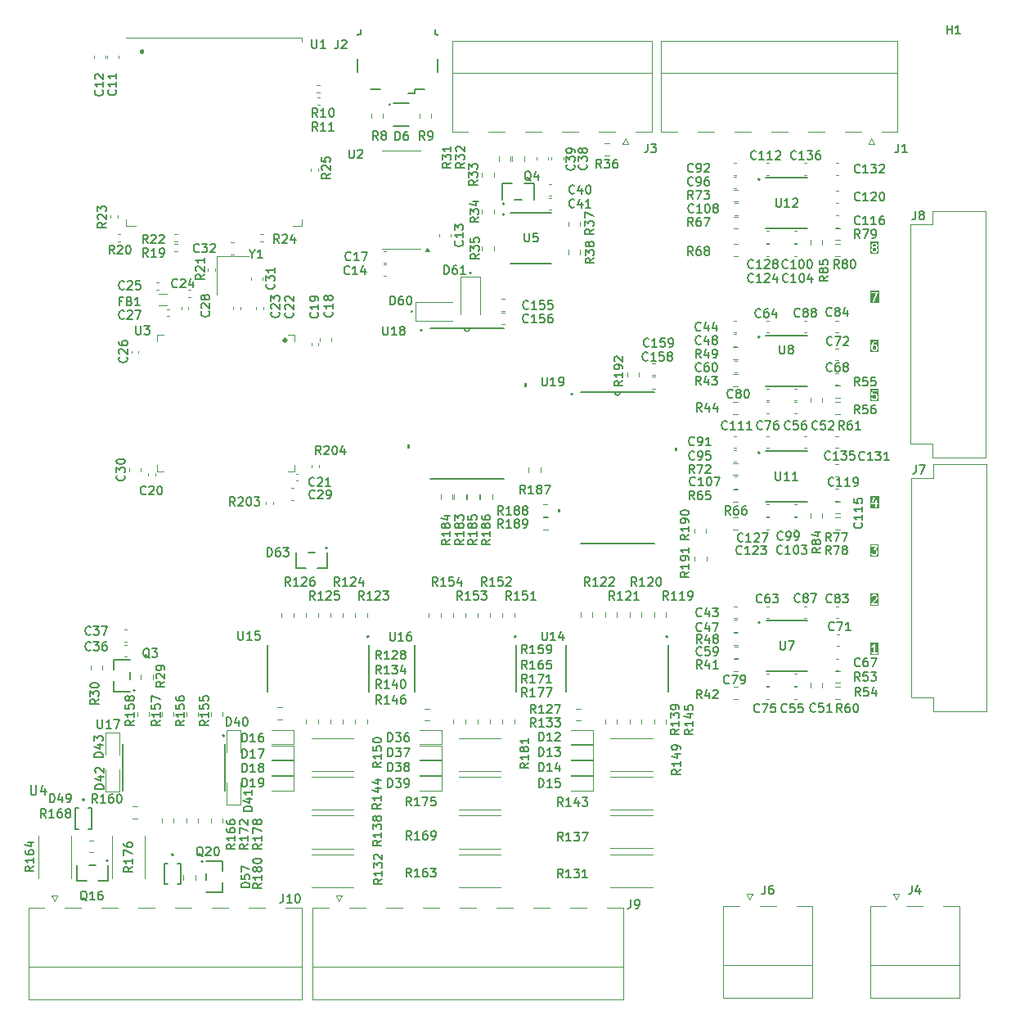
<source format=gbr>
%TF.GenerationSoftware,KiCad,Pcbnew,8.0.4*%
%TF.CreationDate,2024-10-07T11:54:38+07:00*%
%TF.ProjectId,System_Control,53797374-656d-45f4-936f-6e74726f6c2e,rev?*%
%TF.SameCoordinates,Original*%
%TF.FileFunction,Legend,Top*%
%TF.FilePolarity,Positive*%
%FSLAX46Y46*%
G04 Gerber Fmt 4.6, Leading zero omitted, Abs format (unit mm)*
G04 Created by KiCad (PCBNEW 8.0.4) date 2024-10-07 11:54:38*
%MOMM*%
%LPD*%
G01*
G04 APERTURE LIST*
%ADD10C,0.152400*%
%ADD11C,0.120000*%
%ADD12C,0.200000*%
%ADD13C,0.150000*%
%ADD14C,0.100000*%
%ADD15C,0.300000*%
%ADD16C,0.000000*%
G04 APERTURE END LIST*
D10*
G36*
X240643178Y-148459722D02*
G01*
X239744353Y-148459722D01*
X239744353Y-148269878D01*
X239843131Y-148269878D01*
X239843131Y-148299610D01*
X239854509Y-148327078D01*
X239875533Y-148348102D01*
X239903001Y-148359480D01*
X239917867Y-148360944D01*
X240468200Y-148360944D01*
X240483066Y-148359480D01*
X240510534Y-148348102D01*
X240531558Y-148327078D01*
X240542936Y-148299610D01*
X240542936Y-148269878D01*
X240531558Y-148242410D01*
X240510534Y-148221386D01*
X240483066Y-148210008D01*
X240468200Y-148208544D01*
X240101831Y-148208544D01*
X240479748Y-147830626D01*
X240489225Y-147819079D01*
X240490272Y-147816550D01*
X240492067Y-147814481D01*
X240498157Y-147800840D01*
X240540490Y-147673840D01*
X240542166Y-147666468D01*
X240542936Y-147664610D01*
X240543201Y-147661915D01*
X240543802Y-147659274D01*
X240543659Y-147657265D01*
X240544400Y-147649744D01*
X240544400Y-147565077D01*
X240542936Y-147550211D01*
X240541888Y-147547681D01*
X240541694Y-147544950D01*
X240536355Y-147530999D01*
X240494022Y-147446333D01*
X240489994Y-147439934D01*
X240489225Y-147438076D01*
X240487508Y-147435985D01*
X240486065Y-147433691D01*
X240484542Y-147432370D01*
X240479748Y-147426529D01*
X240437415Y-147384195D01*
X240431570Y-147379398D01*
X240430252Y-147377879D01*
X240427958Y-147376435D01*
X240425867Y-147374719D01*
X240424010Y-147373949D01*
X240417610Y-147369921D01*
X240332945Y-147327589D01*
X240318993Y-147322250D01*
X240316263Y-147322056D01*
X240313733Y-147321008D01*
X240298867Y-147319544D01*
X240087200Y-147319544D01*
X240072334Y-147321008D01*
X240069803Y-147322056D01*
X240067074Y-147322250D01*
X240053122Y-147327589D01*
X239968456Y-147369921D01*
X239962057Y-147373948D01*
X239960198Y-147374719D01*
X239958104Y-147376436D01*
X239955814Y-147377879D01*
X239954495Y-147379399D01*
X239948651Y-147384196D01*
X239906318Y-147426530D01*
X239896841Y-147438077D01*
X239885464Y-147465546D01*
X239885465Y-147495278D01*
X239896842Y-147522746D01*
X239917866Y-147543770D01*
X239945335Y-147555147D01*
X239975067Y-147555146D01*
X240002535Y-147543769D01*
X240014082Y-147534292D01*
X240047670Y-147500702D01*
X240105189Y-147471944D01*
X240280879Y-147471944D01*
X240338393Y-147500701D01*
X240363242Y-147525549D01*
X240392000Y-147583065D01*
X240392000Y-147637377D01*
X240359265Y-147735582D01*
X239863985Y-148230862D01*
X239854509Y-148242410D01*
X239843131Y-148269878D01*
X239744353Y-148269878D01*
X239744353Y-147220766D01*
X240643178Y-147220766D01*
X240643178Y-148459722D01*
G37*
G36*
X240643178Y-127314922D02*
G01*
X239785578Y-127314922D01*
X239785578Y-126681633D01*
X239884356Y-126681633D01*
X239885464Y-126685305D01*
X239885464Y-126689143D01*
X239889726Y-126699434D01*
X239892944Y-126710097D01*
X239895373Y-126713066D01*
X239896842Y-126716611D01*
X239904718Y-126724487D01*
X239911772Y-126733108D01*
X239915152Y-126734921D01*
X239917866Y-126737635D01*
X239928154Y-126741896D01*
X239937971Y-126747163D01*
X239941789Y-126747544D01*
X239945334Y-126749013D01*
X239956474Y-126749013D01*
X239967556Y-126750121D01*
X239971228Y-126749013D01*
X239975066Y-126749013D01*
X239985357Y-126744750D01*
X239996020Y-126741533D01*
X239998989Y-126739103D01*
X240002534Y-126737635D01*
X240014082Y-126728159D01*
X240047670Y-126694569D01*
X240105189Y-126665811D01*
X240280879Y-126665811D01*
X240338395Y-126694569D01*
X240363241Y-126719414D01*
X240392000Y-126776932D01*
X240392000Y-126952622D01*
X240363242Y-127010138D01*
X240338393Y-127034986D01*
X240280879Y-127063744D01*
X240105189Y-127063744D01*
X240047670Y-127034985D01*
X240014082Y-127001396D01*
X240002535Y-126991919D01*
X239975067Y-126980542D01*
X239945335Y-126980541D01*
X239917866Y-126991918D01*
X239896842Y-127012942D01*
X239885465Y-127040410D01*
X239885464Y-127070142D01*
X239896841Y-127097611D01*
X239906318Y-127109158D01*
X239948651Y-127151492D01*
X239954495Y-127156288D01*
X239955814Y-127157809D01*
X239958104Y-127159251D01*
X239960198Y-127160969D01*
X239962057Y-127161739D01*
X239968456Y-127165767D01*
X240053122Y-127208099D01*
X240067074Y-127213438D01*
X240069803Y-127213631D01*
X240072334Y-127214680D01*
X240087200Y-127216144D01*
X240298867Y-127216144D01*
X240313733Y-127214680D01*
X240316263Y-127213631D01*
X240318993Y-127213438D01*
X240332945Y-127208099D01*
X240417610Y-127165767D01*
X240424010Y-127161738D01*
X240425867Y-127160969D01*
X240427958Y-127159252D01*
X240430252Y-127157809D01*
X240431570Y-127156289D01*
X240437415Y-127151493D01*
X240479748Y-127109159D01*
X240484542Y-127103317D01*
X240486065Y-127101997D01*
X240487508Y-127099702D01*
X240489225Y-127097612D01*
X240489994Y-127095753D01*
X240494022Y-127089355D01*
X240536355Y-127004689D01*
X240541694Y-126990738D01*
X240541888Y-126988006D01*
X240542936Y-126985477D01*
X240544400Y-126970611D01*
X240544400Y-126758944D01*
X240542936Y-126744078D01*
X240541887Y-126741547D01*
X240541694Y-126738818D01*
X240536355Y-126724866D01*
X240494023Y-126640200D01*
X240489995Y-126633801D01*
X240489225Y-126631942D01*
X240487507Y-126629848D01*
X240486065Y-126627558D01*
X240484544Y-126626239D01*
X240479748Y-126620395D01*
X240437414Y-126578062D01*
X240431569Y-126573265D01*
X240430252Y-126571746D01*
X240427962Y-126570304D01*
X240425867Y-126568585D01*
X240424006Y-126567814D01*
X240417610Y-126563788D01*
X240332945Y-126521456D01*
X240318993Y-126516117D01*
X240316263Y-126515923D01*
X240313733Y-126514875D01*
X240298867Y-126513411D01*
X240087200Y-126513411D01*
X240072334Y-126514875D01*
X240069803Y-126515923D01*
X240067074Y-126516117D01*
X240053122Y-126521456D01*
X240052006Y-126522013D01*
X240071493Y-126327144D01*
X240425867Y-126327144D01*
X240440733Y-126325680D01*
X240468201Y-126314302D01*
X240489225Y-126293278D01*
X240500603Y-126265810D01*
X240500603Y-126236078D01*
X240489225Y-126208610D01*
X240468201Y-126187586D01*
X240440733Y-126176208D01*
X240425867Y-126174744D01*
X240002533Y-126174744D01*
X239997033Y-126175285D01*
X239995177Y-126175100D01*
X239993364Y-126175646D01*
X239987667Y-126176208D01*
X239977375Y-126180470D01*
X239966713Y-126183688D01*
X239963743Y-126186117D01*
X239960199Y-126187586D01*
X239952322Y-126195462D01*
X239943702Y-126202516D01*
X239941888Y-126205896D01*
X239939175Y-126208610D01*
X239934911Y-126218901D01*
X239929647Y-126228716D01*
X239928522Y-126234327D01*
X239927797Y-126236078D01*
X239927797Y-126237944D01*
X239926711Y-126243362D01*
X239884378Y-126666695D01*
X239884356Y-126681633D01*
X239785578Y-126681633D01*
X239785578Y-126075966D01*
X240643178Y-126075966D01*
X240643178Y-127314922D01*
G37*
G36*
X240643178Y-143379722D02*
G01*
X239744353Y-143379722D01*
X239744353Y-142300878D01*
X239843131Y-142300878D01*
X239843131Y-142330610D01*
X239854509Y-142358078D01*
X239875533Y-142379102D01*
X239903001Y-142390480D01*
X239917867Y-142391944D01*
X240300273Y-142391944D01*
X240114521Y-142604233D01*
X240109926Y-142610659D01*
X240108509Y-142612077D01*
X240107952Y-142613420D01*
X240105833Y-142616385D01*
X240101867Y-142628110D01*
X240097131Y-142639545D01*
X240097131Y-142642115D01*
X240096308Y-142644549D01*
X240097131Y-142656892D01*
X240097131Y-142669277D01*
X240098115Y-142671652D01*
X240098286Y-142674216D01*
X240103772Y-142685311D01*
X240108509Y-142696745D01*
X240110325Y-142698561D01*
X240111465Y-142700866D01*
X240120785Y-142709021D01*
X240129533Y-142717769D01*
X240131906Y-142718752D01*
X240133841Y-142720445D01*
X240145566Y-142724410D01*
X240157001Y-142729147D01*
X240160627Y-142729504D01*
X240162005Y-142729970D01*
X240164004Y-142729836D01*
X240171867Y-142730611D01*
X240280879Y-142730611D01*
X240338395Y-142759369D01*
X240363241Y-142784214D01*
X240392000Y-142841732D01*
X240392000Y-143017422D01*
X240363242Y-143074938D01*
X240338393Y-143099786D01*
X240280879Y-143128544D01*
X240062856Y-143128544D01*
X240005337Y-143099785D01*
X239971749Y-143066196D01*
X239960202Y-143056719D01*
X239932734Y-143045342D01*
X239903002Y-143045341D01*
X239875533Y-143056718D01*
X239854509Y-143077742D01*
X239843132Y-143105210D01*
X239843131Y-143134942D01*
X239854508Y-143162411D01*
X239863985Y-143173958D01*
X239906318Y-143216292D01*
X239912162Y-143221088D01*
X239913481Y-143222609D01*
X239915771Y-143224051D01*
X239917865Y-143225769D01*
X239919724Y-143226539D01*
X239926123Y-143230567D01*
X240010789Y-143272899D01*
X240024741Y-143278238D01*
X240027470Y-143278431D01*
X240030001Y-143279480D01*
X240044867Y-143280944D01*
X240298867Y-143280944D01*
X240313733Y-143279480D01*
X240316263Y-143278431D01*
X240318993Y-143278238D01*
X240332945Y-143272899D01*
X240417610Y-143230567D01*
X240424010Y-143226538D01*
X240425867Y-143225769D01*
X240427958Y-143224052D01*
X240430252Y-143222609D01*
X240431570Y-143221089D01*
X240437415Y-143216293D01*
X240479748Y-143173959D01*
X240484542Y-143168117D01*
X240486065Y-143166797D01*
X240487508Y-143164502D01*
X240489225Y-143162412D01*
X240489994Y-143160553D01*
X240494022Y-143154155D01*
X240536355Y-143069489D01*
X240541694Y-143055538D01*
X240541888Y-143052806D01*
X240542936Y-143050277D01*
X240544400Y-143035411D01*
X240544400Y-142823744D01*
X240542936Y-142808878D01*
X240541887Y-142806347D01*
X240541694Y-142803618D01*
X240536355Y-142789666D01*
X240494023Y-142705000D01*
X240489995Y-142698601D01*
X240489225Y-142696742D01*
X240487507Y-142694648D01*
X240486065Y-142692358D01*
X240484544Y-142691039D01*
X240479748Y-142685195D01*
X240437414Y-142642862D01*
X240431569Y-142638065D01*
X240430252Y-142636546D01*
X240427962Y-142635104D01*
X240425867Y-142633385D01*
X240424006Y-142632614D01*
X240417610Y-142628588D01*
X240332945Y-142586256D01*
X240332802Y-142586201D01*
X240525547Y-142365922D01*
X240530142Y-142359493D01*
X240531558Y-142358078D01*
X240532114Y-142356735D01*
X240534234Y-142353770D01*
X240538199Y-142342044D01*
X240542936Y-142330610D01*
X240542936Y-142328039D01*
X240543759Y-142325606D01*
X240542936Y-142313262D01*
X240542936Y-142300878D01*
X240541951Y-142298502D01*
X240541781Y-142295939D01*
X240536293Y-142284841D01*
X240531558Y-142273410D01*
X240529742Y-142271594D01*
X240528602Y-142269288D01*
X240519277Y-142261129D01*
X240510534Y-142252386D01*
X240508160Y-142251403D01*
X240506226Y-142249710D01*
X240494500Y-142245744D01*
X240483066Y-142241008D01*
X240479439Y-142240650D01*
X240478062Y-142240185D01*
X240476062Y-142240318D01*
X240468200Y-142239544D01*
X239917867Y-142239544D01*
X239903001Y-142241008D01*
X239875533Y-142252386D01*
X239854509Y-142273410D01*
X239843131Y-142300878D01*
X239744353Y-142300878D01*
X239744353Y-142140766D01*
X240643178Y-142140766D01*
X240643178Y-143379722D01*
G37*
G36*
X240684222Y-117153633D02*
G01*
X239744353Y-117153633D01*
X239744353Y-116076078D01*
X239843131Y-116076078D01*
X239843131Y-116105810D01*
X239854509Y-116133278D01*
X239875533Y-116154302D01*
X239903001Y-116165680D01*
X239917867Y-116167144D01*
X240394973Y-116167144D01*
X240059494Y-116949927D01*
X240054984Y-116964168D01*
X240054622Y-116993897D01*
X240065664Y-117021503D01*
X240086429Y-117042781D01*
X240113757Y-117054493D01*
X240143486Y-117054855D01*
X240171092Y-117043813D01*
X240192370Y-117023048D01*
X240199572Y-117009961D01*
X240580572Y-116120961D01*
X240585082Y-116106720D01*
X240585087Y-116106247D01*
X240585269Y-116105810D01*
X240585269Y-116091362D01*
X240585444Y-116076991D01*
X240585269Y-116076553D01*
X240585269Y-116076078D01*
X240579737Y-116062724D01*
X240574402Y-116049385D01*
X240574071Y-116049046D01*
X240573891Y-116048610D01*
X240563715Y-116038434D01*
X240553637Y-116028107D01*
X240553201Y-116027920D01*
X240552867Y-116027586D01*
X240539551Y-116022070D01*
X240526309Y-116016395D01*
X240525836Y-116016389D01*
X240525399Y-116016208D01*
X240510533Y-116014744D01*
X239917867Y-116014744D01*
X239903001Y-116016208D01*
X239875533Y-116027586D01*
X239854509Y-116048610D01*
X239843131Y-116076078D01*
X239744353Y-116076078D01*
X239744353Y-115915966D01*
X240684222Y-115915966D01*
X240684222Y-117153633D01*
G37*
G36*
X240338395Y-121614569D02*
G01*
X240363241Y-121639414D01*
X240392000Y-121696932D01*
X240392000Y-121872622D01*
X240363242Y-121930138D01*
X240338393Y-121954986D01*
X240280879Y-121983744D01*
X240147522Y-121983744D01*
X240090005Y-121954986D01*
X240065157Y-121930137D01*
X240036400Y-121872623D01*
X240036400Y-121696932D01*
X240065158Y-121639415D01*
X240090004Y-121614569D01*
X240147522Y-121585811D01*
X240280879Y-121585811D01*
X240338395Y-121614569D01*
G37*
G36*
X240643178Y-122234922D02*
G01*
X239785222Y-122234922D01*
X239785222Y-121551944D01*
X239884000Y-121551944D01*
X239884000Y-121890611D01*
X239885464Y-121905477D01*
X239886512Y-121908007D01*
X239886706Y-121910737D01*
X239892045Y-121924689D01*
X239934377Y-122009354D01*
X239938405Y-122015754D01*
X239939175Y-122017611D01*
X239940891Y-122019702D01*
X239942335Y-122021996D01*
X239943854Y-122023314D01*
X239948651Y-122029159D01*
X239990985Y-122071492D01*
X239996826Y-122076286D01*
X239998147Y-122077809D01*
X240000441Y-122079252D01*
X240002532Y-122080969D01*
X240004390Y-122081738D01*
X240010789Y-122085766D01*
X240095455Y-122128099D01*
X240109406Y-122133438D01*
X240112137Y-122133632D01*
X240114667Y-122134680D01*
X240129533Y-122136144D01*
X240298867Y-122136144D01*
X240313733Y-122134680D01*
X240316263Y-122133631D01*
X240318993Y-122133438D01*
X240332945Y-122128099D01*
X240417610Y-122085767D01*
X240424010Y-122081738D01*
X240425867Y-122080969D01*
X240427958Y-122079252D01*
X240430252Y-122077809D01*
X240431570Y-122076289D01*
X240437415Y-122071493D01*
X240479748Y-122029159D01*
X240484542Y-122023317D01*
X240486065Y-122021997D01*
X240487508Y-122019702D01*
X240489225Y-122017612D01*
X240489994Y-122015753D01*
X240494022Y-122009355D01*
X240536355Y-121924689D01*
X240541694Y-121910738D01*
X240541888Y-121908006D01*
X240542936Y-121905477D01*
X240544400Y-121890611D01*
X240544400Y-121678944D01*
X240542936Y-121664078D01*
X240541887Y-121661547D01*
X240541694Y-121658818D01*
X240536355Y-121644866D01*
X240494023Y-121560200D01*
X240489995Y-121553801D01*
X240489225Y-121551942D01*
X240487507Y-121549848D01*
X240486065Y-121547558D01*
X240484544Y-121546239D01*
X240479748Y-121540395D01*
X240437414Y-121498062D01*
X240431569Y-121493265D01*
X240430252Y-121491746D01*
X240427962Y-121490304D01*
X240425867Y-121488585D01*
X240424006Y-121487814D01*
X240417610Y-121483788D01*
X240332945Y-121441456D01*
X240318993Y-121436117D01*
X240316263Y-121435923D01*
X240313733Y-121434875D01*
X240298867Y-121433411D01*
X240129533Y-121433411D01*
X240114667Y-121434875D01*
X240112137Y-121435922D01*
X240109406Y-121436117D01*
X240095455Y-121441456D01*
X240062211Y-121458077D01*
X240073257Y-121413895D01*
X240146416Y-121304157D01*
X240174670Y-121275902D01*
X240232189Y-121247144D01*
X240383533Y-121247144D01*
X240398399Y-121245680D01*
X240425867Y-121234302D01*
X240446891Y-121213278D01*
X240458269Y-121185810D01*
X240458269Y-121156078D01*
X240446891Y-121128610D01*
X240425867Y-121107586D01*
X240398399Y-121096208D01*
X240383533Y-121094744D01*
X240214200Y-121094744D01*
X240199334Y-121096208D01*
X240196803Y-121097256D01*
X240194074Y-121097450D01*
X240180122Y-121102789D01*
X240095456Y-121145121D01*
X240089057Y-121149148D01*
X240087198Y-121149919D01*
X240085104Y-121151636D01*
X240082814Y-121153079D01*
X240081495Y-121154599D01*
X240075651Y-121159396D01*
X240033318Y-121201730D01*
X240033284Y-121201771D01*
X240033262Y-121201786D01*
X240028782Y-121207256D01*
X240023841Y-121213277D01*
X240023829Y-121213304D01*
X240023798Y-121213343D01*
X239939131Y-121340343D01*
X239934755Y-121348549D01*
X239933634Y-121350063D01*
X239932995Y-121351850D01*
X239932103Y-121353524D01*
X239931737Y-121355370D01*
X239928608Y-121364130D01*
X239886275Y-121533463D01*
X239885893Y-121536040D01*
X239885464Y-121537078D01*
X239884912Y-121542676D01*
X239884090Y-121548240D01*
X239884255Y-121549351D01*
X239884000Y-121551944D01*
X239785222Y-121551944D01*
X239785222Y-120995966D01*
X240643178Y-120995966D01*
X240643178Y-122234922D01*
G37*
G36*
X240338393Y-111496901D02*
G01*
X240363242Y-111521749D01*
X240392000Y-111579265D01*
X240392000Y-111712622D01*
X240363242Y-111770138D01*
X240338393Y-111794986D01*
X240280879Y-111823744D01*
X240147522Y-111823744D01*
X240090005Y-111794986D01*
X240065157Y-111770137D01*
X240036400Y-111712623D01*
X240036400Y-111579265D01*
X240065157Y-111521750D01*
X240090005Y-111496901D01*
X240147522Y-111468144D01*
X240280879Y-111468144D01*
X240338393Y-111496901D01*
G37*
G36*
X240338393Y-111115901D02*
G01*
X240363242Y-111140749D01*
X240392000Y-111198265D01*
X240392000Y-111204622D01*
X240363242Y-111262138D01*
X240338393Y-111286986D01*
X240280879Y-111315744D01*
X240147522Y-111315744D01*
X240090005Y-111286986D01*
X240065157Y-111262137D01*
X240036400Y-111204623D01*
X240036400Y-111198265D01*
X240065157Y-111140750D01*
X240090005Y-111115901D01*
X240147522Y-111087144D01*
X240280879Y-111087144D01*
X240338393Y-111115901D01*
G37*
G36*
X240643178Y-112074922D02*
G01*
X239785222Y-112074922D01*
X239785222Y-111180277D01*
X239884000Y-111180277D01*
X239884000Y-111222611D01*
X239885464Y-111237477D01*
X239886512Y-111240007D01*
X239886706Y-111242737D01*
X239892045Y-111256689D01*
X239934377Y-111341354D01*
X239938405Y-111347754D01*
X239939175Y-111349611D01*
X239940891Y-111351702D01*
X239942335Y-111353996D01*
X239943854Y-111355314D01*
X239948651Y-111361159D01*
X239979436Y-111391944D01*
X239948651Y-111422729D01*
X239943854Y-111428573D01*
X239942335Y-111429892D01*
X239940891Y-111432185D01*
X239939175Y-111434277D01*
X239938405Y-111436133D01*
X239934377Y-111442534D01*
X239892045Y-111527199D01*
X239886706Y-111541151D01*
X239886512Y-111543880D01*
X239885464Y-111546411D01*
X239884000Y-111561277D01*
X239884000Y-111730611D01*
X239885464Y-111745477D01*
X239886512Y-111748007D01*
X239886706Y-111750737D01*
X239892045Y-111764689D01*
X239934377Y-111849354D01*
X239938405Y-111855754D01*
X239939175Y-111857611D01*
X239940891Y-111859702D01*
X239942335Y-111861996D01*
X239943854Y-111863314D01*
X239948651Y-111869159D01*
X239990985Y-111911492D01*
X239996826Y-111916286D01*
X239998147Y-111917809D01*
X240000441Y-111919252D01*
X240002532Y-111920969D01*
X240004390Y-111921738D01*
X240010789Y-111925766D01*
X240095455Y-111968099D01*
X240109406Y-111973438D01*
X240112137Y-111973632D01*
X240114667Y-111974680D01*
X240129533Y-111976144D01*
X240298867Y-111976144D01*
X240313733Y-111974680D01*
X240316263Y-111973631D01*
X240318993Y-111973438D01*
X240332945Y-111968099D01*
X240417610Y-111925767D01*
X240424010Y-111921738D01*
X240425867Y-111920969D01*
X240427958Y-111919252D01*
X240430252Y-111917809D01*
X240431570Y-111916289D01*
X240437415Y-111911493D01*
X240479748Y-111869159D01*
X240484542Y-111863317D01*
X240486065Y-111861997D01*
X240487508Y-111859702D01*
X240489225Y-111857612D01*
X240489994Y-111855753D01*
X240494022Y-111849355D01*
X240536355Y-111764689D01*
X240541694Y-111750738D01*
X240541888Y-111748006D01*
X240542936Y-111745477D01*
X240544400Y-111730611D01*
X240544400Y-111561277D01*
X240542936Y-111546411D01*
X240541888Y-111543881D01*
X240541694Y-111541150D01*
X240536355Y-111527199D01*
X240494022Y-111442533D01*
X240489994Y-111436134D01*
X240489225Y-111434276D01*
X240487508Y-111432185D01*
X240486065Y-111429891D01*
X240484542Y-111428570D01*
X240479748Y-111422729D01*
X240448963Y-111391944D01*
X240479748Y-111361159D01*
X240484542Y-111355317D01*
X240486065Y-111353997D01*
X240487508Y-111351702D01*
X240489225Y-111349612D01*
X240489994Y-111347753D01*
X240494022Y-111341355D01*
X240536355Y-111256689D01*
X240541694Y-111242738D01*
X240541888Y-111240006D01*
X240542936Y-111237477D01*
X240544400Y-111222611D01*
X240544400Y-111180277D01*
X240542936Y-111165411D01*
X240541888Y-111162881D01*
X240541694Y-111160150D01*
X240536355Y-111146199D01*
X240494022Y-111061533D01*
X240489994Y-111055134D01*
X240489225Y-111053276D01*
X240487508Y-111051185D01*
X240486065Y-111048891D01*
X240484542Y-111047570D01*
X240479748Y-111041729D01*
X240437415Y-110999395D01*
X240431570Y-110994598D01*
X240430252Y-110993079D01*
X240427958Y-110991635D01*
X240425867Y-110989919D01*
X240424010Y-110989149D01*
X240417610Y-110985121D01*
X240332945Y-110942789D01*
X240318993Y-110937450D01*
X240316263Y-110937256D01*
X240313733Y-110936208D01*
X240298867Y-110934744D01*
X240129533Y-110934744D01*
X240114667Y-110936208D01*
X240112137Y-110937255D01*
X240109406Y-110937450D01*
X240095455Y-110942789D01*
X240010789Y-110985122D01*
X240004390Y-110989149D01*
X240002532Y-110989919D01*
X240000441Y-110991635D01*
X239998147Y-110993079D01*
X239996826Y-110994601D01*
X239990985Y-110999396D01*
X239948651Y-111041729D01*
X239943854Y-111047573D01*
X239942335Y-111048892D01*
X239940891Y-111051185D01*
X239939175Y-111053277D01*
X239938405Y-111055133D01*
X239934377Y-111061534D01*
X239892045Y-111146199D01*
X239886706Y-111160151D01*
X239886512Y-111162880D01*
X239885464Y-111165411D01*
X239884000Y-111180277D01*
X239785222Y-111180277D01*
X239785222Y-110835966D01*
X240643178Y-110835966D01*
X240643178Y-112074922D01*
G37*
G36*
X240684047Y-138387858D02*
G01*
X239785820Y-138387858D01*
X239785820Y-137908480D01*
X239884598Y-137908480D01*
X239885464Y-137920663D01*
X239885464Y-137932877D01*
X239886511Y-137935406D01*
X239886706Y-137938137D01*
X239892166Y-137949056D01*
X239896842Y-137960345D01*
X239898778Y-137962281D01*
X239900003Y-137964730D01*
X239909231Y-137972734D01*
X239917866Y-137981369D01*
X239920393Y-137982415D01*
X239922463Y-137984211D01*
X239934055Y-137988075D01*
X239945334Y-137992747D01*
X239949218Y-137993129D01*
X239950669Y-137993613D01*
X239952677Y-137993470D01*
X239960200Y-137994211D01*
X240307333Y-137994211D01*
X240307333Y-138214344D01*
X240308797Y-138229210D01*
X240320175Y-138256678D01*
X240341199Y-138277702D01*
X240368667Y-138289080D01*
X240398399Y-138289080D01*
X240425867Y-138277702D01*
X240446891Y-138256678D01*
X240458269Y-138229210D01*
X240459733Y-138214344D01*
X240459733Y-137994211D01*
X240510533Y-137994211D01*
X240525399Y-137992747D01*
X240552867Y-137981369D01*
X240573891Y-137960345D01*
X240585269Y-137932877D01*
X240585269Y-137903145D01*
X240573891Y-137875677D01*
X240552867Y-137854653D01*
X240525399Y-137843275D01*
X240510533Y-137841811D01*
X240459733Y-137841811D01*
X240459733Y-137621677D01*
X240458269Y-137606811D01*
X240446891Y-137579343D01*
X240425867Y-137558319D01*
X240398399Y-137546941D01*
X240368667Y-137546941D01*
X240341199Y-137558319D01*
X240320175Y-137579343D01*
X240308797Y-137606811D01*
X240307333Y-137621677D01*
X240307333Y-137841811D01*
X240065922Y-137841811D01*
X240244157Y-137307107D01*
X240247469Y-137292541D01*
X240245361Y-137262885D01*
X240232064Y-137236291D01*
X240209604Y-137216811D01*
X240181398Y-137207409D01*
X240151741Y-137209517D01*
X240125148Y-137222814D01*
X240105667Y-137245274D01*
X240099577Y-137258914D01*
X239887910Y-137893914D01*
X239886233Y-137901287D01*
X239885464Y-137903145D01*
X239885464Y-137904671D01*
X239884598Y-137908480D01*
X239785820Y-137908480D01*
X239785820Y-137108631D01*
X240684047Y-137108631D01*
X240684047Y-138387858D01*
G37*
G36*
X240641714Y-153539722D02*
G01*
X239785821Y-153539722D01*
X239785821Y-152720214D01*
X239884599Y-152720214D01*
X239886706Y-152749870D01*
X239900002Y-152776463D01*
X239922463Y-152795943D01*
X239950670Y-152805345D01*
X239980326Y-152803238D01*
X239994277Y-152797900D01*
X240078944Y-152755567D01*
X240085342Y-152751539D01*
X240087202Y-152750769D01*
X240089295Y-152749051D01*
X240091586Y-152747609D01*
X240092904Y-152746088D01*
X240098749Y-152741292D01*
X240138000Y-152702040D01*
X240138000Y-153288544D01*
X239960200Y-153288544D01*
X239945334Y-153290008D01*
X239917866Y-153301386D01*
X239896842Y-153322410D01*
X239885464Y-153349878D01*
X239885464Y-153379610D01*
X239896842Y-153407078D01*
X239917866Y-153428102D01*
X239945334Y-153439480D01*
X239960200Y-153440944D01*
X240468200Y-153440944D01*
X240483066Y-153439480D01*
X240510534Y-153428102D01*
X240531558Y-153407078D01*
X240542936Y-153379610D01*
X240542936Y-153349878D01*
X240531558Y-153322410D01*
X240510534Y-153301386D01*
X240483066Y-153290008D01*
X240468200Y-153288544D01*
X240290400Y-153288544D01*
X240290400Y-152475744D01*
X240290394Y-152475691D01*
X240290400Y-152475665D01*
X240290384Y-152475588D01*
X240288936Y-152460878D01*
X240286048Y-152453906D01*
X240284569Y-152446510D01*
X240280414Y-152440307D01*
X240277558Y-152433410D01*
X240272223Y-152428075D01*
X240268025Y-152421806D01*
X240261812Y-152417664D01*
X240256534Y-152412386D01*
X240249564Y-152409499D01*
X240243287Y-152405314D01*
X240235963Y-152403865D01*
X240229066Y-152401008D01*
X240221521Y-152401008D01*
X240214121Y-152399544D01*
X240206801Y-152401008D01*
X240199334Y-152401008D01*
X240192362Y-152403895D01*
X240184966Y-152405375D01*
X240178763Y-152409529D01*
X240171866Y-152412386D01*
X240166531Y-152417720D01*
X240160262Y-152421919D01*
X240150897Y-152433354D01*
X240150842Y-152433410D01*
X240150831Y-152433434D01*
X240150798Y-152433476D01*
X240070318Y-152554194D01*
X239999728Y-152624785D01*
X239926123Y-152661588D01*
X239913481Y-152669546D01*
X239894001Y-152692007D01*
X239884599Y-152720214D01*
X239785821Y-152720214D01*
X239785821Y-152300766D01*
X240641714Y-152300766D01*
X240641714Y-153539722D01*
G37*
X175380802Y-173150422D02*
X174957469Y-173446755D01*
X175380802Y-173658422D02*
X174491802Y-173658422D01*
X174491802Y-173658422D02*
X174491802Y-173319755D01*
X174491802Y-173319755D02*
X174534135Y-173235089D01*
X174534135Y-173235089D02*
X174576469Y-173192755D01*
X174576469Y-173192755D02*
X174661135Y-173150422D01*
X174661135Y-173150422D02*
X174788135Y-173150422D01*
X174788135Y-173150422D02*
X174872802Y-173192755D01*
X174872802Y-173192755D02*
X174915135Y-173235089D01*
X174915135Y-173235089D02*
X174957469Y-173319755D01*
X174957469Y-173319755D02*
X174957469Y-173658422D01*
X175380802Y-172303755D02*
X175380802Y-172811755D01*
X175380802Y-172557755D02*
X174491802Y-172557755D01*
X174491802Y-172557755D02*
X174618802Y-172642422D01*
X174618802Y-172642422D02*
X174703469Y-172727089D01*
X174703469Y-172727089D02*
X174745802Y-172811755D01*
X174491802Y-172007422D02*
X174491802Y-171414755D01*
X174491802Y-171414755D02*
X175380802Y-171795755D01*
X174576469Y-171118421D02*
X174534135Y-171076088D01*
X174534135Y-171076088D02*
X174491802Y-170991421D01*
X174491802Y-170991421D02*
X174491802Y-170779755D01*
X174491802Y-170779755D02*
X174534135Y-170695088D01*
X174534135Y-170695088D02*
X174576469Y-170652755D01*
X174576469Y-170652755D02*
X174661135Y-170610421D01*
X174661135Y-170610421D02*
X174745802Y-170610421D01*
X174745802Y-170610421D02*
X174872802Y-170652755D01*
X174872802Y-170652755D02*
X175380802Y-171160755D01*
X175380802Y-171160755D02*
X175380802Y-170610421D01*
X228263499Y-159414877D02*
X228221166Y-159457211D01*
X228221166Y-159457211D02*
X228094166Y-159499544D01*
X228094166Y-159499544D02*
X228009499Y-159499544D01*
X228009499Y-159499544D02*
X227882499Y-159457211D01*
X227882499Y-159457211D02*
X227797833Y-159372544D01*
X227797833Y-159372544D02*
X227755499Y-159287877D01*
X227755499Y-159287877D02*
X227713166Y-159118544D01*
X227713166Y-159118544D02*
X227713166Y-158991544D01*
X227713166Y-158991544D02*
X227755499Y-158822211D01*
X227755499Y-158822211D02*
X227797833Y-158737544D01*
X227797833Y-158737544D02*
X227882499Y-158652877D01*
X227882499Y-158652877D02*
X228009499Y-158610544D01*
X228009499Y-158610544D02*
X228094166Y-158610544D01*
X228094166Y-158610544D02*
X228221166Y-158652877D01*
X228221166Y-158652877D02*
X228263499Y-158695211D01*
X228559833Y-158610544D02*
X229152499Y-158610544D01*
X229152499Y-158610544D02*
X228771499Y-159499544D01*
X229914500Y-158610544D02*
X229491166Y-158610544D01*
X229491166Y-158610544D02*
X229448833Y-159033877D01*
X229448833Y-159033877D02*
X229491166Y-158991544D01*
X229491166Y-158991544D02*
X229575833Y-158949211D01*
X229575833Y-158949211D02*
X229787500Y-158949211D01*
X229787500Y-158949211D02*
X229872166Y-158991544D01*
X229872166Y-158991544D02*
X229914500Y-159033877D01*
X229914500Y-159033877D02*
X229956833Y-159118544D01*
X229956833Y-159118544D02*
X229956833Y-159330211D01*
X229956833Y-159330211D02*
X229914500Y-159414877D01*
X229914500Y-159414877D02*
X229872166Y-159457211D01*
X229872166Y-159457211D02*
X229787500Y-159499544D01*
X229787500Y-159499544D02*
X229575833Y-159499544D01*
X229575833Y-159499544D02*
X229491166Y-159457211D01*
X229491166Y-159457211D02*
X229448833Y-159414877D01*
X204218166Y-157873944D02*
X203921833Y-157450611D01*
X203710166Y-157873944D02*
X203710166Y-156984944D01*
X203710166Y-156984944D02*
X204048833Y-156984944D01*
X204048833Y-156984944D02*
X204133500Y-157027277D01*
X204133500Y-157027277D02*
X204175833Y-157069611D01*
X204175833Y-157069611D02*
X204218166Y-157154277D01*
X204218166Y-157154277D02*
X204218166Y-157281277D01*
X204218166Y-157281277D02*
X204175833Y-157365944D01*
X204175833Y-157365944D02*
X204133500Y-157408277D01*
X204133500Y-157408277D02*
X204048833Y-157450611D01*
X204048833Y-157450611D02*
X203710166Y-157450611D01*
X205064833Y-157873944D02*
X204556833Y-157873944D01*
X204810833Y-157873944D02*
X204810833Y-156984944D01*
X204810833Y-156984944D02*
X204726166Y-157111944D01*
X204726166Y-157111944D02*
X204641500Y-157196611D01*
X204641500Y-157196611D02*
X204556833Y-157238944D01*
X205361167Y-156984944D02*
X205953833Y-156984944D01*
X205953833Y-156984944D02*
X205572833Y-157873944D01*
X206207834Y-156984944D02*
X206800500Y-156984944D01*
X206800500Y-156984944D02*
X206419500Y-157873944D01*
X205115632Y-159601144D02*
X204819299Y-159177811D01*
X204607632Y-159601144D02*
X204607632Y-158712144D01*
X204607632Y-158712144D02*
X204946299Y-158712144D01*
X204946299Y-158712144D02*
X205030966Y-158754477D01*
X205030966Y-158754477D02*
X205073299Y-158796811D01*
X205073299Y-158796811D02*
X205115632Y-158881477D01*
X205115632Y-158881477D02*
X205115632Y-159008477D01*
X205115632Y-159008477D02*
X205073299Y-159093144D01*
X205073299Y-159093144D02*
X205030966Y-159135477D01*
X205030966Y-159135477D02*
X204946299Y-159177811D01*
X204946299Y-159177811D02*
X204607632Y-159177811D01*
X205962299Y-159601144D02*
X205454299Y-159601144D01*
X205708299Y-159601144D02*
X205708299Y-158712144D01*
X205708299Y-158712144D02*
X205623632Y-158839144D01*
X205623632Y-158839144D02*
X205538966Y-158923811D01*
X205538966Y-158923811D02*
X205454299Y-158966144D01*
X206300966Y-158796811D02*
X206343299Y-158754477D01*
X206343299Y-158754477D02*
X206427966Y-158712144D01*
X206427966Y-158712144D02*
X206639633Y-158712144D01*
X206639633Y-158712144D02*
X206724299Y-158754477D01*
X206724299Y-158754477D02*
X206766633Y-158796811D01*
X206766633Y-158796811D02*
X206808966Y-158881477D01*
X206808966Y-158881477D02*
X206808966Y-158966144D01*
X206808966Y-158966144D02*
X206766633Y-159093144D01*
X206766633Y-159093144D02*
X206258633Y-159601144D01*
X206258633Y-159601144D02*
X206808966Y-159601144D01*
X207105300Y-158712144D02*
X207697966Y-158712144D01*
X207697966Y-158712144D02*
X207316966Y-159601144D01*
X189105166Y-154013144D02*
X188808833Y-153589811D01*
X188597166Y-154013144D02*
X188597166Y-153124144D01*
X188597166Y-153124144D02*
X188935833Y-153124144D01*
X188935833Y-153124144D02*
X189020500Y-153166477D01*
X189020500Y-153166477D02*
X189062833Y-153208811D01*
X189062833Y-153208811D02*
X189105166Y-153293477D01*
X189105166Y-153293477D02*
X189105166Y-153420477D01*
X189105166Y-153420477D02*
X189062833Y-153505144D01*
X189062833Y-153505144D02*
X189020500Y-153547477D01*
X189020500Y-153547477D02*
X188935833Y-153589811D01*
X188935833Y-153589811D02*
X188597166Y-153589811D01*
X189951833Y-154013144D02*
X189443833Y-154013144D01*
X189697833Y-154013144D02*
X189697833Y-153124144D01*
X189697833Y-153124144D02*
X189613166Y-153251144D01*
X189613166Y-153251144D02*
X189528500Y-153335811D01*
X189528500Y-153335811D02*
X189443833Y-153378144D01*
X190290500Y-153208811D02*
X190332833Y-153166477D01*
X190332833Y-153166477D02*
X190417500Y-153124144D01*
X190417500Y-153124144D02*
X190629167Y-153124144D01*
X190629167Y-153124144D02*
X190713833Y-153166477D01*
X190713833Y-153166477D02*
X190756167Y-153208811D01*
X190756167Y-153208811D02*
X190798500Y-153293477D01*
X190798500Y-153293477D02*
X190798500Y-153378144D01*
X190798500Y-153378144D02*
X190756167Y-153505144D01*
X190756167Y-153505144D02*
X190248167Y-154013144D01*
X190248167Y-154013144D02*
X190798500Y-154013144D01*
X191306500Y-153505144D02*
X191221834Y-153462811D01*
X191221834Y-153462811D02*
X191179500Y-153420477D01*
X191179500Y-153420477D02*
X191137167Y-153335811D01*
X191137167Y-153335811D02*
X191137167Y-153293477D01*
X191137167Y-153293477D02*
X191179500Y-153208811D01*
X191179500Y-153208811D02*
X191221834Y-153166477D01*
X191221834Y-153166477D02*
X191306500Y-153124144D01*
X191306500Y-153124144D02*
X191475834Y-153124144D01*
X191475834Y-153124144D02*
X191560500Y-153166477D01*
X191560500Y-153166477D02*
X191602834Y-153208811D01*
X191602834Y-153208811D02*
X191645167Y-153293477D01*
X191645167Y-153293477D02*
X191645167Y-153335811D01*
X191645167Y-153335811D02*
X191602834Y-153420477D01*
X191602834Y-153420477D02*
X191560500Y-153462811D01*
X191560500Y-153462811D02*
X191475834Y-153505144D01*
X191475834Y-153505144D02*
X191306500Y-153505144D01*
X191306500Y-153505144D02*
X191221834Y-153547477D01*
X191221834Y-153547477D02*
X191179500Y-153589811D01*
X191179500Y-153589811D02*
X191137167Y-153674477D01*
X191137167Y-153674477D02*
X191137167Y-153843811D01*
X191137167Y-153843811D02*
X191179500Y-153928477D01*
X191179500Y-153928477D02*
X191221834Y-153970811D01*
X191221834Y-153970811D02*
X191306500Y-154013144D01*
X191306500Y-154013144D02*
X191475834Y-154013144D01*
X191475834Y-154013144D02*
X191560500Y-153970811D01*
X191560500Y-153970811D02*
X191602834Y-153928477D01*
X191602834Y-153928477D02*
X191645167Y-153843811D01*
X191645167Y-153843811D02*
X191645167Y-153674477D01*
X191645167Y-153674477D02*
X191602834Y-153589811D01*
X191602834Y-153589811D02*
X191560500Y-153547477D01*
X191560500Y-153547477D02*
X191475834Y-153505144D01*
X215597366Y-146443944D02*
X215301033Y-146020611D01*
X215089366Y-146443944D02*
X215089366Y-145554944D01*
X215089366Y-145554944D02*
X215428033Y-145554944D01*
X215428033Y-145554944D02*
X215512700Y-145597277D01*
X215512700Y-145597277D02*
X215555033Y-145639611D01*
X215555033Y-145639611D02*
X215597366Y-145724277D01*
X215597366Y-145724277D02*
X215597366Y-145851277D01*
X215597366Y-145851277D02*
X215555033Y-145935944D01*
X215555033Y-145935944D02*
X215512700Y-145978277D01*
X215512700Y-145978277D02*
X215428033Y-146020611D01*
X215428033Y-146020611D02*
X215089366Y-146020611D01*
X216444033Y-146443944D02*
X215936033Y-146443944D01*
X216190033Y-146443944D02*
X216190033Y-145554944D01*
X216190033Y-145554944D02*
X216105366Y-145681944D01*
X216105366Y-145681944D02*
X216020700Y-145766611D01*
X216020700Y-145766611D02*
X215936033Y-145808944D01*
X216782700Y-145639611D02*
X216825033Y-145597277D01*
X216825033Y-145597277D02*
X216909700Y-145554944D01*
X216909700Y-145554944D02*
X217121367Y-145554944D01*
X217121367Y-145554944D02*
X217206033Y-145597277D01*
X217206033Y-145597277D02*
X217248367Y-145639611D01*
X217248367Y-145639611D02*
X217290700Y-145724277D01*
X217290700Y-145724277D02*
X217290700Y-145808944D01*
X217290700Y-145808944D02*
X217248367Y-145935944D01*
X217248367Y-145935944D02*
X216740367Y-146443944D01*
X216740367Y-146443944D02*
X217290700Y-146443944D01*
X217841034Y-145554944D02*
X217925700Y-145554944D01*
X217925700Y-145554944D02*
X218010367Y-145597277D01*
X218010367Y-145597277D02*
X218052700Y-145639611D01*
X218052700Y-145639611D02*
X218095034Y-145724277D01*
X218095034Y-145724277D02*
X218137367Y-145893611D01*
X218137367Y-145893611D02*
X218137367Y-146105277D01*
X218137367Y-146105277D02*
X218095034Y-146274611D01*
X218095034Y-146274611D02*
X218052700Y-146359277D01*
X218052700Y-146359277D02*
X218010367Y-146401611D01*
X218010367Y-146401611D02*
X217925700Y-146443944D01*
X217925700Y-146443944D02*
X217841034Y-146443944D01*
X217841034Y-146443944D02*
X217756367Y-146401611D01*
X217756367Y-146401611D02*
X217714034Y-146359277D01*
X217714034Y-146359277D02*
X217671700Y-146274611D01*
X217671700Y-146274611D02*
X217629367Y-146105277D01*
X217629367Y-146105277D02*
X217629367Y-145893611D01*
X217629367Y-145893611D02*
X217671700Y-145724277D01*
X217671700Y-145724277D02*
X217714034Y-145639611D01*
X217714034Y-145639611D02*
X217756367Y-145597277D01*
X217756367Y-145597277D02*
X217841034Y-145554944D01*
X174771099Y-164198544D02*
X174771099Y-163309544D01*
X174771099Y-163309544D02*
X174982766Y-163309544D01*
X174982766Y-163309544D02*
X175109766Y-163351877D01*
X175109766Y-163351877D02*
X175194433Y-163436544D01*
X175194433Y-163436544D02*
X175236766Y-163521211D01*
X175236766Y-163521211D02*
X175279099Y-163690544D01*
X175279099Y-163690544D02*
X175279099Y-163817544D01*
X175279099Y-163817544D02*
X175236766Y-163986877D01*
X175236766Y-163986877D02*
X175194433Y-164071544D01*
X175194433Y-164071544D02*
X175109766Y-164156211D01*
X175109766Y-164156211D02*
X174982766Y-164198544D01*
X174982766Y-164198544D02*
X174771099Y-164198544D01*
X176125766Y-164198544D02*
X175617766Y-164198544D01*
X175871766Y-164198544D02*
X175871766Y-163309544D01*
X175871766Y-163309544D02*
X175787099Y-163436544D01*
X175787099Y-163436544D02*
X175702433Y-163521211D01*
X175702433Y-163521211D02*
X175617766Y-163563544D01*
X176422100Y-163309544D02*
X177014766Y-163309544D01*
X177014766Y-163309544D02*
X176633766Y-164198544D01*
X171317877Y-118011700D02*
X171360211Y-118054033D01*
X171360211Y-118054033D02*
X171402544Y-118181033D01*
X171402544Y-118181033D02*
X171402544Y-118265700D01*
X171402544Y-118265700D02*
X171360211Y-118392700D01*
X171360211Y-118392700D02*
X171275544Y-118477367D01*
X171275544Y-118477367D02*
X171190877Y-118519700D01*
X171190877Y-118519700D02*
X171021544Y-118562033D01*
X171021544Y-118562033D02*
X170894544Y-118562033D01*
X170894544Y-118562033D02*
X170725211Y-118519700D01*
X170725211Y-118519700D02*
X170640544Y-118477367D01*
X170640544Y-118477367D02*
X170555877Y-118392700D01*
X170555877Y-118392700D02*
X170513544Y-118265700D01*
X170513544Y-118265700D02*
X170513544Y-118181033D01*
X170513544Y-118181033D02*
X170555877Y-118054033D01*
X170555877Y-118054033D02*
X170598211Y-118011700D01*
X170598211Y-117673033D02*
X170555877Y-117630700D01*
X170555877Y-117630700D02*
X170513544Y-117546033D01*
X170513544Y-117546033D02*
X170513544Y-117334367D01*
X170513544Y-117334367D02*
X170555877Y-117249700D01*
X170555877Y-117249700D02*
X170598211Y-117207367D01*
X170598211Y-117207367D02*
X170682877Y-117165033D01*
X170682877Y-117165033D02*
X170767544Y-117165033D01*
X170767544Y-117165033D02*
X170894544Y-117207367D01*
X170894544Y-117207367D02*
X171402544Y-117715367D01*
X171402544Y-117715367D02*
X171402544Y-117165033D01*
X170894544Y-116657033D02*
X170852211Y-116741700D01*
X170852211Y-116741700D02*
X170809877Y-116784033D01*
X170809877Y-116784033D02*
X170725211Y-116826366D01*
X170725211Y-116826366D02*
X170682877Y-116826366D01*
X170682877Y-116826366D02*
X170598211Y-116784033D01*
X170598211Y-116784033D02*
X170555877Y-116741700D01*
X170555877Y-116741700D02*
X170513544Y-116657033D01*
X170513544Y-116657033D02*
X170513544Y-116487700D01*
X170513544Y-116487700D02*
X170555877Y-116403033D01*
X170555877Y-116403033D02*
X170598211Y-116360700D01*
X170598211Y-116360700D02*
X170682877Y-116318366D01*
X170682877Y-116318366D02*
X170725211Y-116318366D01*
X170725211Y-116318366D02*
X170809877Y-116360700D01*
X170809877Y-116360700D02*
X170852211Y-116403033D01*
X170852211Y-116403033D02*
X170894544Y-116487700D01*
X170894544Y-116487700D02*
X170894544Y-116657033D01*
X170894544Y-116657033D02*
X170936877Y-116741700D01*
X170936877Y-116741700D02*
X170979211Y-116784033D01*
X170979211Y-116784033D02*
X171063877Y-116826366D01*
X171063877Y-116826366D02*
X171233211Y-116826366D01*
X171233211Y-116826366D02*
X171317877Y-116784033D01*
X171317877Y-116784033D02*
X171360211Y-116741700D01*
X171360211Y-116741700D02*
X171402544Y-116657033D01*
X171402544Y-116657033D02*
X171402544Y-116487700D01*
X171402544Y-116487700D02*
X171360211Y-116403033D01*
X171360211Y-116403033D02*
X171317877Y-116360700D01*
X171317877Y-116360700D02*
X171233211Y-116318366D01*
X171233211Y-116318366D02*
X171063877Y-116318366D01*
X171063877Y-116318366D02*
X170979211Y-116360700D01*
X170979211Y-116360700D02*
X170936877Y-116403033D01*
X170936877Y-116403033D02*
X170894544Y-116487700D01*
X221557899Y-133303677D02*
X221515566Y-133346011D01*
X221515566Y-133346011D02*
X221388566Y-133388344D01*
X221388566Y-133388344D02*
X221303899Y-133388344D01*
X221303899Y-133388344D02*
X221176899Y-133346011D01*
X221176899Y-133346011D02*
X221092233Y-133261344D01*
X221092233Y-133261344D02*
X221049899Y-133176677D01*
X221049899Y-133176677D02*
X221007566Y-133007344D01*
X221007566Y-133007344D02*
X221007566Y-132880344D01*
X221007566Y-132880344D02*
X221049899Y-132711011D01*
X221049899Y-132711011D02*
X221092233Y-132626344D01*
X221092233Y-132626344D02*
X221176899Y-132541677D01*
X221176899Y-132541677D02*
X221303899Y-132499344D01*
X221303899Y-132499344D02*
X221388566Y-132499344D01*
X221388566Y-132499344D02*
X221515566Y-132541677D01*
X221515566Y-132541677D02*
X221557899Y-132584011D01*
X221981233Y-133388344D02*
X222150566Y-133388344D01*
X222150566Y-133388344D02*
X222235233Y-133346011D01*
X222235233Y-133346011D02*
X222277566Y-133303677D01*
X222277566Y-133303677D02*
X222362233Y-133176677D01*
X222362233Y-133176677D02*
X222404566Y-133007344D01*
X222404566Y-133007344D02*
X222404566Y-132668677D01*
X222404566Y-132668677D02*
X222362233Y-132584011D01*
X222362233Y-132584011D02*
X222319899Y-132541677D01*
X222319899Y-132541677D02*
X222235233Y-132499344D01*
X222235233Y-132499344D02*
X222065899Y-132499344D01*
X222065899Y-132499344D02*
X221981233Y-132541677D01*
X221981233Y-132541677D02*
X221938899Y-132584011D01*
X221938899Y-132584011D02*
X221896566Y-132668677D01*
X221896566Y-132668677D02*
X221896566Y-132880344D01*
X221896566Y-132880344D02*
X221938899Y-132965011D01*
X221938899Y-132965011D02*
X221981233Y-133007344D01*
X221981233Y-133007344D02*
X222065899Y-133049677D01*
X222065899Y-133049677D02*
X222235233Y-133049677D01*
X222235233Y-133049677D02*
X222319899Y-133007344D01*
X222319899Y-133007344D02*
X222362233Y-132965011D01*
X222362233Y-132965011D02*
X222404566Y-132880344D01*
X223208900Y-132499344D02*
X222785566Y-132499344D01*
X222785566Y-132499344D02*
X222743233Y-132922677D01*
X222743233Y-132922677D02*
X222785566Y-132880344D01*
X222785566Y-132880344D02*
X222870233Y-132838011D01*
X222870233Y-132838011D02*
X223081900Y-132838011D01*
X223081900Y-132838011D02*
X223166566Y-132880344D01*
X223166566Y-132880344D02*
X223208900Y-132922677D01*
X223208900Y-132922677D02*
X223251233Y-133007344D01*
X223251233Y-133007344D02*
X223251233Y-133219011D01*
X223251233Y-133219011D02*
X223208900Y-133303677D01*
X223208900Y-133303677D02*
X223166566Y-133346011D01*
X223166566Y-133346011D02*
X223081900Y-133388344D01*
X223081900Y-133388344D02*
X222870233Y-133388344D01*
X222870233Y-133388344D02*
X222785566Y-133346011D01*
X222785566Y-133346011D02*
X222743233Y-133303677D01*
X182257566Y-147866344D02*
X181961233Y-147443011D01*
X181749566Y-147866344D02*
X181749566Y-146977344D01*
X181749566Y-146977344D02*
X182088233Y-146977344D01*
X182088233Y-146977344D02*
X182172900Y-147019677D01*
X182172900Y-147019677D02*
X182215233Y-147062011D01*
X182215233Y-147062011D02*
X182257566Y-147146677D01*
X182257566Y-147146677D02*
X182257566Y-147273677D01*
X182257566Y-147273677D02*
X182215233Y-147358344D01*
X182215233Y-147358344D02*
X182172900Y-147400677D01*
X182172900Y-147400677D02*
X182088233Y-147443011D01*
X182088233Y-147443011D02*
X181749566Y-147443011D01*
X183104233Y-147866344D02*
X182596233Y-147866344D01*
X182850233Y-147866344D02*
X182850233Y-146977344D01*
X182850233Y-146977344D02*
X182765566Y-147104344D01*
X182765566Y-147104344D02*
X182680900Y-147189011D01*
X182680900Y-147189011D02*
X182596233Y-147231344D01*
X183442900Y-147062011D02*
X183485233Y-147019677D01*
X183485233Y-147019677D02*
X183569900Y-146977344D01*
X183569900Y-146977344D02*
X183781567Y-146977344D01*
X183781567Y-146977344D02*
X183866233Y-147019677D01*
X183866233Y-147019677D02*
X183908567Y-147062011D01*
X183908567Y-147062011D02*
X183950900Y-147146677D01*
X183950900Y-147146677D02*
X183950900Y-147231344D01*
X183950900Y-147231344D02*
X183908567Y-147358344D01*
X183908567Y-147358344D02*
X183400567Y-147866344D01*
X183400567Y-147866344D02*
X183950900Y-147866344D01*
X184755234Y-146977344D02*
X184331900Y-146977344D01*
X184331900Y-146977344D02*
X184289567Y-147400677D01*
X184289567Y-147400677D02*
X184331900Y-147358344D01*
X184331900Y-147358344D02*
X184416567Y-147316011D01*
X184416567Y-147316011D02*
X184628234Y-147316011D01*
X184628234Y-147316011D02*
X184712900Y-147358344D01*
X184712900Y-147358344D02*
X184755234Y-147400677D01*
X184755234Y-147400677D02*
X184797567Y-147485344D01*
X184797567Y-147485344D02*
X184797567Y-147697011D01*
X184797567Y-147697011D02*
X184755234Y-147781677D01*
X184755234Y-147781677D02*
X184712900Y-147824011D01*
X184712900Y-147824011D02*
X184628234Y-147866344D01*
X184628234Y-147866344D02*
X184416567Y-147866344D01*
X184416567Y-147866344D02*
X184331900Y-147824011D01*
X184331900Y-147824011D02*
X184289567Y-147781677D01*
X154459566Y-170370744D02*
X154163233Y-169947411D01*
X153951566Y-170370744D02*
X153951566Y-169481744D01*
X153951566Y-169481744D02*
X154290233Y-169481744D01*
X154290233Y-169481744D02*
X154374900Y-169524077D01*
X154374900Y-169524077D02*
X154417233Y-169566411D01*
X154417233Y-169566411D02*
X154459566Y-169651077D01*
X154459566Y-169651077D02*
X154459566Y-169778077D01*
X154459566Y-169778077D02*
X154417233Y-169862744D01*
X154417233Y-169862744D02*
X154374900Y-169905077D01*
X154374900Y-169905077D02*
X154290233Y-169947411D01*
X154290233Y-169947411D02*
X153951566Y-169947411D01*
X155306233Y-170370744D02*
X154798233Y-170370744D01*
X155052233Y-170370744D02*
X155052233Y-169481744D01*
X155052233Y-169481744D02*
X154967566Y-169608744D01*
X154967566Y-169608744D02*
X154882900Y-169693411D01*
X154882900Y-169693411D02*
X154798233Y-169735744D01*
X156068233Y-169481744D02*
X155898900Y-169481744D01*
X155898900Y-169481744D02*
X155814233Y-169524077D01*
X155814233Y-169524077D02*
X155771900Y-169566411D01*
X155771900Y-169566411D02*
X155687233Y-169693411D01*
X155687233Y-169693411D02*
X155644900Y-169862744D01*
X155644900Y-169862744D02*
X155644900Y-170201411D01*
X155644900Y-170201411D02*
X155687233Y-170286077D01*
X155687233Y-170286077D02*
X155729567Y-170328411D01*
X155729567Y-170328411D02*
X155814233Y-170370744D01*
X155814233Y-170370744D02*
X155983567Y-170370744D01*
X155983567Y-170370744D02*
X156068233Y-170328411D01*
X156068233Y-170328411D02*
X156110567Y-170286077D01*
X156110567Y-170286077D02*
X156152900Y-170201411D01*
X156152900Y-170201411D02*
X156152900Y-169989744D01*
X156152900Y-169989744D02*
X156110567Y-169905077D01*
X156110567Y-169905077D02*
X156068233Y-169862744D01*
X156068233Y-169862744D02*
X155983567Y-169820411D01*
X155983567Y-169820411D02*
X155814233Y-169820411D01*
X155814233Y-169820411D02*
X155729567Y-169862744D01*
X155729567Y-169862744D02*
X155687233Y-169905077D01*
X155687233Y-169905077D02*
X155644900Y-169989744D01*
X156660900Y-169862744D02*
X156576234Y-169820411D01*
X156576234Y-169820411D02*
X156533900Y-169778077D01*
X156533900Y-169778077D02*
X156491567Y-169693411D01*
X156491567Y-169693411D02*
X156491567Y-169651077D01*
X156491567Y-169651077D02*
X156533900Y-169566411D01*
X156533900Y-169566411D02*
X156576234Y-169524077D01*
X156576234Y-169524077D02*
X156660900Y-169481744D01*
X156660900Y-169481744D02*
X156830234Y-169481744D01*
X156830234Y-169481744D02*
X156914900Y-169524077D01*
X156914900Y-169524077D02*
X156957234Y-169566411D01*
X156957234Y-169566411D02*
X156999567Y-169651077D01*
X156999567Y-169651077D02*
X156999567Y-169693411D01*
X156999567Y-169693411D02*
X156957234Y-169778077D01*
X156957234Y-169778077D02*
X156914900Y-169820411D01*
X156914900Y-169820411D02*
X156830234Y-169862744D01*
X156830234Y-169862744D02*
X156660900Y-169862744D01*
X156660900Y-169862744D02*
X156576234Y-169905077D01*
X156576234Y-169905077D02*
X156533900Y-169947411D01*
X156533900Y-169947411D02*
X156491567Y-170032077D01*
X156491567Y-170032077D02*
X156491567Y-170201411D01*
X156491567Y-170201411D02*
X156533900Y-170286077D01*
X156533900Y-170286077D02*
X156576234Y-170328411D01*
X156576234Y-170328411D02*
X156660900Y-170370744D01*
X156660900Y-170370744D02*
X156830234Y-170370744D01*
X156830234Y-170370744D02*
X156914900Y-170328411D01*
X156914900Y-170328411D02*
X156957234Y-170286077D01*
X156957234Y-170286077D02*
X156999567Y-170201411D01*
X156999567Y-170201411D02*
X156999567Y-170032077D01*
X156999567Y-170032077D02*
X156957234Y-169947411D01*
X156957234Y-169947411D02*
X156914900Y-169905077D01*
X156914900Y-169905077D02*
X156830234Y-169862744D01*
X235385144Y-114387840D02*
X234961811Y-114684173D01*
X235385144Y-114895840D02*
X234496144Y-114895840D01*
X234496144Y-114895840D02*
X234496144Y-114557173D01*
X234496144Y-114557173D02*
X234538477Y-114472507D01*
X234538477Y-114472507D02*
X234580811Y-114430173D01*
X234580811Y-114430173D02*
X234665477Y-114387840D01*
X234665477Y-114387840D02*
X234792477Y-114387840D01*
X234792477Y-114387840D02*
X234877144Y-114430173D01*
X234877144Y-114430173D02*
X234919477Y-114472507D01*
X234919477Y-114472507D02*
X234961811Y-114557173D01*
X234961811Y-114557173D02*
X234961811Y-114895840D01*
X234877144Y-113879840D02*
X234834811Y-113964507D01*
X234834811Y-113964507D02*
X234792477Y-114006840D01*
X234792477Y-114006840D02*
X234707811Y-114049173D01*
X234707811Y-114049173D02*
X234665477Y-114049173D01*
X234665477Y-114049173D02*
X234580811Y-114006840D01*
X234580811Y-114006840D02*
X234538477Y-113964507D01*
X234538477Y-113964507D02*
X234496144Y-113879840D01*
X234496144Y-113879840D02*
X234496144Y-113710507D01*
X234496144Y-113710507D02*
X234538477Y-113625840D01*
X234538477Y-113625840D02*
X234580811Y-113583507D01*
X234580811Y-113583507D02*
X234665477Y-113541173D01*
X234665477Y-113541173D02*
X234707811Y-113541173D01*
X234707811Y-113541173D02*
X234792477Y-113583507D01*
X234792477Y-113583507D02*
X234834811Y-113625840D01*
X234834811Y-113625840D02*
X234877144Y-113710507D01*
X234877144Y-113710507D02*
X234877144Y-113879840D01*
X234877144Y-113879840D02*
X234919477Y-113964507D01*
X234919477Y-113964507D02*
X234961811Y-114006840D01*
X234961811Y-114006840D02*
X235046477Y-114049173D01*
X235046477Y-114049173D02*
X235215811Y-114049173D01*
X235215811Y-114049173D02*
X235300477Y-114006840D01*
X235300477Y-114006840D02*
X235342811Y-113964507D01*
X235342811Y-113964507D02*
X235385144Y-113879840D01*
X235385144Y-113879840D02*
X235385144Y-113710507D01*
X235385144Y-113710507D02*
X235342811Y-113625840D01*
X235342811Y-113625840D02*
X235300477Y-113583507D01*
X235300477Y-113583507D02*
X235215811Y-113541173D01*
X235215811Y-113541173D02*
X235046477Y-113541173D01*
X235046477Y-113541173D02*
X234961811Y-113583507D01*
X234961811Y-113583507D02*
X234919477Y-113625840D01*
X234919477Y-113625840D02*
X234877144Y-113710507D01*
X234496144Y-112736840D02*
X234496144Y-113160173D01*
X234496144Y-113160173D02*
X234919477Y-113202506D01*
X234919477Y-113202506D02*
X234877144Y-113160173D01*
X234877144Y-113160173D02*
X234834811Y-113075506D01*
X234834811Y-113075506D02*
X234834811Y-112863840D01*
X234834811Y-112863840D02*
X234877144Y-112779173D01*
X234877144Y-112779173D02*
X234919477Y-112736840D01*
X234919477Y-112736840D02*
X235004144Y-112694506D01*
X235004144Y-112694506D02*
X235215811Y-112694506D01*
X235215811Y-112694506D02*
X235300477Y-112736840D01*
X235300477Y-112736840D02*
X235342811Y-112779173D01*
X235342811Y-112779173D02*
X235385144Y-112863840D01*
X235385144Y-112863840D02*
X235385144Y-113075506D01*
X235385144Y-113075506D02*
X235342811Y-113160173D01*
X235342811Y-113160173D02*
X235300477Y-113202506D01*
X182543499Y-99352344D02*
X182247166Y-98929011D01*
X182035499Y-99352344D02*
X182035499Y-98463344D01*
X182035499Y-98463344D02*
X182374166Y-98463344D01*
X182374166Y-98463344D02*
X182458833Y-98505677D01*
X182458833Y-98505677D02*
X182501166Y-98548011D01*
X182501166Y-98548011D02*
X182543499Y-98632677D01*
X182543499Y-98632677D02*
X182543499Y-98759677D01*
X182543499Y-98759677D02*
X182501166Y-98844344D01*
X182501166Y-98844344D02*
X182458833Y-98886677D01*
X182458833Y-98886677D02*
X182374166Y-98929011D01*
X182374166Y-98929011D02*
X182035499Y-98929011D01*
X183390166Y-99352344D02*
X182882166Y-99352344D01*
X183136166Y-99352344D02*
X183136166Y-98463344D01*
X183136166Y-98463344D02*
X183051499Y-98590344D01*
X183051499Y-98590344D02*
X182966833Y-98675011D01*
X182966833Y-98675011D02*
X182882166Y-98717344D01*
X184236833Y-99352344D02*
X183728833Y-99352344D01*
X183982833Y-99352344D02*
X183982833Y-98463344D01*
X183982833Y-98463344D02*
X183898166Y-98590344D01*
X183898166Y-98590344D02*
X183813500Y-98675011D01*
X183813500Y-98675011D02*
X183728833Y-98717344D01*
X179717566Y-146443944D02*
X179421233Y-146020611D01*
X179209566Y-146443944D02*
X179209566Y-145554944D01*
X179209566Y-145554944D02*
X179548233Y-145554944D01*
X179548233Y-145554944D02*
X179632900Y-145597277D01*
X179632900Y-145597277D02*
X179675233Y-145639611D01*
X179675233Y-145639611D02*
X179717566Y-145724277D01*
X179717566Y-145724277D02*
X179717566Y-145851277D01*
X179717566Y-145851277D02*
X179675233Y-145935944D01*
X179675233Y-145935944D02*
X179632900Y-145978277D01*
X179632900Y-145978277D02*
X179548233Y-146020611D01*
X179548233Y-146020611D02*
X179209566Y-146020611D01*
X180564233Y-146443944D02*
X180056233Y-146443944D01*
X180310233Y-146443944D02*
X180310233Y-145554944D01*
X180310233Y-145554944D02*
X180225566Y-145681944D01*
X180225566Y-145681944D02*
X180140900Y-145766611D01*
X180140900Y-145766611D02*
X180056233Y-145808944D01*
X180902900Y-145639611D02*
X180945233Y-145597277D01*
X180945233Y-145597277D02*
X181029900Y-145554944D01*
X181029900Y-145554944D02*
X181241567Y-145554944D01*
X181241567Y-145554944D02*
X181326233Y-145597277D01*
X181326233Y-145597277D02*
X181368567Y-145639611D01*
X181368567Y-145639611D02*
X181410900Y-145724277D01*
X181410900Y-145724277D02*
X181410900Y-145808944D01*
X181410900Y-145808944D02*
X181368567Y-145935944D01*
X181368567Y-145935944D02*
X180860567Y-146443944D01*
X180860567Y-146443944D02*
X181410900Y-146443944D01*
X182172900Y-145554944D02*
X182003567Y-145554944D01*
X182003567Y-145554944D02*
X181918900Y-145597277D01*
X181918900Y-145597277D02*
X181876567Y-145639611D01*
X181876567Y-145639611D02*
X181791900Y-145766611D01*
X181791900Y-145766611D02*
X181749567Y-145935944D01*
X181749567Y-145935944D02*
X181749567Y-146274611D01*
X181749567Y-146274611D02*
X181791900Y-146359277D01*
X181791900Y-146359277D02*
X181834234Y-146401611D01*
X181834234Y-146401611D02*
X181918900Y-146443944D01*
X181918900Y-146443944D02*
X182088234Y-146443944D01*
X182088234Y-146443944D02*
X182172900Y-146401611D01*
X182172900Y-146401611D02*
X182215234Y-146359277D01*
X182215234Y-146359277D02*
X182257567Y-146274611D01*
X182257567Y-146274611D02*
X182257567Y-146062944D01*
X182257567Y-146062944D02*
X182215234Y-145978277D01*
X182215234Y-145978277D02*
X182172900Y-145935944D01*
X182172900Y-145935944D02*
X182088234Y-145893611D01*
X182088234Y-145893611D02*
X181918900Y-145893611D01*
X181918900Y-145893611D02*
X181834234Y-145935944D01*
X181834234Y-145935944D02*
X181791900Y-145978277D01*
X181791900Y-145978277D02*
X181749567Y-146062944D01*
X204370566Y-117708077D02*
X204328233Y-117750411D01*
X204328233Y-117750411D02*
X204201233Y-117792744D01*
X204201233Y-117792744D02*
X204116566Y-117792744D01*
X204116566Y-117792744D02*
X203989566Y-117750411D01*
X203989566Y-117750411D02*
X203904900Y-117665744D01*
X203904900Y-117665744D02*
X203862566Y-117581077D01*
X203862566Y-117581077D02*
X203820233Y-117411744D01*
X203820233Y-117411744D02*
X203820233Y-117284744D01*
X203820233Y-117284744D02*
X203862566Y-117115411D01*
X203862566Y-117115411D02*
X203904900Y-117030744D01*
X203904900Y-117030744D02*
X203989566Y-116946077D01*
X203989566Y-116946077D02*
X204116566Y-116903744D01*
X204116566Y-116903744D02*
X204201233Y-116903744D01*
X204201233Y-116903744D02*
X204328233Y-116946077D01*
X204328233Y-116946077D02*
X204370566Y-116988411D01*
X205217233Y-117792744D02*
X204709233Y-117792744D01*
X204963233Y-117792744D02*
X204963233Y-116903744D01*
X204963233Y-116903744D02*
X204878566Y-117030744D01*
X204878566Y-117030744D02*
X204793900Y-117115411D01*
X204793900Y-117115411D02*
X204709233Y-117157744D01*
X206021567Y-116903744D02*
X205598233Y-116903744D01*
X205598233Y-116903744D02*
X205555900Y-117327077D01*
X205555900Y-117327077D02*
X205598233Y-117284744D01*
X205598233Y-117284744D02*
X205682900Y-117242411D01*
X205682900Y-117242411D02*
X205894567Y-117242411D01*
X205894567Y-117242411D02*
X205979233Y-117284744D01*
X205979233Y-117284744D02*
X206021567Y-117327077D01*
X206021567Y-117327077D02*
X206063900Y-117411744D01*
X206063900Y-117411744D02*
X206063900Y-117623411D01*
X206063900Y-117623411D02*
X206021567Y-117708077D01*
X206021567Y-117708077D02*
X205979233Y-117750411D01*
X205979233Y-117750411D02*
X205894567Y-117792744D01*
X205894567Y-117792744D02*
X205682900Y-117792744D01*
X205682900Y-117792744D02*
X205598233Y-117750411D01*
X205598233Y-117750411D02*
X205555900Y-117708077D01*
X206868234Y-116903744D02*
X206444900Y-116903744D01*
X206444900Y-116903744D02*
X206402567Y-117327077D01*
X206402567Y-117327077D02*
X206444900Y-117284744D01*
X206444900Y-117284744D02*
X206529567Y-117242411D01*
X206529567Y-117242411D02*
X206741234Y-117242411D01*
X206741234Y-117242411D02*
X206825900Y-117284744D01*
X206825900Y-117284744D02*
X206868234Y-117327077D01*
X206868234Y-117327077D02*
X206910567Y-117411744D01*
X206910567Y-117411744D02*
X206910567Y-117623411D01*
X206910567Y-117623411D02*
X206868234Y-117708077D01*
X206868234Y-117708077D02*
X206825900Y-117750411D01*
X206825900Y-117750411D02*
X206741234Y-117792744D01*
X206741234Y-117792744D02*
X206529567Y-117792744D01*
X206529567Y-117792744D02*
X206444900Y-117750411D01*
X206444900Y-117750411D02*
X206402567Y-117708077D01*
X238652099Y-125717544D02*
X238355766Y-125294211D01*
X238144099Y-125717544D02*
X238144099Y-124828544D01*
X238144099Y-124828544D02*
X238482766Y-124828544D01*
X238482766Y-124828544D02*
X238567433Y-124870877D01*
X238567433Y-124870877D02*
X238609766Y-124913211D01*
X238609766Y-124913211D02*
X238652099Y-124997877D01*
X238652099Y-124997877D02*
X238652099Y-125124877D01*
X238652099Y-125124877D02*
X238609766Y-125209544D01*
X238609766Y-125209544D02*
X238567433Y-125251877D01*
X238567433Y-125251877D02*
X238482766Y-125294211D01*
X238482766Y-125294211D02*
X238144099Y-125294211D01*
X239456433Y-124828544D02*
X239033099Y-124828544D01*
X239033099Y-124828544D02*
X238990766Y-125251877D01*
X238990766Y-125251877D02*
X239033099Y-125209544D01*
X239033099Y-125209544D02*
X239117766Y-125167211D01*
X239117766Y-125167211D02*
X239329433Y-125167211D01*
X239329433Y-125167211D02*
X239414099Y-125209544D01*
X239414099Y-125209544D02*
X239456433Y-125251877D01*
X239456433Y-125251877D02*
X239498766Y-125336544D01*
X239498766Y-125336544D02*
X239498766Y-125548211D01*
X239498766Y-125548211D02*
X239456433Y-125632877D01*
X239456433Y-125632877D02*
X239414099Y-125675211D01*
X239414099Y-125675211D02*
X239329433Y-125717544D01*
X239329433Y-125717544D02*
X239117766Y-125717544D01*
X239117766Y-125717544D02*
X239033099Y-125675211D01*
X239033099Y-125675211D02*
X238990766Y-125632877D01*
X240303100Y-124828544D02*
X239879766Y-124828544D01*
X239879766Y-124828544D02*
X239837433Y-125251877D01*
X239837433Y-125251877D02*
X239879766Y-125209544D01*
X239879766Y-125209544D02*
X239964433Y-125167211D01*
X239964433Y-125167211D02*
X240176100Y-125167211D01*
X240176100Y-125167211D02*
X240260766Y-125209544D01*
X240260766Y-125209544D02*
X240303100Y-125251877D01*
X240303100Y-125251877D02*
X240345433Y-125336544D01*
X240345433Y-125336544D02*
X240345433Y-125548211D01*
X240345433Y-125548211D02*
X240303100Y-125632877D01*
X240303100Y-125632877D02*
X240260766Y-125675211D01*
X240260766Y-125675211D02*
X240176100Y-125717544D01*
X240176100Y-125717544D02*
X239964433Y-125717544D01*
X239964433Y-125717544D02*
X239879766Y-125675211D01*
X239879766Y-125675211D02*
X239837433Y-125632877D01*
X221404290Y-112204744D02*
X221107957Y-111781411D01*
X220896290Y-112204744D02*
X220896290Y-111315744D01*
X220896290Y-111315744D02*
X221234957Y-111315744D01*
X221234957Y-111315744D02*
X221319624Y-111358077D01*
X221319624Y-111358077D02*
X221361957Y-111400411D01*
X221361957Y-111400411D02*
X221404290Y-111485077D01*
X221404290Y-111485077D02*
X221404290Y-111612077D01*
X221404290Y-111612077D02*
X221361957Y-111696744D01*
X221361957Y-111696744D02*
X221319624Y-111739077D01*
X221319624Y-111739077D02*
X221234957Y-111781411D01*
X221234957Y-111781411D02*
X220896290Y-111781411D01*
X222166290Y-111315744D02*
X221996957Y-111315744D01*
X221996957Y-111315744D02*
X221912290Y-111358077D01*
X221912290Y-111358077D02*
X221869957Y-111400411D01*
X221869957Y-111400411D02*
X221785290Y-111527411D01*
X221785290Y-111527411D02*
X221742957Y-111696744D01*
X221742957Y-111696744D02*
X221742957Y-112035411D01*
X221742957Y-112035411D02*
X221785290Y-112120077D01*
X221785290Y-112120077D02*
X221827624Y-112162411D01*
X221827624Y-112162411D02*
X221912290Y-112204744D01*
X221912290Y-112204744D02*
X222081624Y-112204744D01*
X222081624Y-112204744D02*
X222166290Y-112162411D01*
X222166290Y-112162411D02*
X222208624Y-112120077D01*
X222208624Y-112120077D02*
X222250957Y-112035411D01*
X222250957Y-112035411D02*
X222250957Y-111823744D01*
X222250957Y-111823744D02*
X222208624Y-111739077D01*
X222208624Y-111739077D02*
X222166290Y-111696744D01*
X222166290Y-111696744D02*
X222081624Y-111654411D01*
X222081624Y-111654411D02*
X221912290Y-111654411D01*
X221912290Y-111654411D02*
X221827624Y-111696744D01*
X221827624Y-111696744D02*
X221785290Y-111739077D01*
X221785290Y-111739077D02*
X221742957Y-111823744D01*
X222758957Y-111696744D02*
X222674291Y-111654411D01*
X222674291Y-111654411D02*
X222631957Y-111612077D01*
X222631957Y-111612077D02*
X222589624Y-111527411D01*
X222589624Y-111527411D02*
X222589624Y-111485077D01*
X222589624Y-111485077D02*
X222631957Y-111400411D01*
X222631957Y-111400411D02*
X222674291Y-111358077D01*
X222674291Y-111358077D02*
X222758957Y-111315744D01*
X222758957Y-111315744D02*
X222928291Y-111315744D01*
X222928291Y-111315744D02*
X223012957Y-111358077D01*
X223012957Y-111358077D02*
X223055291Y-111400411D01*
X223055291Y-111400411D02*
X223097624Y-111485077D01*
X223097624Y-111485077D02*
X223097624Y-111527411D01*
X223097624Y-111527411D02*
X223055291Y-111612077D01*
X223055291Y-111612077D02*
X223012957Y-111654411D01*
X223012957Y-111654411D02*
X222928291Y-111696744D01*
X222928291Y-111696744D02*
X222758957Y-111696744D01*
X222758957Y-111696744D02*
X222674291Y-111739077D01*
X222674291Y-111739077D02*
X222631957Y-111781411D01*
X222631957Y-111781411D02*
X222589624Y-111866077D01*
X222589624Y-111866077D02*
X222589624Y-112035411D01*
X222589624Y-112035411D02*
X222631957Y-112120077D01*
X222631957Y-112120077D02*
X222674291Y-112162411D01*
X222674291Y-112162411D02*
X222758957Y-112204744D01*
X222758957Y-112204744D02*
X222928291Y-112204744D01*
X222928291Y-112204744D02*
X223012957Y-112162411D01*
X223012957Y-112162411D02*
X223055291Y-112120077D01*
X223055291Y-112120077D02*
X223097624Y-112035411D01*
X223097624Y-112035411D02*
X223097624Y-111866077D01*
X223097624Y-111866077D02*
X223055291Y-111781411D01*
X223055291Y-111781411D02*
X223012957Y-111739077D01*
X223012957Y-111739077D02*
X222928291Y-111696744D01*
X221557899Y-131830477D02*
X221515566Y-131872811D01*
X221515566Y-131872811D02*
X221388566Y-131915144D01*
X221388566Y-131915144D02*
X221303899Y-131915144D01*
X221303899Y-131915144D02*
X221176899Y-131872811D01*
X221176899Y-131872811D02*
X221092233Y-131788144D01*
X221092233Y-131788144D02*
X221049899Y-131703477D01*
X221049899Y-131703477D02*
X221007566Y-131534144D01*
X221007566Y-131534144D02*
X221007566Y-131407144D01*
X221007566Y-131407144D02*
X221049899Y-131237811D01*
X221049899Y-131237811D02*
X221092233Y-131153144D01*
X221092233Y-131153144D02*
X221176899Y-131068477D01*
X221176899Y-131068477D02*
X221303899Y-131026144D01*
X221303899Y-131026144D02*
X221388566Y-131026144D01*
X221388566Y-131026144D02*
X221515566Y-131068477D01*
X221515566Y-131068477D02*
X221557899Y-131110811D01*
X221981233Y-131915144D02*
X222150566Y-131915144D01*
X222150566Y-131915144D02*
X222235233Y-131872811D01*
X222235233Y-131872811D02*
X222277566Y-131830477D01*
X222277566Y-131830477D02*
X222362233Y-131703477D01*
X222362233Y-131703477D02*
X222404566Y-131534144D01*
X222404566Y-131534144D02*
X222404566Y-131195477D01*
X222404566Y-131195477D02*
X222362233Y-131110811D01*
X222362233Y-131110811D02*
X222319899Y-131068477D01*
X222319899Y-131068477D02*
X222235233Y-131026144D01*
X222235233Y-131026144D02*
X222065899Y-131026144D01*
X222065899Y-131026144D02*
X221981233Y-131068477D01*
X221981233Y-131068477D02*
X221938899Y-131110811D01*
X221938899Y-131110811D02*
X221896566Y-131195477D01*
X221896566Y-131195477D02*
X221896566Y-131407144D01*
X221896566Y-131407144D02*
X221938899Y-131491811D01*
X221938899Y-131491811D02*
X221981233Y-131534144D01*
X221981233Y-131534144D02*
X222065899Y-131576477D01*
X222065899Y-131576477D02*
X222235233Y-131576477D01*
X222235233Y-131576477D02*
X222319899Y-131534144D01*
X222319899Y-131534144D02*
X222362233Y-131491811D01*
X222362233Y-131491811D02*
X222404566Y-131407144D01*
X223251233Y-131915144D02*
X222743233Y-131915144D01*
X222997233Y-131915144D02*
X222997233Y-131026144D01*
X222997233Y-131026144D02*
X222912566Y-131153144D01*
X222912566Y-131153144D02*
X222827900Y-131237811D01*
X222827900Y-131237811D02*
X222743233Y-131280144D01*
X209137299Y-105770077D02*
X209094966Y-105812411D01*
X209094966Y-105812411D02*
X208967966Y-105854744D01*
X208967966Y-105854744D02*
X208883299Y-105854744D01*
X208883299Y-105854744D02*
X208756299Y-105812411D01*
X208756299Y-105812411D02*
X208671633Y-105727744D01*
X208671633Y-105727744D02*
X208629299Y-105643077D01*
X208629299Y-105643077D02*
X208586966Y-105473744D01*
X208586966Y-105473744D02*
X208586966Y-105346744D01*
X208586966Y-105346744D02*
X208629299Y-105177411D01*
X208629299Y-105177411D02*
X208671633Y-105092744D01*
X208671633Y-105092744D02*
X208756299Y-105008077D01*
X208756299Y-105008077D02*
X208883299Y-104965744D01*
X208883299Y-104965744D02*
X208967966Y-104965744D01*
X208967966Y-104965744D02*
X209094966Y-105008077D01*
X209094966Y-105008077D02*
X209137299Y-105050411D01*
X209899299Y-105262077D02*
X209899299Y-105854744D01*
X209687633Y-104923411D02*
X209475966Y-105558411D01*
X209475966Y-105558411D02*
X210026299Y-105558411D01*
X210534300Y-104965744D02*
X210618966Y-104965744D01*
X210618966Y-104965744D02*
X210703633Y-105008077D01*
X210703633Y-105008077D02*
X210745966Y-105050411D01*
X210745966Y-105050411D02*
X210788300Y-105135077D01*
X210788300Y-105135077D02*
X210830633Y-105304411D01*
X210830633Y-105304411D02*
X210830633Y-105516077D01*
X210830633Y-105516077D02*
X210788300Y-105685411D01*
X210788300Y-105685411D02*
X210745966Y-105770077D01*
X210745966Y-105770077D02*
X210703633Y-105812411D01*
X210703633Y-105812411D02*
X210618966Y-105854744D01*
X210618966Y-105854744D02*
X210534300Y-105854744D01*
X210534300Y-105854744D02*
X210449633Y-105812411D01*
X210449633Y-105812411D02*
X210407300Y-105770077D01*
X210407300Y-105770077D02*
X210364966Y-105685411D01*
X210364966Y-105685411D02*
X210322633Y-105516077D01*
X210322633Y-105516077D02*
X210322633Y-105304411D01*
X210322633Y-105304411D02*
X210364966Y-105135077D01*
X210364966Y-105135077D02*
X210407300Y-105050411D01*
X210407300Y-105050411D02*
X210449633Y-105008077D01*
X210449633Y-105008077D02*
X210534300Y-104965744D01*
X228517499Y-148061077D02*
X228475166Y-148103411D01*
X228475166Y-148103411D02*
X228348166Y-148145744D01*
X228348166Y-148145744D02*
X228263499Y-148145744D01*
X228263499Y-148145744D02*
X228136499Y-148103411D01*
X228136499Y-148103411D02*
X228051833Y-148018744D01*
X228051833Y-148018744D02*
X228009499Y-147934077D01*
X228009499Y-147934077D02*
X227967166Y-147764744D01*
X227967166Y-147764744D02*
X227967166Y-147637744D01*
X227967166Y-147637744D02*
X228009499Y-147468411D01*
X228009499Y-147468411D02*
X228051833Y-147383744D01*
X228051833Y-147383744D02*
X228136499Y-147299077D01*
X228136499Y-147299077D02*
X228263499Y-147256744D01*
X228263499Y-147256744D02*
X228348166Y-147256744D01*
X228348166Y-147256744D02*
X228475166Y-147299077D01*
X228475166Y-147299077D02*
X228517499Y-147341411D01*
X229279499Y-147256744D02*
X229110166Y-147256744D01*
X229110166Y-147256744D02*
X229025499Y-147299077D01*
X229025499Y-147299077D02*
X228983166Y-147341411D01*
X228983166Y-147341411D02*
X228898499Y-147468411D01*
X228898499Y-147468411D02*
X228856166Y-147637744D01*
X228856166Y-147637744D02*
X228856166Y-147976411D01*
X228856166Y-147976411D02*
X228898499Y-148061077D01*
X228898499Y-148061077D02*
X228940833Y-148103411D01*
X228940833Y-148103411D02*
X229025499Y-148145744D01*
X229025499Y-148145744D02*
X229194833Y-148145744D01*
X229194833Y-148145744D02*
X229279499Y-148103411D01*
X229279499Y-148103411D02*
X229321833Y-148061077D01*
X229321833Y-148061077D02*
X229364166Y-147976411D01*
X229364166Y-147976411D02*
X229364166Y-147764744D01*
X229364166Y-147764744D02*
X229321833Y-147680077D01*
X229321833Y-147680077D02*
X229279499Y-147637744D01*
X229279499Y-147637744D02*
X229194833Y-147595411D01*
X229194833Y-147595411D02*
X229025499Y-147595411D01*
X229025499Y-147595411D02*
X228940833Y-147637744D01*
X228940833Y-147637744D02*
X228898499Y-147680077D01*
X228898499Y-147680077D02*
X228856166Y-147764744D01*
X229660500Y-147256744D02*
X230210833Y-147256744D01*
X230210833Y-147256744D02*
X229914500Y-147595411D01*
X229914500Y-147595411D02*
X230041500Y-147595411D01*
X230041500Y-147595411D02*
X230126166Y-147637744D01*
X230126166Y-147637744D02*
X230168500Y-147680077D01*
X230168500Y-147680077D02*
X230210833Y-147764744D01*
X230210833Y-147764744D02*
X230210833Y-147976411D01*
X230210833Y-147976411D02*
X230168500Y-148061077D01*
X230168500Y-148061077D02*
X230126166Y-148103411D01*
X230126166Y-148103411D02*
X230041500Y-148145744D01*
X230041500Y-148145744D02*
X229787500Y-148145744D01*
X229787500Y-148145744D02*
X229702833Y-148103411D01*
X229702833Y-148103411D02*
X229660500Y-148061077D01*
X173999780Y-173150422D02*
X173576447Y-173446755D01*
X173999780Y-173658422D02*
X173110780Y-173658422D01*
X173110780Y-173658422D02*
X173110780Y-173319755D01*
X173110780Y-173319755D02*
X173153113Y-173235089D01*
X173153113Y-173235089D02*
X173195447Y-173192755D01*
X173195447Y-173192755D02*
X173280113Y-173150422D01*
X173280113Y-173150422D02*
X173407113Y-173150422D01*
X173407113Y-173150422D02*
X173491780Y-173192755D01*
X173491780Y-173192755D02*
X173534113Y-173235089D01*
X173534113Y-173235089D02*
X173576447Y-173319755D01*
X173576447Y-173319755D02*
X173576447Y-173658422D01*
X173999780Y-172303755D02*
X173999780Y-172811755D01*
X173999780Y-172557755D02*
X173110780Y-172557755D01*
X173110780Y-172557755D02*
X173237780Y-172642422D01*
X173237780Y-172642422D02*
X173322447Y-172727089D01*
X173322447Y-172727089D02*
X173364780Y-172811755D01*
X173110780Y-171541755D02*
X173110780Y-171711088D01*
X173110780Y-171711088D02*
X173153113Y-171795755D01*
X173153113Y-171795755D02*
X173195447Y-171838088D01*
X173195447Y-171838088D02*
X173322447Y-171922755D01*
X173322447Y-171922755D02*
X173491780Y-171965088D01*
X173491780Y-171965088D02*
X173830447Y-171965088D01*
X173830447Y-171965088D02*
X173915113Y-171922755D01*
X173915113Y-171922755D02*
X173957447Y-171880422D01*
X173957447Y-171880422D02*
X173999780Y-171795755D01*
X173999780Y-171795755D02*
X173999780Y-171626422D01*
X173999780Y-171626422D02*
X173957447Y-171541755D01*
X173957447Y-171541755D02*
X173915113Y-171499422D01*
X173915113Y-171499422D02*
X173830447Y-171457088D01*
X173830447Y-171457088D02*
X173618780Y-171457088D01*
X173618780Y-171457088D02*
X173534113Y-171499422D01*
X173534113Y-171499422D02*
X173491780Y-171541755D01*
X173491780Y-171541755D02*
X173449447Y-171626422D01*
X173449447Y-171626422D02*
X173449447Y-171795755D01*
X173449447Y-171795755D02*
X173491780Y-171880422D01*
X173491780Y-171880422D02*
X173534113Y-171922755D01*
X173534113Y-171922755D02*
X173618780Y-171965088D01*
X173110780Y-170695088D02*
X173110780Y-170864421D01*
X173110780Y-170864421D02*
X173153113Y-170949088D01*
X173153113Y-170949088D02*
X173195447Y-170991421D01*
X173195447Y-170991421D02*
X173322447Y-171076088D01*
X173322447Y-171076088D02*
X173491780Y-171118421D01*
X173491780Y-171118421D02*
X173830447Y-171118421D01*
X173830447Y-171118421D02*
X173915113Y-171076088D01*
X173915113Y-171076088D02*
X173957447Y-171033755D01*
X173957447Y-171033755D02*
X173999780Y-170949088D01*
X173999780Y-170949088D02*
X173999780Y-170779755D01*
X173999780Y-170779755D02*
X173957447Y-170695088D01*
X173957447Y-170695088D02*
X173915113Y-170652755D01*
X173915113Y-170652755D02*
X173830447Y-170610421D01*
X173830447Y-170610421D02*
X173618780Y-170610421D01*
X173618780Y-170610421D02*
X173534113Y-170652755D01*
X173534113Y-170652755D02*
X173491780Y-170695088D01*
X173491780Y-170695088D02*
X173449447Y-170779755D01*
X173449447Y-170779755D02*
X173449447Y-170949088D01*
X173449447Y-170949088D02*
X173491780Y-171033755D01*
X173491780Y-171033755D02*
X173534113Y-171076088D01*
X173534113Y-171076088D02*
X173618780Y-171118421D01*
X235705699Y-141821144D02*
X235409366Y-141397811D01*
X235197699Y-141821144D02*
X235197699Y-140932144D01*
X235197699Y-140932144D02*
X235536366Y-140932144D01*
X235536366Y-140932144D02*
X235621033Y-140974477D01*
X235621033Y-140974477D02*
X235663366Y-141016811D01*
X235663366Y-141016811D02*
X235705699Y-141101477D01*
X235705699Y-141101477D02*
X235705699Y-141228477D01*
X235705699Y-141228477D02*
X235663366Y-141313144D01*
X235663366Y-141313144D02*
X235621033Y-141355477D01*
X235621033Y-141355477D02*
X235536366Y-141397811D01*
X235536366Y-141397811D02*
X235197699Y-141397811D01*
X236002033Y-140932144D02*
X236594699Y-140932144D01*
X236594699Y-140932144D02*
X236213699Y-141821144D01*
X236848700Y-140932144D02*
X237441366Y-140932144D01*
X237441366Y-140932144D02*
X237060366Y-141821144D01*
X197530677Y-110721900D02*
X197573011Y-110764233D01*
X197573011Y-110764233D02*
X197615344Y-110891233D01*
X197615344Y-110891233D02*
X197615344Y-110975900D01*
X197615344Y-110975900D02*
X197573011Y-111102900D01*
X197573011Y-111102900D02*
X197488344Y-111187567D01*
X197488344Y-111187567D02*
X197403677Y-111229900D01*
X197403677Y-111229900D02*
X197234344Y-111272233D01*
X197234344Y-111272233D02*
X197107344Y-111272233D01*
X197107344Y-111272233D02*
X196938011Y-111229900D01*
X196938011Y-111229900D02*
X196853344Y-111187567D01*
X196853344Y-111187567D02*
X196768677Y-111102900D01*
X196768677Y-111102900D02*
X196726344Y-110975900D01*
X196726344Y-110975900D02*
X196726344Y-110891233D01*
X196726344Y-110891233D02*
X196768677Y-110764233D01*
X196768677Y-110764233D02*
X196811011Y-110721900D01*
X197615344Y-109875233D02*
X197615344Y-110383233D01*
X197615344Y-110129233D02*
X196726344Y-110129233D01*
X196726344Y-110129233D02*
X196853344Y-110213900D01*
X196853344Y-110213900D02*
X196938011Y-110298567D01*
X196938011Y-110298567D02*
X196980344Y-110383233D01*
X196726344Y-109578900D02*
X196726344Y-109028566D01*
X196726344Y-109028566D02*
X197065011Y-109324900D01*
X197065011Y-109324900D02*
X197065011Y-109197900D01*
X197065011Y-109197900D02*
X197107344Y-109113233D01*
X197107344Y-109113233D02*
X197149677Y-109070900D01*
X197149677Y-109070900D02*
X197234344Y-109028566D01*
X197234344Y-109028566D02*
X197446011Y-109028566D01*
X197446011Y-109028566D02*
X197530677Y-109070900D01*
X197530677Y-109070900D02*
X197573011Y-109113233D01*
X197573011Y-109113233D02*
X197615344Y-109197900D01*
X197615344Y-109197900D02*
X197615344Y-109451900D01*
X197615344Y-109451900D02*
X197573011Y-109536566D01*
X197573011Y-109536566D02*
X197530677Y-109578900D01*
X221557899Y-137477744D02*
X221261566Y-137054411D01*
X221049899Y-137477744D02*
X221049899Y-136588744D01*
X221049899Y-136588744D02*
X221388566Y-136588744D01*
X221388566Y-136588744D02*
X221473233Y-136631077D01*
X221473233Y-136631077D02*
X221515566Y-136673411D01*
X221515566Y-136673411D02*
X221557899Y-136758077D01*
X221557899Y-136758077D02*
X221557899Y-136885077D01*
X221557899Y-136885077D02*
X221515566Y-136969744D01*
X221515566Y-136969744D02*
X221473233Y-137012077D01*
X221473233Y-137012077D02*
X221388566Y-137054411D01*
X221388566Y-137054411D02*
X221049899Y-137054411D01*
X222319899Y-136588744D02*
X222150566Y-136588744D01*
X222150566Y-136588744D02*
X222065899Y-136631077D01*
X222065899Y-136631077D02*
X222023566Y-136673411D01*
X222023566Y-136673411D02*
X221938899Y-136800411D01*
X221938899Y-136800411D02*
X221896566Y-136969744D01*
X221896566Y-136969744D02*
X221896566Y-137308411D01*
X221896566Y-137308411D02*
X221938899Y-137393077D01*
X221938899Y-137393077D02*
X221981233Y-137435411D01*
X221981233Y-137435411D02*
X222065899Y-137477744D01*
X222065899Y-137477744D02*
X222235233Y-137477744D01*
X222235233Y-137477744D02*
X222319899Y-137435411D01*
X222319899Y-137435411D02*
X222362233Y-137393077D01*
X222362233Y-137393077D02*
X222404566Y-137308411D01*
X222404566Y-137308411D02*
X222404566Y-137096744D01*
X222404566Y-137096744D02*
X222362233Y-137012077D01*
X222362233Y-137012077D02*
X222319899Y-136969744D01*
X222319899Y-136969744D02*
X222235233Y-136927411D01*
X222235233Y-136927411D02*
X222065899Y-136927411D01*
X222065899Y-136927411D02*
X221981233Y-136969744D01*
X221981233Y-136969744D02*
X221938899Y-137012077D01*
X221938899Y-137012077D02*
X221896566Y-137096744D01*
X223208900Y-136588744D02*
X222785566Y-136588744D01*
X222785566Y-136588744D02*
X222743233Y-137012077D01*
X222743233Y-137012077D02*
X222785566Y-136969744D01*
X222785566Y-136969744D02*
X222870233Y-136927411D01*
X222870233Y-136927411D02*
X223081900Y-136927411D01*
X223081900Y-136927411D02*
X223166566Y-136969744D01*
X223166566Y-136969744D02*
X223208900Y-137012077D01*
X223208900Y-137012077D02*
X223251233Y-137096744D01*
X223251233Y-137096744D02*
X223251233Y-137308411D01*
X223251233Y-137308411D02*
X223208900Y-137393077D01*
X223208900Y-137393077D02*
X223166566Y-137435411D01*
X223166566Y-137435411D02*
X223081900Y-137477744D01*
X223081900Y-137477744D02*
X222870233Y-137477744D01*
X222870233Y-137477744D02*
X222785566Y-137435411D01*
X222785566Y-137435411D02*
X222743233Y-137393077D01*
X189833299Y-165595544D02*
X189833299Y-164706544D01*
X189833299Y-164706544D02*
X190044966Y-164706544D01*
X190044966Y-164706544D02*
X190171966Y-164748877D01*
X190171966Y-164748877D02*
X190256633Y-164833544D01*
X190256633Y-164833544D02*
X190298966Y-164918211D01*
X190298966Y-164918211D02*
X190341299Y-165087544D01*
X190341299Y-165087544D02*
X190341299Y-165214544D01*
X190341299Y-165214544D02*
X190298966Y-165383877D01*
X190298966Y-165383877D02*
X190256633Y-165468544D01*
X190256633Y-165468544D02*
X190171966Y-165553211D01*
X190171966Y-165553211D02*
X190044966Y-165595544D01*
X190044966Y-165595544D02*
X189833299Y-165595544D01*
X190637633Y-164706544D02*
X191187966Y-164706544D01*
X191187966Y-164706544D02*
X190891633Y-165045211D01*
X190891633Y-165045211D02*
X191018633Y-165045211D01*
X191018633Y-165045211D02*
X191103299Y-165087544D01*
X191103299Y-165087544D02*
X191145633Y-165129877D01*
X191145633Y-165129877D02*
X191187966Y-165214544D01*
X191187966Y-165214544D02*
X191187966Y-165426211D01*
X191187966Y-165426211D02*
X191145633Y-165510877D01*
X191145633Y-165510877D02*
X191103299Y-165553211D01*
X191103299Y-165553211D02*
X191018633Y-165595544D01*
X191018633Y-165595544D02*
X190764633Y-165595544D01*
X190764633Y-165595544D02*
X190679966Y-165553211D01*
X190679966Y-165553211D02*
X190637633Y-165510877D01*
X191695966Y-165087544D02*
X191611300Y-165045211D01*
X191611300Y-165045211D02*
X191568966Y-165002877D01*
X191568966Y-165002877D02*
X191526633Y-164918211D01*
X191526633Y-164918211D02*
X191526633Y-164875877D01*
X191526633Y-164875877D02*
X191568966Y-164791211D01*
X191568966Y-164791211D02*
X191611300Y-164748877D01*
X191611300Y-164748877D02*
X191695966Y-164706544D01*
X191695966Y-164706544D02*
X191865300Y-164706544D01*
X191865300Y-164706544D02*
X191949966Y-164748877D01*
X191949966Y-164748877D02*
X191992300Y-164791211D01*
X191992300Y-164791211D02*
X192034633Y-164875877D01*
X192034633Y-164875877D02*
X192034633Y-164918211D01*
X192034633Y-164918211D02*
X191992300Y-165002877D01*
X191992300Y-165002877D02*
X191949966Y-165045211D01*
X191949966Y-165045211D02*
X191865300Y-165087544D01*
X191865300Y-165087544D02*
X191695966Y-165087544D01*
X191695966Y-165087544D02*
X191611300Y-165129877D01*
X191611300Y-165129877D02*
X191568966Y-165172211D01*
X191568966Y-165172211D02*
X191526633Y-165256877D01*
X191526633Y-165256877D02*
X191526633Y-165426211D01*
X191526633Y-165426211D02*
X191568966Y-165510877D01*
X191568966Y-165510877D02*
X191611300Y-165553211D01*
X191611300Y-165553211D02*
X191695966Y-165595544D01*
X191695966Y-165595544D02*
X191865300Y-165595544D01*
X191865300Y-165595544D02*
X191949966Y-165553211D01*
X191949966Y-165553211D02*
X191992300Y-165510877D01*
X191992300Y-165510877D02*
X192034633Y-165426211D01*
X192034633Y-165426211D02*
X192034633Y-165256877D01*
X192034633Y-165256877D02*
X191992300Y-165172211D01*
X191992300Y-165172211D02*
X191949966Y-165129877D01*
X191949966Y-165129877D02*
X191865300Y-165087544D01*
X227636966Y-113491677D02*
X227594633Y-113534011D01*
X227594633Y-113534011D02*
X227467633Y-113576344D01*
X227467633Y-113576344D02*
X227382966Y-113576344D01*
X227382966Y-113576344D02*
X227255966Y-113534011D01*
X227255966Y-113534011D02*
X227171300Y-113449344D01*
X227171300Y-113449344D02*
X227128966Y-113364677D01*
X227128966Y-113364677D02*
X227086633Y-113195344D01*
X227086633Y-113195344D02*
X227086633Y-113068344D01*
X227086633Y-113068344D02*
X227128966Y-112899011D01*
X227128966Y-112899011D02*
X227171300Y-112814344D01*
X227171300Y-112814344D02*
X227255966Y-112729677D01*
X227255966Y-112729677D02*
X227382966Y-112687344D01*
X227382966Y-112687344D02*
X227467633Y-112687344D01*
X227467633Y-112687344D02*
X227594633Y-112729677D01*
X227594633Y-112729677D02*
X227636966Y-112772011D01*
X228483633Y-113576344D02*
X227975633Y-113576344D01*
X228229633Y-113576344D02*
X228229633Y-112687344D01*
X228229633Y-112687344D02*
X228144966Y-112814344D01*
X228144966Y-112814344D02*
X228060300Y-112899011D01*
X228060300Y-112899011D02*
X227975633Y-112941344D01*
X228822300Y-112772011D02*
X228864633Y-112729677D01*
X228864633Y-112729677D02*
X228949300Y-112687344D01*
X228949300Y-112687344D02*
X229160967Y-112687344D01*
X229160967Y-112687344D02*
X229245633Y-112729677D01*
X229245633Y-112729677D02*
X229287967Y-112772011D01*
X229287967Y-112772011D02*
X229330300Y-112856677D01*
X229330300Y-112856677D02*
X229330300Y-112941344D01*
X229330300Y-112941344D02*
X229287967Y-113068344D01*
X229287967Y-113068344D02*
X228779967Y-113576344D01*
X228779967Y-113576344D02*
X229330300Y-113576344D01*
X229838300Y-113068344D02*
X229753634Y-113026011D01*
X229753634Y-113026011D02*
X229711300Y-112983677D01*
X229711300Y-112983677D02*
X229668967Y-112899011D01*
X229668967Y-112899011D02*
X229668967Y-112856677D01*
X229668967Y-112856677D02*
X229711300Y-112772011D01*
X229711300Y-112772011D02*
X229753634Y-112729677D01*
X229753634Y-112729677D02*
X229838300Y-112687344D01*
X229838300Y-112687344D02*
X230007634Y-112687344D01*
X230007634Y-112687344D02*
X230092300Y-112729677D01*
X230092300Y-112729677D02*
X230134634Y-112772011D01*
X230134634Y-112772011D02*
X230176967Y-112856677D01*
X230176967Y-112856677D02*
X230176967Y-112899011D01*
X230176967Y-112899011D02*
X230134634Y-112983677D01*
X230134634Y-112983677D02*
X230092300Y-113026011D01*
X230092300Y-113026011D02*
X230007634Y-113068344D01*
X230007634Y-113068344D02*
X229838300Y-113068344D01*
X229838300Y-113068344D02*
X229753634Y-113110677D01*
X229753634Y-113110677D02*
X229711300Y-113153011D01*
X229711300Y-113153011D02*
X229668967Y-113237677D01*
X229668967Y-113237677D02*
X229668967Y-113407011D01*
X229668967Y-113407011D02*
X229711300Y-113491677D01*
X229711300Y-113491677D02*
X229753634Y-113534011D01*
X229753634Y-113534011D02*
X229838300Y-113576344D01*
X229838300Y-113576344D02*
X230007634Y-113576344D01*
X230007634Y-113576344D02*
X230092300Y-113534011D01*
X230092300Y-113534011D02*
X230134634Y-113491677D01*
X230134634Y-113491677D02*
X230176967Y-113407011D01*
X230176967Y-113407011D02*
X230176967Y-113237677D01*
X230176967Y-113237677D02*
X230134634Y-113153011D01*
X230134634Y-113153011D02*
X230092300Y-113110677D01*
X230092300Y-113110677D02*
X230007634Y-113068344D01*
X184043277Y-118062500D02*
X184085611Y-118104833D01*
X184085611Y-118104833D02*
X184127944Y-118231833D01*
X184127944Y-118231833D02*
X184127944Y-118316500D01*
X184127944Y-118316500D02*
X184085611Y-118443500D01*
X184085611Y-118443500D02*
X184000944Y-118528167D01*
X184000944Y-118528167D02*
X183916277Y-118570500D01*
X183916277Y-118570500D02*
X183746944Y-118612833D01*
X183746944Y-118612833D02*
X183619944Y-118612833D01*
X183619944Y-118612833D02*
X183450611Y-118570500D01*
X183450611Y-118570500D02*
X183365944Y-118528167D01*
X183365944Y-118528167D02*
X183281277Y-118443500D01*
X183281277Y-118443500D02*
X183238944Y-118316500D01*
X183238944Y-118316500D02*
X183238944Y-118231833D01*
X183238944Y-118231833D02*
X183281277Y-118104833D01*
X183281277Y-118104833D02*
X183323611Y-118062500D01*
X184127944Y-117215833D02*
X184127944Y-117723833D01*
X184127944Y-117469833D02*
X183238944Y-117469833D01*
X183238944Y-117469833D02*
X183365944Y-117554500D01*
X183365944Y-117554500D02*
X183450611Y-117639167D01*
X183450611Y-117639167D02*
X183492944Y-117723833D01*
X183619944Y-116707833D02*
X183577611Y-116792500D01*
X183577611Y-116792500D02*
X183535277Y-116834833D01*
X183535277Y-116834833D02*
X183450611Y-116877166D01*
X183450611Y-116877166D02*
X183408277Y-116877166D01*
X183408277Y-116877166D02*
X183323611Y-116834833D01*
X183323611Y-116834833D02*
X183281277Y-116792500D01*
X183281277Y-116792500D02*
X183238944Y-116707833D01*
X183238944Y-116707833D02*
X183238944Y-116538500D01*
X183238944Y-116538500D02*
X183281277Y-116453833D01*
X183281277Y-116453833D02*
X183323611Y-116411500D01*
X183323611Y-116411500D02*
X183408277Y-116369166D01*
X183408277Y-116369166D02*
X183450611Y-116369166D01*
X183450611Y-116369166D02*
X183535277Y-116411500D01*
X183535277Y-116411500D02*
X183577611Y-116453833D01*
X183577611Y-116453833D02*
X183619944Y-116538500D01*
X183619944Y-116538500D02*
X183619944Y-116707833D01*
X183619944Y-116707833D02*
X183662277Y-116792500D01*
X183662277Y-116792500D02*
X183704611Y-116834833D01*
X183704611Y-116834833D02*
X183789277Y-116877166D01*
X183789277Y-116877166D02*
X183958611Y-116877166D01*
X183958611Y-116877166D02*
X184043277Y-116834833D01*
X184043277Y-116834833D02*
X184085611Y-116792500D01*
X184085611Y-116792500D02*
X184127944Y-116707833D01*
X184127944Y-116707833D02*
X184127944Y-116538500D01*
X184127944Y-116538500D02*
X184085611Y-116453833D01*
X184085611Y-116453833D02*
X184043277Y-116411500D01*
X184043277Y-116411500D02*
X183958611Y-116369166D01*
X183958611Y-116369166D02*
X183789277Y-116369166D01*
X183789277Y-116369166D02*
X183704611Y-116411500D01*
X183704611Y-116411500D02*
X183662277Y-116453833D01*
X183662277Y-116453833D02*
X183619944Y-116538500D01*
X203976866Y-109944144D02*
X203976866Y-110663811D01*
X203976866Y-110663811D02*
X204019200Y-110748477D01*
X204019200Y-110748477D02*
X204061533Y-110790811D01*
X204061533Y-110790811D02*
X204146200Y-110833144D01*
X204146200Y-110833144D02*
X204315533Y-110833144D01*
X204315533Y-110833144D02*
X204400200Y-110790811D01*
X204400200Y-110790811D02*
X204442533Y-110748477D01*
X204442533Y-110748477D02*
X204484866Y-110663811D01*
X204484866Y-110663811D02*
X204484866Y-109944144D01*
X205331533Y-109944144D02*
X204908199Y-109944144D01*
X204908199Y-109944144D02*
X204865866Y-110367477D01*
X204865866Y-110367477D02*
X204908199Y-110325144D01*
X204908199Y-110325144D02*
X204992866Y-110282811D01*
X204992866Y-110282811D02*
X205204533Y-110282811D01*
X205204533Y-110282811D02*
X205289199Y-110325144D01*
X205289199Y-110325144D02*
X205331533Y-110367477D01*
X205331533Y-110367477D02*
X205373866Y-110452144D01*
X205373866Y-110452144D02*
X205373866Y-110663811D01*
X205373866Y-110663811D02*
X205331533Y-110748477D01*
X205331533Y-110748477D02*
X205289199Y-110790811D01*
X205289199Y-110790811D02*
X205204533Y-110833144D01*
X205204533Y-110833144D02*
X204992866Y-110833144D01*
X204992866Y-110833144D02*
X204908199Y-110790811D01*
X204908199Y-110790811D02*
X204865866Y-110748477D01*
X205115632Y-160998144D02*
X204819299Y-160574811D01*
X204607632Y-160998144D02*
X204607632Y-160109144D01*
X204607632Y-160109144D02*
X204946299Y-160109144D01*
X204946299Y-160109144D02*
X205030966Y-160151477D01*
X205030966Y-160151477D02*
X205073299Y-160193811D01*
X205073299Y-160193811D02*
X205115632Y-160278477D01*
X205115632Y-160278477D02*
X205115632Y-160405477D01*
X205115632Y-160405477D02*
X205073299Y-160490144D01*
X205073299Y-160490144D02*
X205030966Y-160532477D01*
X205030966Y-160532477D02*
X204946299Y-160574811D01*
X204946299Y-160574811D02*
X204607632Y-160574811D01*
X205962299Y-160998144D02*
X205454299Y-160998144D01*
X205708299Y-160998144D02*
X205708299Y-160109144D01*
X205708299Y-160109144D02*
X205623632Y-160236144D01*
X205623632Y-160236144D02*
X205538966Y-160320811D01*
X205538966Y-160320811D02*
X205454299Y-160363144D01*
X206258633Y-160109144D02*
X206808966Y-160109144D01*
X206808966Y-160109144D02*
X206512633Y-160447811D01*
X206512633Y-160447811D02*
X206639633Y-160447811D01*
X206639633Y-160447811D02*
X206724299Y-160490144D01*
X206724299Y-160490144D02*
X206766633Y-160532477D01*
X206766633Y-160532477D02*
X206808966Y-160617144D01*
X206808966Y-160617144D02*
X206808966Y-160828811D01*
X206808966Y-160828811D02*
X206766633Y-160913477D01*
X206766633Y-160913477D02*
X206724299Y-160955811D01*
X206724299Y-160955811D02*
X206639633Y-160998144D01*
X206639633Y-160998144D02*
X206385633Y-160998144D01*
X206385633Y-160998144D02*
X206300966Y-160955811D01*
X206300966Y-160955811D02*
X206258633Y-160913477D01*
X207105300Y-160109144D02*
X207655633Y-160109144D01*
X207655633Y-160109144D02*
X207359300Y-160447811D01*
X207359300Y-160447811D02*
X207486300Y-160447811D01*
X207486300Y-160447811D02*
X207570966Y-160490144D01*
X207570966Y-160490144D02*
X207613300Y-160532477D01*
X207613300Y-160532477D02*
X207655633Y-160617144D01*
X207655633Y-160617144D02*
X207655633Y-160828811D01*
X207655633Y-160828811D02*
X207613300Y-160913477D01*
X207613300Y-160913477D02*
X207570966Y-160955811D01*
X207570966Y-160955811D02*
X207486300Y-160998144D01*
X207486300Y-160998144D02*
X207232300Y-160998144D01*
X207232300Y-160998144D02*
X207147633Y-160955811D01*
X207147633Y-160955811D02*
X207105300Y-160913477D01*
X225520299Y-126928277D02*
X225477966Y-126970611D01*
X225477966Y-126970611D02*
X225350966Y-127012944D01*
X225350966Y-127012944D02*
X225266299Y-127012944D01*
X225266299Y-127012944D02*
X225139299Y-126970611D01*
X225139299Y-126970611D02*
X225054633Y-126885944D01*
X225054633Y-126885944D02*
X225012299Y-126801277D01*
X225012299Y-126801277D02*
X224969966Y-126631944D01*
X224969966Y-126631944D02*
X224969966Y-126504944D01*
X224969966Y-126504944D02*
X225012299Y-126335611D01*
X225012299Y-126335611D02*
X225054633Y-126250944D01*
X225054633Y-126250944D02*
X225139299Y-126166277D01*
X225139299Y-126166277D02*
X225266299Y-126123944D01*
X225266299Y-126123944D02*
X225350966Y-126123944D01*
X225350966Y-126123944D02*
X225477966Y-126166277D01*
X225477966Y-126166277D02*
X225520299Y-126208611D01*
X226028299Y-126504944D02*
X225943633Y-126462611D01*
X225943633Y-126462611D02*
X225901299Y-126420277D01*
X225901299Y-126420277D02*
X225858966Y-126335611D01*
X225858966Y-126335611D02*
X225858966Y-126293277D01*
X225858966Y-126293277D02*
X225901299Y-126208611D01*
X225901299Y-126208611D02*
X225943633Y-126166277D01*
X225943633Y-126166277D02*
X226028299Y-126123944D01*
X226028299Y-126123944D02*
X226197633Y-126123944D01*
X226197633Y-126123944D02*
X226282299Y-126166277D01*
X226282299Y-126166277D02*
X226324633Y-126208611D01*
X226324633Y-126208611D02*
X226366966Y-126293277D01*
X226366966Y-126293277D02*
X226366966Y-126335611D01*
X226366966Y-126335611D02*
X226324633Y-126420277D01*
X226324633Y-126420277D02*
X226282299Y-126462611D01*
X226282299Y-126462611D02*
X226197633Y-126504944D01*
X226197633Y-126504944D02*
X226028299Y-126504944D01*
X226028299Y-126504944D02*
X225943633Y-126547277D01*
X225943633Y-126547277D02*
X225901299Y-126589611D01*
X225901299Y-126589611D02*
X225858966Y-126674277D01*
X225858966Y-126674277D02*
X225858966Y-126843611D01*
X225858966Y-126843611D02*
X225901299Y-126928277D01*
X225901299Y-126928277D02*
X225943633Y-126970611D01*
X225943633Y-126970611D02*
X226028299Y-127012944D01*
X226028299Y-127012944D02*
X226197633Y-127012944D01*
X226197633Y-127012944D02*
X226282299Y-126970611D01*
X226282299Y-126970611D02*
X226324633Y-126928277D01*
X226324633Y-126928277D02*
X226366966Y-126843611D01*
X226366966Y-126843611D02*
X226366966Y-126674277D01*
X226366966Y-126674277D02*
X226324633Y-126589611D01*
X226324633Y-126589611D02*
X226282299Y-126547277D01*
X226282299Y-126547277D02*
X226197633Y-126504944D01*
X226917300Y-126123944D02*
X227001966Y-126123944D01*
X227001966Y-126123944D02*
X227086633Y-126166277D01*
X227086633Y-126166277D02*
X227128966Y-126208611D01*
X227128966Y-126208611D02*
X227171300Y-126293277D01*
X227171300Y-126293277D02*
X227213633Y-126462611D01*
X227213633Y-126462611D02*
X227213633Y-126674277D01*
X227213633Y-126674277D02*
X227171300Y-126843611D01*
X227171300Y-126843611D02*
X227128966Y-126928277D01*
X227128966Y-126928277D02*
X227086633Y-126970611D01*
X227086633Y-126970611D02*
X227001966Y-127012944D01*
X227001966Y-127012944D02*
X226917300Y-127012944D01*
X226917300Y-127012944D02*
X226832633Y-126970611D01*
X226832633Y-126970611D02*
X226790300Y-126928277D01*
X226790300Y-126928277D02*
X226747966Y-126843611D01*
X226747966Y-126843611D02*
X226705633Y-126674277D01*
X226705633Y-126674277D02*
X226705633Y-126462611D01*
X226705633Y-126462611D02*
X226747966Y-126293277D01*
X226747966Y-126293277D02*
X226790300Y-126208611D01*
X226790300Y-126208611D02*
X226832633Y-126166277D01*
X226832633Y-126166277D02*
X226917300Y-126123944D01*
X184698266Y-89950744D02*
X184698266Y-90585744D01*
X184698266Y-90585744D02*
X184655933Y-90712744D01*
X184655933Y-90712744D02*
X184571266Y-90797411D01*
X184571266Y-90797411D02*
X184444266Y-90839744D01*
X184444266Y-90839744D02*
X184359600Y-90839744D01*
X185079266Y-90035411D02*
X185121599Y-89993077D01*
X185121599Y-89993077D02*
X185206266Y-89950744D01*
X185206266Y-89950744D02*
X185417933Y-89950744D01*
X185417933Y-89950744D02*
X185502599Y-89993077D01*
X185502599Y-89993077D02*
X185544933Y-90035411D01*
X185544933Y-90035411D02*
X185587266Y-90120077D01*
X185587266Y-90120077D02*
X185587266Y-90204744D01*
X185587266Y-90204744D02*
X185544933Y-90331744D01*
X185544933Y-90331744D02*
X185036933Y-90839744D01*
X185036933Y-90839744D02*
X185587266Y-90839744D01*
X244515266Y-133921744D02*
X244515266Y-134556744D01*
X244515266Y-134556744D02*
X244472933Y-134683744D01*
X244472933Y-134683744D02*
X244388266Y-134768411D01*
X244388266Y-134768411D02*
X244261266Y-134810744D01*
X244261266Y-134810744D02*
X244176600Y-134810744D01*
X244853933Y-133921744D02*
X245446599Y-133921744D01*
X245446599Y-133921744D02*
X245065599Y-134810744D01*
X160353544Y-164138100D02*
X159464544Y-164138100D01*
X159464544Y-164138100D02*
X159464544Y-163926433D01*
X159464544Y-163926433D02*
X159506877Y-163799433D01*
X159506877Y-163799433D02*
X159591544Y-163714767D01*
X159591544Y-163714767D02*
X159676211Y-163672433D01*
X159676211Y-163672433D02*
X159845544Y-163630100D01*
X159845544Y-163630100D02*
X159972544Y-163630100D01*
X159972544Y-163630100D02*
X160141877Y-163672433D01*
X160141877Y-163672433D02*
X160226544Y-163714767D01*
X160226544Y-163714767D02*
X160311211Y-163799433D01*
X160311211Y-163799433D02*
X160353544Y-163926433D01*
X160353544Y-163926433D02*
X160353544Y-164138100D01*
X159760877Y-162868100D02*
X160353544Y-162868100D01*
X159422211Y-163079767D02*
X160057211Y-163291433D01*
X160057211Y-163291433D02*
X160057211Y-162741100D01*
X159464544Y-162487100D02*
X159464544Y-161936766D01*
X159464544Y-161936766D02*
X159803211Y-162233100D01*
X159803211Y-162233100D02*
X159803211Y-162106100D01*
X159803211Y-162106100D02*
X159845544Y-162021433D01*
X159845544Y-162021433D02*
X159887877Y-161979100D01*
X159887877Y-161979100D02*
X159972544Y-161936766D01*
X159972544Y-161936766D02*
X160184211Y-161936766D01*
X160184211Y-161936766D02*
X160268877Y-161979100D01*
X160268877Y-161979100D02*
X160311211Y-162021433D01*
X160311211Y-162021433D02*
X160353544Y-162106100D01*
X160353544Y-162106100D02*
X160353544Y-162360100D01*
X160353544Y-162360100D02*
X160311211Y-162444766D01*
X160311211Y-162444766D02*
X160268877Y-162487100D01*
X199266344Y-112093500D02*
X198843011Y-112389833D01*
X199266344Y-112601500D02*
X198377344Y-112601500D01*
X198377344Y-112601500D02*
X198377344Y-112262833D01*
X198377344Y-112262833D02*
X198419677Y-112178167D01*
X198419677Y-112178167D02*
X198462011Y-112135833D01*
X198462011Y-112135833D02*
X198546677Y-112093500D01*
X198546677Y-112093500D02*
X198673677Y-112093500D01*
X198673677Y-112093500D02*
X198758344Y-112135833D01*
X198758344Y-112135833D02*
X198800677Y-112178167D01*
X198800677Y-112178167D02*
X198843011Y-112262833D01*
X198843011Y-112262833D02*
X198843011Y-112601500D01*
X198377344Y-111797167D02*
X198377344Y-111246833D01*
X198377344Y-111246833D02*
X198716011Y-111543167D01*
X198716011Y-111543167D02*
X198716011Y-111416167D01*
X198716011Y-111416167D02*
X198758344Y-111331500D01*
X198758344Y-111331500D02*
X198800677Y-111289167D01*
X198800677Y-111289167D02*
X198885344Y-111246833D01*
X198885344Y-111246833D02*
X199097011Y-111246833D01*
X199097011Y-111246833D02*
X199181677Y-111289167D01*
X199181677Y-111289167D02*
X199224011Y-111331500D01*
X199224011Y-111331500D02*
X199266344Y-111416167D01*
X199266344Y-111416167D02*
X199266344Y-111670167D01*
X199266344Y-111670167D02*
X199224011Y-111754833D01*
X199224011Y-111754833D02*
X199181677Y-111797167D01*
X198377344Y-110442500D02*
X198377344Y-110865833D01*
X198377344Y-110865833D02*
X198800677Y-110908166D01*
X198800677Y-110908166D02*
X198758344Y-110865833D01*
X198758344Y-110865833D02*
X198716011Y-110781166D01*
X198716011Y-110781166D02*
X198716011Y-110569500D01*
X198716011Y-110569500D02*
X198758344Y-110484833D01*
X198758344Y-110484833D02*
X198800677Y-110442500D01*
X198800677Y-110442500D02*
X198885344Y-110400166D01*
X198885344Y-110400166D02*
X199097011Y-110400166D01*
X199097011Y-110400166D02*
X199181677Y-110442500D01*
X199181677Y-110442500D02*
X199224011Y-110484833D01*
X199224011Y-110484833D02*
X199266344Y-110569500D01*
X199266344Y-110569500D02*
X199266344Y-110781166D01*
X199266344Y-110781166D02*
X199224011Y-110865833D01*
X199224011Y-110865833D02*
X199181677Y-110908166D01*
X221415144Y-161284833D02*
X220991811Y-161581166D01*
X221415144Y-161792833D02*
X220526144Y-161792833D01*
X220526144Y-161792833D02*
X220526144Y-161454166D01*
X220526144Y-161454166D02*
X220568477Y-161369500D01*
X220568477Y-161369500D02*
X220610811Y-161327166D01*
X220610811Y-161327166D02*
X220695477Y-161284833D01*
X220695477Y-161284833D02*
X220822477Y-161284833D01*
X220822477Y-161284833D02*
X220907144Y-161327166D01*
X220907144Y-161327166D02*
X220949477Y-161369500D01*
X220949477Y-161369500D02*
X220991811Y-161454166D01*
X220991811Y-161454166D02*
X220991811Y-161792833D01*
X221415144Y-160438166D02*
X221415144Y-160946166D01*
X221415144Y-160692166D02*
X220526144Y-160692166D01*
X220526144Y-160692166D02*
X220653144Y-160776833D01*
X220653144Y-160776833D02*
X220737811Y-160861500D01*
X220737811Y-160861500D02*
X220780144Y-160946166D01*
X220822477Y-159676166D02*
X221415144Y-159676166D01*
X220483811Y-159887833D02*
X221118811Y-160099499D01*
X221118811Y-160099499D02*
X221118811Y-159549166D01*
X220526144Y-158787166D02*
X220526144Y-159210499D01*
X220526144Y-159210499D02*
X220949477Y-159252832D01*
X220949477Y-159252832D02*
X220907144Y-159210499D01*
X220907144Y-159210499D02*
X220864811Y-159125832D01*
X220864811Y-159125832D02*
X220864811Y-158914166D01*
X220864811Y-158914166D02*
X220907144Y-158829499D01*
X220907144Y-158829499D02*
X220949477Y-158787166D01*
X220949477Y-158787166D02*
X221034144Y-158744832D01*
X221034144Y-158744832D02*
X221245811Y-158744832D01*
X221245811Y-158744832D02*
X221330477Y-158787166D01*
X221330477Y-158787166D02*
X221372811Y-158829499D01*
X221372811Y-158829499D02*
X221415144Y-158914166D01*
X221415144Y-158914166D02*
X221415144Y-159125832D01*
X221415144Y-159125832D02*
X221372811Y-159210499D01*
X221372811Y-159210499D02*
X221330477Y-159252832D01*
X162528299Y-118749477D02*
X162485966Y-118791811D01*
X162485966Y-118791811D02*
X162358966Y-118834144D01*
X162358966Y-118834144D02*
X162274299Y-118834144D01*
X162274299Y-118834144D02*
X162147299Y-118791811D01*
X162147299Y-118791811D02*
X162062633Y-118707144D01*
X162062633Y-118707144D02*
X162020299Y-118622477D01*
X162020299Y-118622477D02*
X161977966Y-118453144D01*
X161977966Y-118453144D02*
X161977966Y-118326144D01*
X161977966Y-118326144D02*
X162020299Y-118156811D01*
X162020299Y-118156811D02*
X162062633Y-118072144D01*
X162062633Y-118072144D02*
X162147299Y-117987477D01*
X162147299Y-117987477D02*
X162274299Y-117945144D01*
X162274299Y-117945144D02*
X162358966Y-117945144D01*
X162358966Y-117945144D02*
X162485966Y-117987477D01*
X162485966Y-117987477D02*
X162528299Y-118029811D01*
X162866966Y-118029811D02*
X162909299Y-117987477D01*
X162909299Y-117987477D02*
X162993966Y-117945144D01*
X162993966Y-117945144D02*
X163205633Y-117945144D01*
X163205633Y-117945144D02*
X163290299Y-117987477D01*
X163290299Y-117987477D02*
X163332633Y-118029811D01*
X163332633Y-118029811D02*
X163374966Y-118114477D01*
X163374966Y-118114477D02*
X163374966Y-118199144D01*
X163374966Y-118199144D02*
X163332633Y-118326144D01*
X163332633Y-118326144D02*
X162824633Y-118834144D01*
X162824633Y-118834144D02*
X163374966Y-118834144D01*
X163671300Y-117945144D02*
X164263966Y-117945144D01*
X164263966Y-117945144D02*
X163882966Y-118834144D01*
X205454299Y-164046144D02*
X205454299Y-163157144D01*
X205454299Y-163157144D02*
X205665966Y-163157144D01*
X205665966Y-163157144D02*
X205792966Y-163199477D01*
X205792966Y-163199477D02*
X205877633Y-163284144D01*
X205877633Y-163284144D02*
X205919966Y-163368811D01*
X205919966Y-163368811D02*
X205962299Y-163538144D01*
X205962299Y-163538144D02*
X205962299Y-163665144D01*
X205962299Y-163665144D02*
X205919966Y-163834477D01*
X205919966Y-163834477D02*
X205877633Y-163919144D01*
X205877633Y-163919144D02*
X205792966Y-164003811D01*
X205792966Y-164003811D02*
X205665966Y-164046144D01*
X205665966Y-164046144D02*
X205454299Y-164046144D01*
X206808966Y-164046144D02*
X206300966Y-164046144D01*
X206554966Y-164046144D02*
X206554966Y-163157144D01*
X206554966Y-163157144D02*
X206470299Y-163284144D01*
X206470299Y-163284144D02*
X206385633Y-163368811D01*
X206385633Y-163368811D02*
X206300966Y-163411144D01*
X207105300Y-163157144D02*
X207655633Y-163157144D01*
X207655633Y-163157144D02*
X207359300Y-163495811D01*
X207359300Y-163495811D02*
X207486300Y-163495811D01*
X207486300Y-163495811D02*
X207570966Y-163538144D01*
X207570966Y-163538144D02*
X207613300Y-163580477D01*
X207613300Y-163580477D02*
X207655633Y-163665144D01*
X207655633Y-163665144D02*
X207655633Y-163876811D01*
X207655633Y-163876811D02*
X207613300Y-163961477D01*
X207613300Y-163961477D02*
X207570966Y-164003811D01*
X207570966Y-164003811D02*
X207486300Y-164046144D01*
X207486300Y-164046144D02*
X207232300Y-164046144D01*
X207232300Y-164046144D02*
X207147633Y-164003811D01*
X207147633Y-164003811D02*
X207105300Y-163961477D01*
X202577566Y-147866344D02*
X202281233Y-147443011D01*
X202069566Y-147866344D02*
X202069566Y-146977344D01*
X202069566Y-146977344D02*
X202408233Y-146977344D01*
X202408233Y-146977344D02*
X202492900Y-147019677D01*
X202492900Y-147019677D02*
X202535233Y-147062011D01*
X202535233Y-147062011D02*
X202577566Y-147146677D01*
X202577566Y-147146677D02*
X202577566Y-147273677D01*
X202577566Y-147273677D02*
X202535233Y-147358344D01*
X202535233Y-147358344D02*
X202492900Y-147400677D01*
X202492900Y-147400677D02*
X202408233Y-147443011D01*
X202408233Y-147443011D02*
X202069566Y-147443011D01*
X203424233Y-147866344D02*
X202916233Y-147866344D01*
X203170233Y-147866344D02*
X203170233Y-146977344D01*
X203170233Y-146977344D02*
X203085566Y-147104344D01*
X203085566Y-147104344D02*
X203000900Y-147189011D01*
X203000900Y-147189011D02*
X202916233Y-147231344D01*
X204228567Y-146977344D02*
X203805233Y-146977344D01*
X203805233Y-146977344D02*
X203762900Y-147400677D01*
X203762900Y-147400677D02*
X203805233Y-147358344D01*
X203805233Y-147358344D02*
X203889900Y-147316011D01*
X203889900Y-147316011D02*
X204101567Y-147316011D01*
X204101567Y-147316011D02*
X204186233Y-147358344D01*
X204186233Y-147358344D02*
X204228567Y-147400677D01*
X204228567Y-147400677D02*
X204270900Y-147485344D01*
X204270900Y-147485344D02*
X204270900Y-147697011D01*
X204270900Y-147697011D02*
X204228567Y-147781677D01*
X204228567Y-147781677D02*
X204186233Y-147824011D01*
X204186233Y-147824011D02*
X204101567Y-147866344D01*
X204101567Y-147866344D02*
X203889900Y-147866344D01*
X203889900Y-147866344D02*
X203805233Y-147824011D01*
X203805233Y-147824011D02*
X203762900Y-147781677D01*
X205117567Y-147866344D02*
X204609567Y-147866344D01*
X204863567Y-147866344D02*
X204863567Y-146977344D01*
X204863567Y-146977344D02*
X204778900Y-147104344D01*
X204778900Y-147104344D02*
X204694234Y-147189011D01*
X204694234Y-147189011D02*
X204609567Y-147231344D01*
X189105166Y-157010344D02*
X188808833Y-156587011D01*
X188597166Y-157010344D02*
X188597166Y-156121344D01*
X188597166Y-156121344D02*
X188935833Y-156121344D01*
X188935833Y-156121344D02*
X189020500Y-156163677D01*
X189020500Y-156163677D02*
X189062833Y-156206011D01*
X189062833Y-156206011D02*
X189105166Y-156290677D01*
X189105166Y-156290677D02*
X189105166Y-156417677D01*
X189105166Y-156417677D02*
X189062833Y-156502344D01*
X189062833Y-156502344D02*
X189020500Y-156544677D01*
X189020500Y-156544677D02*
X188935833Y-156587011D01*
X188935833Y-156587011D02*
X188597166Y-156587011D01*
X189951833Y-157010344D02*
X189443833Y-157010344D01*
X189697833Y-157010344D02*
X189697833Y-156121344D01*
X189697833Y-156121344D02*
X189613166Y-156248344D01*
X189613166Y-156248344D02*
X189528500Y-156333011D01*
X189528500Y-156333011D02*
X189443833Y-156375344D01*
X190713833Y-156417677D02*
X190713833Y-157010344D01*
X190502167Y-156079011D02*
X190290500Y-156714011D01*
X190290500Y-156714011D02*
X190840833Y-156714011D01*
X191348834Y-156121344D02*
X191433500Y-156121344D01*
X191433500Y-156121344D02*
X191518167Y-156163677D01*
X191518167Y-156163677D02*
X191560500Y-156206011D01*
X191560500Y-156206011D02*
X191602834Y-156290677D01*
X191602834Y-156290677D02*
X191645167Y-156460011D01*
X191645167Y-156460011D02*
X191645167Y-156671677D01*
X191645167Y-156671677D02*
X191602834Y-156841011D01*
X191602834Y-156841011D02*
X191560500Y-156925677D01*
X191560500Y-156925677D02*
X191518167Y-156968011D01*
X191518167Y-156968011D02*
X191433500Y-157010344D01*
X191433500Y-157010344D02*
X191348834Y-157010344D01*
X191348834Y-157010344D02*
X191264167Y-156968011D01*
X191264167Y-156968011D02*
X191221834Y-156925677D01*
X191221834Y-156925677D02*
X191179500Y-156841011D01*
X191179500Y-156841011D02*
X191137167Y-156671677D01*
X191137167Y-156671677D02*
X191137167Y-156460011D01*
X191137167Y-156460011D02*
X191179500Y-156290677D01*
X191179500Y-156290677D02*
X191221834Y-156206011D01*
X191221834Y-156206011D02*
X191264167Y-156163677D01*
X191264167Y-156163677D02*
X191348834Y-156121344D01*
X238677499Y-110426744D02*
X238381166Y-110003411D01*
X238169499Y-110426744D02*
X238169499Y-109537744D01*
X238169499Y-109537744D02*
X238508166Y-109537744D01*
X238508166Y-109537744D02*
X238592833Y-109580077D01*
X238592833Y-109580077D02*
X238635166Y-109622411D01*
X238635166Y-109622411D02*
X238677499Y-109707077D01*
X238677499Y-109707077D02*
X238677499Y-109834077D01*
X238677499Y-109834077D02*
X238635166Y-109918744D01*
X238635166Y-109918744D02*
X238592833Y-109961077D01*
X238592833Y-109961077D02*
X238508166Y-110003411D01*
X238508166Y-110003411D02*
X238169499Y-110003411D01*
X238973833Y-109537744D02*
X239566499Y-109537744D01*
X239566499Y-109537744D02*
X239185499Y-110426744D01*
X239947500Y-110426744D02*
X240116833Y-110426744D01*
X240116833Y-110426744D02*
X240201500Y-110384411D01*
X240201500Y-110384411D02*
X240243833Y-110342077D01*
X240243833Y-110342077D02*
X240328500Y-110215077D01*
X240328500Y-110215077D02*
X240370833Y-110045744D01*
X240370833Y-110045744D02*
X240370833Y-109707077D01*
X240370833Y-109707077D02*
X240328500Y-109622411D01*
X240328500Y-109622411D02*
X240286166Y-109580077D01*
X240286166Y-109580077D02*
X240201500Y-109537744D01*
X240201500Y-109537744D02*
X240032166Y-109537744D01*
X240032166Y-109537744D02*
X239947500Y-109580077D01*
X239947500Y-109580077D02*
X239905166Y-109622411D01*
X239905166Y-109622411D02*
X239862833Y-109707077D01*
X239862833Y-109707077D02*
X239862833Y-109918744D01*
X239862833Y-109918744D02*
X239905166Y-110003411D01*
X239905166Y-110003411D02*
X239947500Y-110045744D01*
X239947500Y-110045744D02*
X240032166Y-110088077D01*
X240032166Y-110088077D02*
X240201500Y-110088077D01*
X240201500Y-110088077D02*
X240286166Y-110045744D01*
X240286166Y-110045744D02*
X240328500Y-110003411D01*
X240328500Y-110003411D02*
X240370833Y-109918744D01*
X220983344Y-144978033D02*
X220560011Y-145274366D01*
X220983344Y-145486033D02*
X220094344Y-145486033D01*
X220094344Y-145486033D02*
X220094344Y-145147366D01*
X220094344Y-145147366D02*
X220136677Y-145062700D01*
X220136677Y-145062700D02*
X220179011Y-145020366D01*
X220179011Y-145020366D02*
X220263677Y-144978033D01*
X220263677Y-144978033D02*
X220390677Y-144978033D01*
X220390677Y-144978033D02*
X220475344Y-145020366D01*
X220475344Y-145020366D02*
X220517677Y-145062700D01*
X220517677Y-145062700D02*
X220560011Y-145147366D01*
X220560011Y-145147366D02*
X220560011Y-145486033D01*
X220983344Y-144131366D02*
X220983344Y-144639366D01*
X220983344Y-144385366D02*
X220094344Y-144385366D01*
X220094344Y-144385366D02*
X220221344Y-144470033D01*
X220221344Y-144470033D02*
X220306011Y-144554700D01*
X220306011Y-144554700D02*
X220348344Y-144639366D01*
X220983344Y-143708033D02*
X220983344Y-143538699D01*
X220983344Y-143538699D02*
X220941011Y-143454033D01*
X220941011Y-143454033D02*
X220898677Y-143411699D01*
X220898677Y-143411699D02*
X220771677Y-143327033D01*
X220771677Y-143327033D02*
X220602344Y-143284699D01*
X220602344Y-143284699D02*
X220263677Y-143284699D01*
X220263677Y-143284699D02*
X220179011Y-143327033D01*
X220179011Y-143327033D02*
X220136677Y-143369366D01*
X220136677Y-143369366D02*
X220094344Y-143454033D01*
X220094344Y-143454033D02*
X220094344Y-143623366D01*
X220094344Y-143623366D02*
X220136677Y-143708033D01*
X220136677Y-143708033D02*
X220179011Y-143750366D01*
X220179011Y-143750366D02*
X220263677Y-143792699D01*
X220263677Y-143792699D02*
X220475344Y-143792699D01*
X220475344Y-143792699D02*
X220560011Y-143750366D01*
X220560011Y-143750366D02*
X220602344Y-143708033D01*
X220602344Y-143708033D02*
X220644677Y-143623366D01*
X220644677Y-143623366D02*
X220644677Y-143454033D01*
X220644677Y-143454033D02*
X220602344Y-143369366D01*
X220602344Y-143369366D02*
X220560011Y-143327033D01*
X220560011Y-143327033D02*
X220475344Y-143284699D01*
X220983344Y-142438032D02*
X220983344Y-142946032D01*
X220983344Y-142692032D02*
X220094344Y-142692032D01*
X220094344Y-142692032D02*
X220221344Y-142776699D01*
X220221344Y-142776699D02*
X220306011Y-142861366D01*
X220306011Y-142861366D02*
X220348344Y-142946032D01*
X163768666Y-119545344D02*
X163768666Y-120265011D01*
X163768666Y-120265011D02*
X163811000Y-120349677D01*
X163811000Y-120349677D02*
X163853333Y-120392011D01*
X163853333Y-120392011D02*
X163938000Y-120434344D01*
X163938000Y-120434344D02*
X164107333Y-120434344D01*
X164107333Y-120434344D02*
X164192000Y-120392011D01*
X164192000Y-120392011D02*
X164234333Y-120349677D01*
X164234333Y-120349677D02*
X164276666Y-120265011D01*
X164276666Y-120265011D02*
X164276666Y-119545344D01*
X164615333Y-119545344D02*
X165165666Y-119545344D01*
X165165666Y-119545344D02*
X164869333Y-119884011D01*
X164869333Y-119884011D02*
X164996333Y-119884011D01*
X164996333Y-119884011D02*
X165080999Y-119926344D01*
X165080999Y-119926344D02*
X165123333Y-119968677D01*
X165123333Y-119968677D02*
X165165666Y-120053344D01*
X165165666Y-120053344D02*
X165165666Y-120265011D01*
X165165666Y-120265011D02*
X165123333Y-120349677D01*
X165123333Y-120349677D02*
X165080999Y-120392011D01*
X165080999Y-120392011D02*
X164996333Y-120434344D01*
X164996333Y-120434344D02*
X164742333Y-120434344D01*
X164742333Y-120434344D02*
X164657666Y-120392011D01*
X164657666Y-120392011D02*
X164615333Y-120349677D01*
X238677499Y-106506677D02*
X238635166Y-106549011D01*
X238635166Y-106549011D02*
X238508166Y-106591344D01*
X238508166Y-106591344D02*
X238423499Y-106591344D01*
X238423499Y-106591344D02*
X238296499Y-106549011D01*
X238296499Y-106549011D02*
X238211833Y-106464344D01*
X238211833Y-106464344D02*
X238169499Y-106379677D01*
X238169499Y-106379677D02*
X238127166Y-106210344D01*
X238127166Y-106210344D02*
X238127166Y-106083344D01*
X238127166Y-106083344D02*
X238169499Y-105914011D01*
X238169499Y-105914011D02*
X238211833Y-105829344D01*
X238211833Y-105829344D02*
X238296499Y-105744677D01*
X238296499Y-105744677D02*
X238423499Y-105702344D01*
X238423499Y-105702344D02*
X238508166Y-105702344D01*
X238508166Y-105702344D02*
X238635166Y-105744677D01*
X238635166Y-105744677D02*
X238677499Y-105787011D01*
X239524166Y-106591344D02*
X239016166Y-106591344D01*
X239270166Y-106591344D02*
X239270166Y-105702344D01*
X239270166Y-105702344D02*
X239185499Y-105829344D01*
X239185499Y-105829344D02*
X239100833Y-105914011D01*
X239100833Y-105914011D02*
X239016166Y-105956344D01*
X239862833Y-105787011D02*
X239905166Y-105744677D01*
X239905166Y-105744677D02*
X239989833Y-105702344D01*
X239989833Y-105702344D02*
X240201500Y-105702344D01*
X240201500Y-105702344D02*
X240286166Y-105744677D01*
X240286166Y-105744677D02*
X240328500Y-105787011D01*
X240328500Y-105787011D02*
X240370833Y-105871677D01*
X240370833Y-105871677D02*
X240370833Y-105956344D01*
X240370833Y-105956344D02*
X240328500Y-106083344D01*
X240328500Y-106083344D02*
X239820500Y-106591344D01*
X239820500Y-106591344D02*
X240370833Y-106591344D01*
X240921167Y-105702344D02*
X241005833Y-105702344D01*
X241005833Y-105702344D02*
X241090500Y-105744677D01*
X241090500Y-105744677D02*
X241132833Y-105787011D01*
X241132833Y-105787011D02*
X241175167Y-105871677D01*
X241175167Y-105871677D02*
X241217500Y-106041011D01*
X241217500Y-106041011D02*
X241217500Y-106252677D01*
X241217500Y-106252677D02*
X241175167Y-106422011D01*
X241175167Y-106422011D02*
X241132833Y-106506677D01*
X241132833Y-106506677D02*
X241090500Y-106549011D01*
X241090500Y-106549011D02*
X241005833Y-106591344D01*
X241005833Y-106591344D02*
X240921167Y-106591344D01*
X240921167Y-106591344D02*
X240836500Y-106549011D01*
X240836500Y-106549011D02*
X240794167Y-106506677D01*
X240794167Y-106506677D02*
X240751833Y-106422011D01*
X240751833Y-106422011D02*
X240709500Y-106252677D01*
X240709500Y-106252677D02*
X240709500Y-106041011D01*
X240709500Y-106041011D02*
X240751833Y-105871677D01*
X240751833Y-105871677D02*
X240794167Y-105787011D01*
X240794167Y-105787011D02*
X240836500Y-105744677D01*
X240836500Y-105744677D02*
X240921167Y-105702344D01*
X189833299Y-164071544D02*
X189833299Y-163182544D01*
X189833299Y-163182544D02*
X190044966Y-163182544D01*
X190044966Y-163182544D02*
X190171966Y-163224877D01*
X190171966Y-163224877D02*
X190256633Y-163309544D01*
X190256633Y-163309544D02*
X190298966Y-163394211D01*
X190298966Y-163394211D02*
X190341299Y-163563544D01*
X190341299Y-163563544D02*
X190341299Y-163690544D01*
X190341299Y-163690544D02*
X190298966Y-163859877D01*
X190298966Y-163859877D02*
X190256633Y-163944544D01*
X190256633Y-163944544D02*
X190171966Y-164029211D01*
X190171966Y-164029211D02*
X190044966Y-164071544D01*
X190044966Y-164071544D02*
X189833299Y-164071544D01*
X190637633Y-163182544D02*
X191187966Y-163182544D01*
X191187966Y-163182544D02*
X190891633Y-163521211D01*
X190891633Y-163521211D02*
X191018633Y-163521211D01*
X191018633Y-163521211D02*
X191103299Y-163563544D01*
X191103299Y-163563544D02*
X191145633Y-163605877D01*
X191145633Y-163605877D02*
X191187966Y-163690544D01*
X191187966Y-163690544D02*
X191187966Y-163902211D01*
X191187966Y-163902211D02*
X191145633Y-163986877D01*
X191145633Y-163986877D02*
X191103299Y-164029211D01*
X191103299Y-164029211D02*
X191018633Y-164071544D01*
X191018633Y-164071544D02*
X190764633Y-164071544D01*
X190764633Y-164071544D02*
X190679966Y-164029211D01*
X190679966Y-164029211D02*
X190637633Y-163986877D01*
X191484300Y-163182544D02*
X192076966Y-163182544D01*
X192076966Y-163182544D02*
X191695966Y-164071544D01*
X204218166Y-155003744D02*
X203921833Y-154580411D01*
X203710166Y-155003744D02*
X203710166Y-154114744D01*
X203710166Y-154114744D02*
X204048833Y-154114744D01*
X204048833Y-154114744D02*
X204133500Y-154157077D01*
X204133500Y-154157077D02*
X204175833Y-154199411D01*
X204175833Y-154199411D02*
X204218166Y-154284077D01*
X204218166Y-154284077D02*
X204218166Y-154411077D01*
X204218166Y-154411077D02*
X204175833Y-154495744D01*
X204175833Y-154495744D02*
X204133500Y-154538077D01*
X204133500Y-154538077D02*
X204048833Y-154580411D01*
X204048833Y-154580411D02*
X203710166Y-154580411D01*
X205064833Y-155003744D02*
X204556833Y-155003744D01*
X204810833Y-155003744D02*
X204810833Y-154114744D01*
X204810833Y-154114744D02*
X204726166Y-154241744D01*
X204726166Y-154241744D02*
X204641500Y-154326411D01*
X204641500Y-154326411D02*
X204556833Y-154368744D01*
X205826833Y-154114744D02*
X205657500Y-154114744D01*
X205657500Y-154114744D02*
X205572833Y-154157077D01*
X205572833Y-154157077D02*
X205530500Y-154199411D01*
X205530500Y-154199411D02*
X205445833Y-154326411D01*
X205445833Y-154326411D02*
X205403500Y-154495744D01*
X205403500Y-154495744D02*
X205403500Y-154834411D01*
X205403500Y-154834411D02*
X205445833Y-154919077D01*
X205445833Y-154919077D02*
X205488167Y-154961411D01*
X205488167Y-154961411D02*
X205572833Y-155003744D01*
X205572833Y-155003744D02*
X205742167Y-155003744D01*
X205742167Y-155003744D02*
X205826833Y-154961411D01*
X205826833Y-154961411D02*
X205869167Y-154919077D01*
X205869167Y-154919077D02*
X205911500Y-154834411D01*
X205911500Y-154834411D02*
X205911500Y-154622744D01*
X205911500Y-154622744D02*
X205869167Y-154538077D01*
X205869167Y-154538077D02*
X205826833Y-154495744D01*
X205826833Y-154495744D02*
X205742167Y-154453411D01*
X205742167Y-154453411D02*
X205572833Y-154453411D01*
X205572833Y-154453411D02*
X205488167Y-154495744D01*
X205488167Y-154495744D02*
X205445833Y-154538077D01*
X205445833Y-154538077D02*
X205403500Y-154622744D01*
X206715834Y-154114744D02*
X206292500Y-154114744D01*
X206292500Y-154114744D02*
X206250167Y-154538077D01*
X206250167Y-154538077D02*
X206292500Y-154495744D01*
X206292500Y-154495744D02*
X206377167Y-154453411D01*
X206377167Y-154453411D02*
X206588834Y-154453411D01*
X206588834Y-154453411D02*
X206673500Y-154495744D01*
X206673500Y-154495744D02*
X206715834Y-154538077D01*
X206715834Y-154538077D02*
X206758167Y-154622744D01*
X206758167Y-154622744D02*
X206758167Y-154834411D01*
X206758167Y-154834411D02*
X206715834Y-154919077D01*
X206715834Y-154919077D02*
X206673500Y-154961411D01*
X206673500Y-154961411D02*
X206588834Y-155003744D01*
X206588834Y-155003744D02*
X206377167Y-155003744D01*
X206377167Y-155003744D02*
X206292500Y-154961411D01*
X206292500Y-154961411D02*
X206250167Y-154919077D01*
X190087299Y-117335544D02*
X190087299Y-116446544D01*
X190087299Y-116446544D02*
X190298966Y-116446544D01*
X190298966Y-116446544D02*
X190425966Y-116488877D01*
X190425966Y-116488877D02*
X190510633Y-116573544D01*
X190510633Y-116573544D02*
X190552966Y-116658211D01*
X190552966Y-116658211D02*
X190595299Y-116827544D01*
X190595299Y-116827544D02*
X190595299Y-116954544D01*
X190595299Y-116954544D02*
X190552966Y-117123877D01*
X190552966Y-117123877D02*
X190510633Y-117208544D01*
X190510633Y-117208544D02*
X190425966Y-117293211D01*
X190425966Y-117293211D02*
X190298966Y-117335544D01*
X190298966Y-117335544D02*
X190087299Y-117335544D01*
X191357299Y-116446544D02*
X191187966Y-116446544D01*
X191187966Y-116446544D02*
X191103299Y-116488877D01*
X191103299Y-116488877D02*
X191060966Y-116531211D01*
X191060966Y-116531211D02*
X190976299Y-116658211D01*
X190976299Y-116658211D02*
X190933966Y-116827544D01*
X190933966Y-116827544D02*
X190933966Y-117166211D01*
X190933966Y-117166211D02*
X190976299Y-117250877D01*
X190976299Y-117250877D02*
X191018633Y-117293211D01*
X191018633Y-117293211D02*
X191103299Y-117335544D01*
X191103299Y-117335544D02*
X191272633Y-117335544D01*
X191272633Y-117335544D02*
X191357299Y-117293211D01*
X191357299Y-117293211D02*
X191399633Y-117250877D01*
X191399633Y-117250877D02*
X191441966Y-117166211D01*
X191441966Y-117166211D02*
X191441966Y-116954544D01*
X191441966Y-116954544D02*
X191399633Y-116869877D01*
X191399633Y-116869877D02*
X191357299Y-116827544D01*
X191357299Y-116827544D02*
X191272633Y-116785211D01*
X191272633Y-116785211D02*
X191103299Y-116785211D01*
X191103299Y-116785211D02*
X191018633Y-116827544D01*
X191018633Y-116827544D02*
X190976299Y-116869877D01*
X190976299Y-116869877D02*
X190933966Y-116954544D01*
X191992300Y-116446544D02*
X192076966Y-116446544D01*
X192076966Y-116446544D02*
X192161633Y-116488877D01*
X192161633Y-116488877D02*
X192203966Y-116531211D01*
X192203966Y-116531211D02*
X192246300Y-116615877D01*
X192246300Y-116615877D02*
X192288633Y-116785211D01*
X192288633Y-116785211D02*
X192288633Y-116996877D01*
X192288633Y-116996877D02*
X192246300Y-117166211D01*
X192246300Y-117166211D02*
X192203966Y-117250877D01*
X192203966Y-117250877D02*
X192161633Y-117293211D01*
X192161633Y-117293211D02*
X192076966Y-117335544D01*
X192076966Y-117335544D02*
X191992300Y-117335544D01*
X191992300Y-117335544D02*
X191907633Y-117293211D01*
X191907633Y-117293211D02*
X191865300Y-117250877D01*
X191865300Y-117250877D02*
X191822966Y-117166211D01*
X191822966Y-117166211D02*
X191780633Y-116996877D01*
X191780633Y-116996877D02*
X191780633Y-116785211D01*
X191780633Y-116785211D02*
X191822966Y-116615877D01*
X191822966Y-116615877D02*
X191865300Y-116531211D01*
X191865300Y-116531211D02*
X191907633Y-116488877D01*
X191907633Y-116488877D02*
X191992300Y-116446544D01*
X178048877Y-115192300D02*
X178091211Y-115234633D01*
X178091211Y-115234633D02*
X178133544Y-115361633D01*
X178133544Y-115361633D02*
X178133544Y-115446300D01*
X178133544Y-115446300D02*
X178091211Y-115573300D01*
X178091211Y-115573300D02*
X178006544Y-115657967D01*
X178006544Y-115657967D02*
X177921877Y-115700300D01*
X177921877Y-115700300D02*
X177752544Y-115742633D01*
X177752544Y-115742633D02*
X177625544Y-115742633D01*
X177625544Y-115742633D02*
X177456211Y-115700300D01*
X177456211Y-115700300D02*
X177371544Y-115657967D01*
X177371544Y-115657967D02*
X177286877Y-115573300D01*
X177286877Y-115573300D02*
X177244544Y-115446300D01*
X177244544Y-115446300D02*
X177244544Y-115361633D01*
X177244544Y-115361633D02*
X177286877Y-115234633D01*
X177286877Y-115234633D02*
X177329211Y-115192300D01*
X177244544Y-114895967D02*
X177244544Y-114345633D01*
X177244544Y-114345633D02*
X177583211Y-114641967D01*
X177583211Y-114641967D02*
X177583211Y-114514967D01*
X177583211Y-114514967D02*
X177625544Y-114430300D01*
X177625544Y-114430300D02*
X177667877Y-114387967D01*
X177667877Y-114387967D02*
X177752544Y-114345633D01*
X177752544Y-114345633D02*
X177964211Y-114345633D01*
X177964211Y-114345633D02*
X178048877Y-114387967D01*
X178048877Y-114387967D02*
X178091211Y-114430300D01*
X178091211Y-114430300D02*
X178133544Y-114514967D01*
X178133544Y-114514967D02*
X178133544Y-114768967D01*
X178133544Y-114768967D02*
X178091211Y-114853633D01*
X178091211Y-114853633D02*
X178048877Y-114895967D01*
X178133544Y-113498966D02*
X178133544Y-114006966D01*
X178133544Y-113752966D02*
X177244544Y-113752966D01*
X177244544Y-113752966D02*
X177371544Y-113837633D01*
X177371544Y-113837633D02*
X177456211Y-113922300D01*
X177456211Y-113922300D02*
X177498544Y-114006966D01*
X204422544Y-164739233D02*
X203999211Y-165035566D01*
X204422544Y-165247233D02*
X203533544Y-165247233D01*
X203533544Y-165247233D02*
X203533544Y-164908566D01*
X203533544Y-164908566D02*
X203575877Y-164823900D01*
X203575877Y-164823900D02*
X203618211Y-164781566D01*
X203618211Y-164781566D02*
X203702877Y-164739233D01*
X203702877Y-164739233D02*
X203829877Y-164739233D01*
X203829877Y-164739233D02*
X203914544Y-164781566D01*
X203914544Y-164781566D02*
X203956877Y-164823900D01*
X203956877Y-164823900D02*
X203999211Y-164908566D01*
X203999211Y-164908566D02*
X203999211Y-165247233D01*
X204422544Y-163892566D02*
X204422544Y-164400566D01*
X204422544Y-164146566D02*
X203533544Y-164146566D01*
X203533544Y-164146566D02*
X203660544Y-164231233D01*
X203660544Y-164231233D02*
X203745211Y-164315900D01*
X203745211Y-164315900D02*
X203787544Y-164400566D01*
X203914544Y-163384566D02*
X203872211Y-163469233D01*
X203872211Y-163469233D02*
X203829877Y-163511566D01*
X203829877Y-163511566D02*
X203745211Y-163553899D01*
X203745211Y-163553899D02*
X203702877Y-163553899D01*
X203702877Y-163553899D02*
X203618211Y-163511566D01*
X203618211Y-163511566D02*
X203575877Y-163469233D01*
X203575877Y-163469233D02*
X203533544Y-163384566D01*
X203533544Y-163384566D02*
X203533544Y-163215233D01*
X203533544Y-163215233D02*
X203575877Y-163130566D01*
X203575877Y-163130566D02*
X203618211Y-163088233D01*
X203618211Y-163088233D02*
X203702877Y-163045899D01*
X203702877Y-163045899D02*
X203745211Y-163045899D01*
X203745211Y-163045899D02*
X203829877Y-163088233D01*
X203829877Y-163088233D02*
X203872211Y-163130566D01*
X203872211Y-163130566D02*
X203914544Y-163215233D01*
X203914544Y-163215233D02*
X203914544Y-163384566D01*
X203914544Y-163384566D02*
X203956877Y-163469233D01*
X203956877Y-163469233D02*
X203999211Y-163511566D01*
X203999211Y-163511566D02*
X204083877Y-163553899D01*
X204083877Y-163553899D02*
X204253211Y-163553899D01*
X204253211Y-163553899D02*
X204337877Y-163511566D01*
X204337877Y-163511566D02*
X204380211Y-163469233D01*
X204380211Y-163469233D02*
X204422544Y-163384566D01*
X204422544Y-163384566D02*
X204422544Y-163215233D01*
X204422544Y-163215233D02*
X204380211Y-163130566D01*
X204380211Y-163130566D02*
X204337877Y-163088233D01*
X204337877Y-163088233D02*
X204253211Y-163045899D01*
X204253211Y-163045899D02*
X204083877Y-163045899D01*
X204083877Y-163045899D02*
X203999211Y-163088233D01*
X203999211Y-163088233D02*
X203956877Y-163130566D01*
X203956877Y-163130566D02*
X203914544Y-163215233D01*
X204422544Y-162199232D02*
X204422544Y-162707232D01*
X204422544Y-162453232D02*
X203533544Y-162453232D01*
X203533544Y-162453232D02*
X203660544Y-162537899D01*
X203660544Y-162537899D02*
X203745211Y-162622566D01*
X203745211Y-162622566D02*
X203787544Y-162707232D01*
X189105166Y-158610544D02*
X188808833Y-158187211D01*
X188597166Y-158610544D02*
X188597166Y-157721544D01*
X188597166Y-157721544D02*
X188935833Y-157721544D01*
X188935833Y-157721544D02*
X189020500Y-157763877D01*
X189020500Y-157763877D02*
X189062833Y-157806211D01*
X189062833Y-157806211D02*
X189105166Y-157890877D01*
X189105166Y-157890877D02*
X189105166Y-158017877D01*
X189105166Y-158017877D02*
X189062833Y-158102544D01*
X189062833Y-158102544D02*
X189020500Y-158144877D01*
X189020500Y-158144877D02*
X188935833Y-158187211D01*
X188935833Y-158187211D02*
X188597166Y-158187211D01*
X189951833Y-158610544D02*
X189443833Y-158610544D01*
X189697833Y-158610544D02*
X189697833Y-157721544D01*
X189697833Y-157721544D02*
X189613166Y-157848544D01*
X189613166Y-157848544D02*
X189528500Y-157933211D01*
X189528500Y-157933211D02*
X189443833Y-157975544D01*
X190713833Y-158017877D02*
X190713833Y-158610544D01*
X190502167Y-157679211D02*
X190290500Y-158314211D01*
X190290500Y-158314211D02*
X190840833Y-158314211D01*
X191560500Y-157721544D02*
X191391167Y-157721544D01*
X191391167Y-157721544D02*
X191306500Y-157763877D01*
X191306500Y-157763877D02*
X191264167Y-157806211D01*
X191264167Y-157806211D02*
X191179500Y-157933211D01*
X191179500Y-157933211D02*
X191137167Y-158102544D01*
X191137167Y-158102544D02*
X191137167Y-158441211D01*
X191137167Y-158441211D02*
X191179500Y-158525877D01*
X191179500Y-158525877D02*
X191221834Y-158568211D01*
X191221834Y-158568211D02*
X191306500Y-158610544D01*
X191306500Y-158610544D02*
X191475834Y-158610544D01*
X191475834Y-158610544D02*
X191560500Y-158568211D01*
X191560500Y-158568211D02*
X191602834Y-158525877D01*
X191602834Y-158525877D02*
X191645167Y-158441211D01*
X191645167Y-158441211D02*
X191645167Y-158229544D01*
X191645167Y-158229544D02*
X191602834Y-158144877D01*
X191602834Y-158144877D02*
X191560500Y-158102544D01*
X191560500Y-158102544D02*
X191475834Y-158060211D01*
X191475834Y-158060211D02*
X191306500Y-158060211D01*
X191306500Y-158060211D02*
X191221834Y-158102544D01*
X191221834Y-158102544D02*
X191179500Y-158144877D01*
X191179500Y-158144877D02*
X191137167Y-158229544D01*
X170843744Y-114227100D02*
X170420411Y-114523433D01*
X170843744Y-114735100D02*
X169954744Y-114735100D01*
X169954744Y-114735100D02*
X169954744Y-114396433D01*
X169954744Y-114396433D02*
X169997077Y-114311767D01*
X169997077Y-114311767D02*
X170039411Y-114269433D01*
X170039411Y-114269433D02*
X170124077Y-114227100D01*
X170124077Y-114227100D02*
X170251077Y-114227100D01*
X170251077Y-114227100D02*
X170335744Y-114269433D01*
X170335744Y-114269433D02*
X170378077Y-114311767D01*
X170378077Y-114311767D02*
X170420411Y-114396433D01*
X170420411Y-114396433D02*
X170420411Y-114735100D01*
X170039411Y-113888433D02*
X169997077Y-113846100D01*
X169997077Y-113846100D02*
X169954744Y-113761433D01*
X169954744Y-113761433D02*
X169954744Y-113549767D01*
X169954744Y-113549767D02*
X169997077Y-113465100D01*
X169997077Y-113465100D02*
X170039411Y-113422767D01*
X170039411Y-113422767D02*
X170124077Y-113380433D01*
X170124077Y-113380433D02*
X170208744Y-113380433D01*
X170208744Y-113380433D02*
X170335744Y-113422767D01*
X170335744Y-113422767D02*
X170843744Y-113930767D01*
X170843744Y-113930767D02*
X170843744Y-113380433D01*
X170843744Y-112533766D02*
X170843744Y-113041766D01*
X170843744Y-112787766D02*
X169954744Y-112787766D01*
X169954744Y-112787766D02*
X170081744Y-112872433D01*
X170081744Y-112872433D02*
X170166411Y-112957100D01*
X170166411Y-112957100D02*
X170208744Y-113041766D01*
X196345344Y-102670100D02*
X195922011Y-102966433D01*
X196345344Y-103178100D02*
X195456344Y-103178100D01*
X195456344Y-103178100D02*
X195456344Y-102839433D01*
X195456344Y-102839433D02*
X195498677Y-102754767D01*
X195498677Y-102754767D02*
X195541011Y-102712433D01*
X195541011Y-102712433D02*
X195625677Y-102670100D01*
X195625677Y-102670100D02*
X195752677Y-102670100D01*
X195752677Y-102670100D02*
X195837344Y-102712433D01*
X195837344Y-102712433D02*
X195879677Y-102754767D01*
X195879677Y-102754767D02*
X195922011Y-102839433D01*
X195922011Y-102839433D02*
X195922011Y-103178100D01*
X195456344Y-102373767D02*
X195456344Y-101823433D01*
X195456344Y-101823433D02*
X195795011Y-102119767D01*
X195795011Y-102119767D02*
X195795011Y-101992767D01*
X195795011Y-101992767D02*
X195837344Y-101908100D01*
X195837344Y-101908100D02*
X195879677Y-101865767D01*
X195879677Y-101865767D02*
X195964344Y-101823433D01*
X195964344Y-101823433D02*
X196176011Y-101823433D01*
X196176011Y-101823433D02*
X196260677Y-101865767D01*
X196260677Y-101865767D02*
X196303011Y-101908100D01*
X196303011Y-101908100D02*
X196345344Y-101992767D01*
X196345344Y-101992767D02*
X196345344Y-102246767D01*
X196345344Y-102246767D02*
X196303011Y-102331433D01*
X196303011Y-102331433D02*
X196260677Y-102373767D01*
X196345344Y-100976766D02*
X196345344Y-101484766D01*
X196345344Y-101230766D02*
X195456344Y-101230766D01*
X195456344Y-101230766D02*
X195583344Y-101315433D01*
X195583344Y-101315433D02*
X195668011Y-101400100D01*
X195668011Y-101400100D02*
X195710344Y-101484766D01*
X216841966Y-121619677D02*
X216799633Y-121662011D01*
X216799633Y-121662011D02*
X216672633Y-121704344D01*
X216672633Y-121704344D02*
X216587966Y-121704344D01*
X216587966Y-121704344D02*
X216460966Y-121662011D01*
X216460966Y-121662011D02*
X216376300Y-121577344D01*
X216376300Y-121577344D02*
X216333966Y-121492677D01*
X216333966Y-121492677D02*
X216291633Y-121323344D01*
X216291633Y-121323344D02*
X216291633Y-121196344D01*
X216291633Y-121196344D02*
X216333966Y-121027011D01*
X216333966Y-121027011D02*
X216376300Y-120942344D01*
X216376300Y-120942344D02*
X216460966Y-120857677D01*
X216460966Y-120857677D02*
X216587966Y-120815344D01*
X216587966Y-120815344D02*
X216672633Y-120815344D01*
X216672633Y-120815344D02*
X216799633Y-120857677D01*
X216799633Y-120857677D02*
X216841966Y-120900011D01*
X217688633Y-121704344D02*
X217180633Y-121704344D01*
X217434633Y-121704344D02*
X217434633Y-120815344D01*
X217434633Y-120815344D02*
X217349966Y-120942344D01*
X217349966Y-120942344D02*
X217265300Y-121027011D01*
X217265300Y-121027011D02*
X217180633Y-121069344D01*
X218492967Y-120815344D02*
X218069633Y-120815344D01*
X218069633Y-120815344D02*
X218027300Y-121238677D01*
X218027300Y-121238677D02*
X218069633Y-121196344D01*
X218069633Y-121196344D02*
X218154300Y-121154011D01*
X218154300Y-121154011D02*
X218365967Y-121154011D01*
X218365967Y-121154011D02*
X218450633Y-121196344D01*
X218450633Y-121196344D02*
X218492967Y-121238677D01*
X218492967Y-121238677D02*
X218535300Y-121323344D01*
X218535300Y-121323344D02*
X218535300Y-121535011D01*
X218535300Y-121535011D02*
X218492967Y-121619677D01*
X218492967Y-121619677D02*
X218450633Y-121662011D01*
X218450633Y-121662011D02*
X218365967Y-121704344D01*
X218365967Y-121704344D02*
X218154300Y-121704344D01*
X218154300Y-121704344D02*
X218069633Y-121662011D01*
X218069633Y-121662011D02*
X218027300Y-121619677D01*
X218958634Y-121704344D02*
X219127967Y-121704344D01*
X219127967Y-121704344D02*
X219212634Y-121662011D01*
X219212634Y-121662011D02*
X219254967Y-121619677D01*
X219254967Y-121619677D02*
X219339634Y-121492677D01*
X219339634Y-121492677D02*
X219381967Y-121323344D01*
X219381967Y-121323344D02*
X219381967Y-120984677D01*
X219381967Y-120984677D02*
X219339634Y-120900011D01*
X219339634Y-120900011D02*
X219297300Y-120857677D01*
X219297300Y-120857677D02*
X219212634Y-120815344D01*
X219212634Y-120815344D02*
X219043300Y-120815344D01*
X219043300Y-120815344D02*
X218958634Y-120857677D01*
X218958634Y-120857677D02*
X218916300Y-120900011D01*
X218916300Y-120900011D02*
X218873967Y-120984677D01*
X218873967Y-120984677D02*
X218873967Y-121196344D01*
X218873967Y-121196344D02*
X218916300Y-121281011D01*
X218916300Y-121281011D02*
X218958634Y-121323344D01*
X218958634Y-121323344D02*
X219043300Y-121365677D01*
X219043300Y-121365677D02*
X219212634Y-121365677D01*
X219212634Y-121365677D02*
X219297300Y-121323344D01*
X219297300Y-121323344D02*
X219339634Y-121281011D01*
X219339634Y-121281011D02*
X219381967Y-121196344D01*
X192254766Y-169151544D02*
X191958433Y-168728211D01*
X191746766Y-169151544D02*
X191746766Y-168262544D01*
X191746766Y-168262544D02*
X192085433Y-168262544D01*
X192085433Y-168262544D02*
X192170100Y-168304877D01*
X192170100Y-168304877D02*
X192212433Y-168347211D01*
X192212433Y-168347211D02*
X192254766Y-168431877D01*
X192254766Y-168431877D02*
X192254766Y-168558877D01*
X192254766Y-168558877D02*
X192212433Y-168643544D01*
X192212433Y-168643544D02*
X192170100Y-168685877D01*
X192170100Y-168685877D02*
X192085433Y-168728211D01*
X192085433Y-168728211D02*
X191746766Y-168728211D01*
X193101433Y-169151544D02*
X192593433Y-169151544D01*
X192847433Y-169151544D02*
X192847433Y-168262544D01*
X192847433Y-168262544D02*
X192762766Y-168389544D01*
X192762766Y-168389544D02*
X192678100Y-168474211D01*
X192678100Y-168474211D02*
X192593433Y-168516544D01*
X193397767Y-168262544D02*
X193990433Y-168262544D01*
X193990433Y-168262544D02*
X193609433Y-169151544D01*
X194752434Y-168262544D02*
X194329100Y-168262544D01*
X194329100Y-168262544D02*
X194286767Y-168685877D01*
X194286767Y-168685877D02*
X194329100Y-168643544D01*
X194329100Y-168643544D02*
X194413767Y-168601211D01*
X194413767Y-168601211D02*
X194625434Y-168601211D01*
X194625434Y-168601211D02*
X194710100Y-168643544D01*
X194710100Y-168643544D02*
X194752434Y-168685877D01*
X194752434Y-168685877D02*
X194794767Y-168770544D01*
X194794767Y-168770544D02*
X194794767Y-168982211D01*
X194794767Y-168982211D02*
X194752434Y-169066877D01*
X194752434Y-169066877D02*
X194710100Y-169109211D01*
X194710100Y-169109211D02*
X194625434Y-169151544D01*
X194625434Y-169151544D02*
X194413767Y-169151544D01*
X194413767Y-169151544D02*
X194329100Y-169109211D01*
X194329100Y-169109211D02*
X194286767Y-169066877D01*
X222243699Y-125641344D02*
X221947366Y-125218011D01*
X221735699Y-125641344D02*
X221735699Y-124752344D01*
X221735699Y-124752344D02*
X222074366Y-124752344D01*
X222074366Y-124752344D02*
X222159033Y-124794677D01*
X222159033Y-124794677D02*
X222201366Y-124837011D01*
X222201366Y-124837011D02*
X222243699Y-124921677D01*
X222243699Y-124921677D02*
X222243699Y-125048677D01*
X222243699Y-125048677D02*
X222201366Y-125133344D01*
X222201366Y-125133344D02*
X222159033Y-125175677D01*
X222159033Y-125175677D02*
X222074366Y-125218011D01*
X222074366Y-125218011D02*
X221735699Y-125218011D01*
X223005699Y-125048677D02*
X223005699Y-125641344D01*
X222794033Y-124710011D02*
X222582366Y-125345011D01*
X222582366Y-125345011D02*
X223132699Y-125345011D01*
X223386700Y-124752344D02*
X223937033Y-124752344D01*
X223937033Y-124752344D02*
X223640700Y-125091011D01*
X223640700Y-125091011D02*
X223767700Y-125091011D01*
X223767700Y-125091011D02*
X223852366Y-125133344D01*
X223852366Y-125133344D02*
X223894700Y-125175677D01*
X223894700Y-125175677D02*
X223937033Y-125260344D01*
X223937033Y-125260344D02*
X223937033Y-125472011D01*
X223937033Y-125472011D02*
X223894700Y-125556677D01*
X223894700Y-125556677D02*
X223852366Y-125599011D01*
X223852366Y-125599011D02*
X223767700Y-125641344D01*
X223767700Y-125641344D02*
X223513700Y-125641344D01*
X223513700Y-125641344D02*
X223429033Y-125599011D01*
X223429033Y-125599011D02*
X223386700Y-125556677D01*
X182544677Y-118138700D02*
X182587011Y-118181033D01*
X182587011Y-118181033D02*
X182629344Y-118308033D01*
X182629344Y-118308033D02*
X182629344Y-118392700D01*
X182629344Y-118392700D02*
X182587011Y-118519700D01*
X182587011Y-118519700D02*
X182502344Y-118604367D01*
X182502344Y-118604367D02*
X182417677Y-118646700D01*
X182417677Y-118646700D02*
X182248344Y-118689033D01*
X182248344Y-118689033D02*
X182121344Y-118689033D01*
X182121344Y-118689033D02*
X181952011Y-118646700D01*
X181952011Y-118646700D02*
X181867344Y-118604367D01*
X181867344Y-118604367D02*
X181782677Y-118519700D01*
X181782677Y-118519700D02*
X181740344Y-118392700D01*
X181740344Y-118392700D02*
X181740344Y-118308033D01*
X181740344Y-118308033D02*
X181782677Y-118181033D01*
X181782677Y-118181033D02*
X181825011Y-118138700D01*
X182629344Y-117292033D02*
X182629344Y-117800033D01*
X182629344Y-117546033D02*
X181740344Y-117546033D01*
X181740344Y-117546033D02*
X181867344Y-117630700D01*
X181867344Y-117630700D02*
X181952011Y-117715367D01*
X181952011Y-117715367D02*
X181994344Y-117800033D01*
X182629344Y-116868700D02*
X182629344Y-116699366D01*
X182629344Y-116699366D02*
X182587011Y-116614700D01*
X182587011Y-116614700D02*
X182544677Y-116572366D01*
X182544677Y-116572366D02*
X182417677Y-116487700D01*
X182417677Y-116487700D02*
X182248344Y-116445366D01*
X182248344Y-116445366D02*
X181909677Y-116445366D01*
X181909677Y-116445366D02*
X181825011Y-116487700D01*
X181825011Y-116487700D02*
X181782677Y-116530033D01*
X181782677Y-116530033D02*
X181740344Y-116614700D01*
X181740344Y-116614700D02*
X181740344Y-116784033D01*
X181740344Y-116784033D02*
X181782677Y-116868700D01*
X181782677Y-116868700D02*
X181825011Y-116911033D01*
X181825011Y-116911033D02*
X181909677Y-116953366D01*
X181909677Y-116953366D02*
X182121344Y-116953366D01*
X182121344Y-116953366D02*
X182206011Y-116911033D01*
X182206011Y-116911033D02*
X182248344Y-116868700D01*
X182248344Y-116868700D02*
X182290677Y-116784033D01*
X182290677Y-116784033D02*
X182290677Y-116614700D01*
X182290677Y-116614700D02*
X182248344Y-116530033D01*
X182248344Y-116530033D02*
X182206011Y-116487700D01*
X182206011Y-116487700D02*
X182121344Y-116445366D01*
X193634833Y-100292144D02*
X193338500Y-99868811D01*
X193126833Y-100292144D02*
X193126833Y-99403144D01*
X193126833Y-99403144D02*
X193465500Y-99403144D01*
X193465500Y-99403144D02*
X193550167Y-99445477D01*
X193550167Y-99445477D02*
X193592500Y-99487811D01*
X193592500Y-99487811D02*
X193634833Y-99572477D01*
X193634833Y-99572477D02*
X193634833Y-99699477D01*
X193634833Y-99699477D02*
X193592500Y-99784144D01*
X193592500Y-99784144D02*
X193550167Y-99826477D01*
X193550167Y-99826477D02*
X193465500Y-99868811D01*
X193465500Y-99868811D02*
X193126833Y-99868811D01*
X194058167Y-100292144D02*
X194227500Y-100292144D01*
X194227500Y-100292144D02*
X194312167Y-100249811D01*
X194312167Y-100249811D02*
X194354500Y-100207477D01*
X194354500Y-100207477D02*
X194439167Y-100080477D01*
X194439167Y-100080477D02*
X194481500Y-99911144D01*
X194481500Y-99911144D02*
X194481500Y-99572477D01*
X194481500Y-99572477D02*
X194439167Y-99487811D01*
X194439167Y-99487811D02*
X194396833Y-99445477D01*
X194396833Y-99445477D02*
X194312167Y-99403144D01*
X194312167Y-99403144D02*
X194142833Y-99403144D01*
X194142833Y-99403144D02*
X194058167Y-99445477D01*
X194058167Y-99445477D02*
X194015833Y-99487811D01*
X194015833Y-99487811D02*
X193973500Y-99572477D01*
X193973500Y-99572477D02*
X193973500Y-99784144D01*
X193973500Y-99784144D02*
X194015833Y-99868811D01*
X194015833Y-99868811D02*
X194058167Y-99911144D01*
X194058167Y-99911144D02*
X194142833Y-99953477D01*
X194142833Y-99953477D02*
X194312167Y-99953477D01*
X194312167Y-99953477D02*
X194396833Y-99911144D01*
X194396833Y-99911144D02*
X194439167Y-99868811D01*
X194439167Y-99868811D02*
X194481500Y-99784144D01*
X225266299Y-139052544D02*
X224969966Y-138629211D01*
X224758299Y-139052544D02*
X224758299Y-138163544D01*
X224758299Y-138163544D02*
X225096966Y-138163544D01*
X225096966Y-138163544D02*
X225181633Y-138205877D01*
X225181633Y-138205877D02*
X225223966Y-138248211D01*
X225223966Y-138248211D02*
X225266299Y-138332877D01*
X225266299Y-138332877D02*
X225266299Y-138459877D01*
X225266299Y-138459877D02*
X225223966Y-138544544D01*
X225223966Y-138544544D02*
X225181633Y-138586877D01*
X225181633Y-138586877D02*
X225096966Y-138629211D01*
X225096966Y-138629211D02*
X224758299Y-138629211D01*
X226028299Y-138163544D02*
X225858966Y-138163544D01*
X225858966Y-138163544D02*
X225774299Y-138205877D01*
X225774299Y-138205877D02*
X225731966Y-138248211D01*
X225731966Y-138248211D02*
X225647299Y-138375211D01*
X225647299Y-138375211D02*
X225604966Y-138544544D01*
X225604966Y-138544544D02*
X225604966Y-138883211D01*
X225604966Y-138883211D02*
X225647299Y-138967877D01*
X225647299Y-138967877D02*
X225689633Y-139010211D01*
X225689633Y-139010211D02*
X225774299Y-139052544D01*
X225774299Y-139052544D02*
X225943633Y-139052544D01*
X225943633Y-139052544D02*
X226028299Y-139010211D01*
X226028299Y-139010211D02*
X226070633Y-138967877D01*
X226070633Y-138967877D02*
X226112966Y-138883211D01*
X226112966Y-138883211D02*
X226112966Y-138671544D01*
X226112966Y-138671544D02*
X226070633Y-138586877D01*
X226070633Y-138586877D02*
X226028299Y-138544544D01*
X226028299Y-138544544D02*
X225943633Y-138502211D01*
X225943633Y-138502211D02*
X225774299Y-138502211D01*
X225774299Y-138502211D02*
X225689633Y-138544544D01*
X225689633Y-138544544D02*
X225647299Y-138586877D01*
X225647299Y-138586877D02*
X225604966Y-138671544D01*
X226874966Y-138163544D02*
X226705633Y-138163544D01*
X226705633Y-138163544D02*
X226620966Y-138205877D01*
X226620966Y-138205877D02*
X226578633Y-138248211D01*
X226578633Y-138248211D02*
X226493966Y-138375211D01*
X226493966Y-138375211D02*
X226451633Y-138544544D01*
X226451633Y-138544544D02*
X226451633Y-138883211D01*
X226451633Y-138883211D02*
X226493966Y-138967877D01*
X226493966Y-138967877D02*
X226536300Y-139010211D01*
X226536300Y-139010211D02*
X226620966Y-139052544D01*
X226620966Y-139052544D02*
X226790300Y-139052544D01*
X226790300Y-139052544D02*
X226874966Y-139010211D01*
X226874966Y-139010211D02*
X226917300Y-138967877D01*
X226917300Y-138967877D02*
X226959633Y-138883211D01*
X226959633Y-138883211D02*
X226959633Y-138671544D01*
X226959633Y-138671544D02*
X226917300Y-138586877D01*
X226917300Y-138586877D02*
X226874966Y-138544544D01*
X226874966Y-138544544D02*
X226790300Y-138502211D01*
X226790300Y-138502211D02*
X226620966Y-138502211D01*
X226620966Y-138502211D02*
X226536300Y-138544544D01*
X226536300Y-138544544D02*
X226493966Y-138586877D01*
X226493966Y-138586877D02*
X226451633Y-138671544D01*
X159073899Y-151439277D02*
X159031566Y-151481611D01*
X159031566Y-151481611D02*
X158904566Y-151523944D01*
X158904566Y-151523944D02*
X158819899Y-151523944D01*
X158819899Y-151523944D02*
X158692899Y-151481611D01*
X158692899Y-151481611D02*
X158608233Y-151396944D01*
X158608233Y-151396944D02*
X158565899Y-151312277D01*
X158565899Y-151312277D02*
X158523566Y-151142944D01*
X158523566Y-151142944D02*
X158523566Y-151015944D01*
X158523566Y-151015944D02*
X158565899Y-150846611D01*
X158565899Y-150846611D02*
X158608233Y-150761944D01*
X158608233Y-150761944D02*
X158692899Y-150677277D01*
X158692899Y-150677277D02*
X158819899Y-150634944D01*
X158819899Y-150634944D02*
X158904566Y-150634944D01*
X158904566Y-150634944D02*
X159031566Y-150677277D01*
X159031566Y-150677277D02*
X159073899Y-150719611D01*
X159370233Y-150634944D02*
X159920566Y-150634944D01*
X159920566Y-150634944D02*
X159624233Y-150973611D01*
X159624233Y-150973611D02*
X159751233Y-150973611D01*
X159751233Y-150973611D02*
X159835899Y-151015944D01*
X159835899Y-151015944D02*
X159878233Y-151058277D01*
X159878233Y-151058277D02*
X159920566Y-151142944D01*
X159920566Y-151142944D02*
X159920566Y-151354611D01*
X159920566Y-151354611D02*
X159878233Y-151439277D01*
X159878233Y-151439277D02*
X159835899Y-151481611D01*
X159835899Y-151481611D02*
X159751233Y-151523944D01*
X159751233Y-151523944D02*
X159497233Y-151523944D01*
X159497233Y-151523944D02*
X159412566Y-151481611D01*
X159412566Y-151481611D02*
X159370233Y-151439277D01*
X160216900Y-150634944D02*
X160809566Y-150634944D01*
X160809566Y-150634944D02*
X160428566Y-151523944D01*
X216727666Y-100698544D02*
X216727666Y-101333544D01*
X216727666Y-101333544D02*
X216685333Y-101460544D01*
X216685333Y-101460544D02*
X216600666Y-101545211D01*
X216600666Y-101545211D02*
X216473666Y-101587544D01*
X216473666Y-101587544D02*
X216389000Y-101587544D01*
X217066333Y-100698544D02*
X217616666Y-100698544D01*
X217616666Y-100698544D02*
X217320333Y-101037211D01*
X217320333Y-101037211D02*
X217447333Y-101037211D01*
X217447333Y-101037211D02*
X217531999Y-101079544D01*
X217531999Y-101079544D02*
X217574333Y-101121877D01*
X217574333Y-101121877D02*
X217616666Y-101206544D01*
X217616666Y-101206544D02*
X217616666Y-101418211D01*
X217616666Y-101418211D02*
X217574333Y-101502877D01*
X217574333Y-101502877D02*
X217531999Y-101545211D01*
X217531999Y-101545211D02*
X217447333Y-101587544D01*
X217447333Y-101587544D02*
X217193333Y-101587544D01*
X217193333Y-101587544D02*
X217108666Y-101545211D01*
X217108666Y-101545211D02*
X217066333Y-101502877D01*
X230438516Y-152158944D02*
X230438516Y-152878611D01*
X230438516Y-152878611D02*
X230480850Y-152963277D01*
X230480850Y-152963277D02*
X230523183Y-153005611D01*
X230523183Y-153005611D02*
X230607850Y-153047944D01*
X230607850Y-153047944D02*
X230777183Y-153047944D01*
X230777183Y-153047944D02*
X230861850Y-153005611D01*
X230861850Y-153005611D02*
X230904183Y-152963277D01*
X230904183Y-152963277D02*
X230946516Y-152878611D01*
X230946516Y-152878611D02*
X230946516Y-152158944D01*
X231285183Y-152158944D02*
X231877849Y-152158944D01*
X231877849Y-152158944D02*
X231496849Y-153047944D01*
X230001283Y-106337344D02*
X230001283Y-107057011D01*
X230001283Y-107057011D02*
X230043617Y-107141677D01*
X230043617Y-107141677D02*
X230085950Y-107184011D01*
X230085950Y-107184011D02*
X230170617Y-107226344D01*
X230170617Y-107226344D02*
X230339950Y-107226344D01*
X230339950Y-107226344D02*
X230424617Y-107184011D01*
X230424617Y-107184011D02*
X230466950Y-107141677D01*
X230466950Y-107141677D02*
X230509283Y-107057011D01*
X230509283Y-107057011D02*
X230509283Y-106337344D01*
X231398283Y-107226344D02*
X230890283Y-107226344D01*
X231144283Y-107226344D02*
X231144283Y-106337344D01*
X231144283Y-106337344D02*
X231059616Y-106464344D01*
X231059616Y-106464344D02*
X230974950Y-106549011D01*
X230974950Y-106549011D02*
X230890283Y-106591344D01*
X231736950Y-106422011D02*
X231779283Y-106379677D01*
X231779283Y-106379677D02*
X231863950Y-106337344D01*
X231863950Y-106337344D02*
X232075617Y-106337344D01*
X232075617Y-106337344D02*
X232160283Y-106379677D01*
X232160283Y-106379677D02*
X232202617Y-106422011D01*
X232202617Y-106422011D02*
X232244950Y-106506677D01*
X232244950Y-106506677D02*
X232244950Y-106591344D01*
X232244950Y-106591344D02*
X232202617Y-106718344D01*
X232202617Y-106718344D02*
X231694617Y-107226344D01*
X231694617Y-107226344D02*
X232244950Y-107226344D01*
X159896344Y-158143700D02*
X159473011Y-158440033D01*
X159896344Y-158651700D02*
X159007344Y-158651700D01*
X159007344Y-158651700D02*
X159007344Y-158313033D01*
X159007344Y-158313033D02*
X159049677Y-158228367D01*
X159049677Y-158228367D02*
X159092011Y-158186033D01*
X159092011Y-158186033D02*
X159176677Y-158143700D01*
X159176677Y-158143700D02*
X159303677Y-158143700D01*
X159303677Y-158143700D02*
X159388344Y-158186033D01*
X159388344Y-158186033D02*
X159430677Y-158228367D01*
X159430677Y-158228367D02*
X159473011Y-158313033D01*
X159473011Y-158313033D02*
X159473011Y-158651700D01*
X159007344Y-157847367D02*
X159007344Y-157297033D01*
X159007344Y-157297033D02*
X159346011Y-157593367D01*
X159346011Y-157593367D02*
X159346011Y-157466367D01*
X159346011Y-157466367D02*
X159388344Y-157381700D01*
X159388344Y-157381700D02*
X159430677Y-157339367D01*
X159430677Y-157339367D02*
X159515344Y-157297033D01*
X159515344Y-157297033D02*
X159727011Y-157297033D01*
X159727011Y-157297033D02*
X159811677Y-157339367D01*
X159811677Y-157339367D02*
X159854011Y-157381700D01*
X159854011Y-157381700D02*
X159896344Y-157466367D01*
X159896344Y-157466367D02*
X159896344Y-157720367D01*
X159896344Y-157720367D02*
X159854011Y-157805033D01*
X159854011Y-157805033D02*
X159811677Y-157847367D01*
X159007344Y-156746700D02*
X159007344Y-156662033D01*
X159007344Y-156662033D02*
X159049677Y-156577366D01*
X159049677Y-156577366D02*
X159092011Y-156535033D01*
X159092011Y-156535033D02*
X159176677Y-156492700D01*
X159176677Y-156492700D02*
X159346011Y-156450366D01*
X159346011Y-156450366D02*
X159557677Y-156450366D01*
X159557677Y-156450366D02*
X159727011Y-156492700D01*
X159727011Y-156492700D02*
X159811677Y-156535033D01*
X159811677Y-156535033D02*
X159854011Y-156577366D01*
X159854011Y-156577366D02*
X159896344Y-156662033D01*
X159896344Y-156662033D02*
X159896344Y-156746700D01*
X159896344Y-156746700D02*
X159854011Y-156831366D01*
X159854011Y-156831366D02*
X159811677Y-156873700D01*
X159811677Y-156873700D02*
X159727011Y-156916033D01*
X159727011Y-156916033D02*
X159557677Y-156958366D01*
X159557677Y-156958366D02*
X159346011Y-156958366D01*
X159346011Y-156958366D02*
X159176677Y-156916033D01*
X159176677Y-156916033D02*
X159092011Y-156873700D01*
X159092011Y-156873700D02*
X159049677Y-156831366D01*
X159049677Y-156831366D02*
X159007344Y-156746700D01*
X204370566Y-119130477D02*
X204328233Y-119172811D01*
X204328233Y-119172811D02*
X204201233Y-119215144D01*
X204201233Y-119215144D02*
X204116566Y-119215144D01*
X204116566Y-119215144D02*
X203989566Y-119172811D01*
X203989566Y-119172811D02*
X203904900Y-119088144D01*
X203904900Y-119088144D02*
X203862566Y-119003477D01*
X203862566Y-119003477D02*
X203820233Y-118834144D01*
X203820233Y-118834144D02*
X203820233Y-118707144D01*
X203820233Y-118707144D02*
X203862566Y-118537811D01*
X203862566Y-118537811D02*
X203904900Y-118453144D01*
X203904900Y-118453144D02*
X203989566Y-118368477D01*
X203989566Y-118368477D02*
X204116566Y-118326144D01*
X204116566Y-118326144D02*
X204201233Y-118326144D01*
X204201233Y-118326144D02*
X204328233Y-118368477D01*
X204328233Y-118368477D02*
X204370566Y-118410811D01*
X205217233Y-119215144D02*
X204709233Y-119215144D01*
X204963233Y-119215144D02*
X204963233Y-118326144D01*
X204963233Y-118326144D02*
X204878566Y-118453144D01*
X204878566Y-118453144D02*
X204793900Y-118537811D01*
X204793900Y-118537811D02*
X204709233Y-118580144D01*
X206021567Y-118326144D02*
X205598233Y-118326144D01*
X205598233Y-118326144D02*
X205555900Y-118749477D01*
X205555900Y-118749477D02*
X205598233Y-118707144D01*
X205598233Y-118707144D02*
X205682900Y-118664811D01*
X205682900Y-118664811D02*
X205894567Y-118664811D01*
X205894567Y-118664811D02*
X205979233Y-118707144D01*
X205979233Y-118707144D02*
X206021567Y-118749477D01*
X206021567Y-118749477D02*
X206063900Y-118834144D01*
X206063900Y-118834144D02*
X206063900Y-119045811D01*
X206063900Y-119045811D02*
X206021567Y-119130477D01*
X206021567Y-119130477D02*
X205979233Y-119172811D01*
X205979233Y-119172811D02*
X205894567Y-119215144D01*
X205894567Y-119215144D02*
X205682900Y-119215144D01*
X205682900Y-119215144D02*
X205598233Y-119172811D01*
X205598233Y-119172811D02*
X205555900Y-119130477D01*
X206825900Y-118326144D02*
X206656567Y-118326144D01*
X206656567Y-118326144D02*
X206571900Y-118368477D01*
X206571900Y-118368477D02*
X206529567Y-118410811D01*
X206529567Y-118410811D02*
X206444900Y-118537811D01*
X206444900Y-118537811D02*
X206402567Y-118707144D01*
X206402567Y-118707144D02*
X206402567Y-119045811D01*
X206402567Y-119045811D02*
X206444900Y-119130477D01*
X206444900Y-119130477D02*
X206487234Y-119172811D01*
X206487234Y-119172811D02*
X206571900Y-119215144D01*
X206571900Y-119215144D02*
X206741234Y-119215144D01*
X206741234Y-119215144D02*
X206825900Y-119172811D01*
X206825900Y-119172811D02*
X206868234Y-119130477D01*
X206868234Y-119130477D02*
X206910567Y-119045811D01*
X206910567Y-119045811D02*
X206910567Y-118834144D01*
X206910567Y-118834144D02*
X206868234Y-118749477D01*
X206868234Y-118749477D02*
X206825900Y-118707144D01*
X206825900Y-118707144D02*
X206741234Y-118664811D01*
X206741234Y-118664811D02*
X206571900Y-118664811D01*
X206571900Y-118664811D02*
X206487234Y-118707144D01*
X206487234Y-118707144D02*
X206444900Y-118749477D01*
X206444900Y-118749477D02*
X206402567Y-118834144D01*
X238728299Y-157823144D02*
X238431966Y-157399811D01*
X238220299Y-157823144D02*
X238220299Y-156934144D01*
X238220299Y-156934144D02*
X238558966Y-156934144D01*
X238558966Y-156934144D02*
X238643633Y-156976477D01*
X238643633Y-156976477D02*
X238685966Y-157018811D01*
X238685966Y-157018811D02*
X238728299Y-157103477D01*
X238728299Y-157103477D02*
X238728299Y-157230477D01*
X238728299Y-157230477D02*
X238685966Y-157315144D01*
X238685966Y-157315144D02*
X238643633Y-157357477D01*
X238643633Y-157357477D02*
X238558966Y-157399811D01*
X238558966Y-157399811D02*
X238220299Y-157399811D01*
X239532633Y-156934144D02*
X239109299Y-156934144D01*
X239109299Y-156934144D02*
X239066966Y-157357477D01*
X239066966Y-157357477D02*
X239109299Y-157315144D01*
X239109299Y-157315144D02*
X239193966Y-157272811D01*
X239193966Y-157272811D02*
X239405633Y-157272811D01*
X239405633Y-157272811D02*
X239490299Y-157315144D01*
X239490299Y-157315144D02*
X239532633Y-157357477D01*
X239532633Y-157357477D02*
X239574966Y-157442144D01*
X239574966Y-157442144D02*
X239574966Y-157653811D01*
X239574966Y-157653811D02*
X239532633Y-157738477D01*
X239532633Y-157738477D02*
X239490299Y-157780811D01*
X239490299Y-157780811D02*
X239405633Y-157823144D01*
X239405633Y-157823144D02*
X239193966Y-157823144D01*
X239193966Y-157823144D02*
X239109299Y-157780811D01*
X239109299Y-157780811D02*
X239066966Y-157738477D01*
X240336966Y-157230477D02*
X240336966Y-157823144D01*
X240125300Y-156891811D02*
X239913633Y-157526811D01*
X239913633Y-157526811D02*
X240463966Y-157526811D01*
X174771099Y-167195744D02*
X174771099Y-166306744D01*
X174771099Y-166306744D02*
X174982766Y-166306744D01*
X174982766Y-166306744D02*
X175109766Y-166349077D01*
X175109766Y-166349077D02*
X175194433Y-166433744D01*
X175194433Y-166433744D02*
X175236766Y-166518411D01*
X175236766Y-166518411D02*
X175279099Y-166687744D01*
X175279099Y-166687744D02*
X175279099Y-166814744D01*
X175279099Y-166814744D02*
X175236766Y-166984077D01*
X175236766Y-166984077D02*
X175194433Y-167068744D01*
X175194433Y-167068744D02*
X175109766Y-167153411D01*
X175109766Y-167153411D02*
X174982766Y-167195744D01*
X174982766Y-167195744D02*
X174771099Y-167195744D01*
X176125766Y-167195744D02*
X175617766Y-167195744D01*
X175871766Y-167195744D02*
X175871766Y-166306744D01*
X175871766Y-166306744D02*
X175787099Y-166433744D01*
X175787099Y-166433744D02*
X175702433Y-166518411D01*
X175702433Y-166518411D02*
X175617766Y-166560744D01*
X176549100Y-167195744D02*
X176718433Y-167195744D01*
X176718433Y-167195744D02*
X176803100Y-167153411D01*
X176803100Y-167153411D02*
X176845433Y-167111077D01*
X176845433Y-167111077D02*
X176930100Y-166984077D01*
X176930100Y-166984077D02*
X176972433Y-166814744D01*
X176972433Y-166814744D02*
X176972433Y-166476077D01*
X176972433Y-166476077D02*
X176930100Y-166391411D01*
X176930100Y-166391411D02*
X176887766Y-166349077D01*
X176887766Y-166349077D02*
X176803100Y-166306744D01*
X176803100Y-166306744D02*
X176633766Y-166306744D01*
X176633766Y-166306744D02*
X176549100Y-166349077D01*
X176549100Y-166349077D02*
X176506766Y-166391411D01*
X176506766Y-166391411D02*
X176464433Y-166476077D01*
X176464433Y-166476077D02*
X176464433Y-166687744D01*
X176464433Y-166687744D02*
X176506766Y-166772411D01*
X176506766Y-166772411D02*
X176549100Y-166814744D01*
X176549100Y-166814744D02*
X176633766Y-166857077D01*
X176633766Y-166857077D02*
X176803100Y-166857077D01*
X176803100Y-166857077D02*
X176887766Y-166814744D01*
X176887766Y-166814744D02*
X176930100Y-166772411D01*
X176930100Y-166772411D02*
X176972433Y-166687744D01*
X168040099Y-115472877D02*
X167997766Y-115515211D01*
X167997766Y-115515211D02*
X167870766Y-115557544D01*
X167870766Y-115557544D02*
X167786099Y-115557544D01*
X167786099Y-115557544D02*
X167659099Y-115515211D01*
X167659099Y-115515211D02*
X167574433Y-115430544D01*
X167574433Y-115430544D02*
X167532099Y-115345877D01*
X167532099Y-115345877D02*
X167489766Y-115176544D01*
X167489766Y-115176544D02*
X167489766Y-115049544D01*
X167489766Y-115049544D02*
X167532099Y-114880211D01*
X167532099Y-114880211D02*
X167574433Y-114795544D01*
X167574433Y-114795544D02*
X167659099Y-114710877D01*
X167659099Y-114710877D02*
X167786099Y-114668544D01*
X167786099Y-114668544D02*
X167870766Y-114668544D01*
X167870766Y-114668544D02*
X167997766Y-114710877D01*
X167997766Y-114710877D02*
X168040099Y-114753211D01*
X168378766Y-114753211D02*
X168421099Y-114710877D01*
X168421099Y-114710877D02*
X168505766Y-114668544D01*
X168505766Y-114668544D02*
X168717433Y-114668544D01*
X168717433Y-114668544D02*
X168802099Y-114710877D01*
X168802099Y-114710877D02*
X168844433Y-114753211D01*
X168844433Y-114753211D02*
X168886766Y-114837877D01*
X168886766Y-114837877D02*
X168886766Y-114922544D01*
X168886766Y-114922544D02*
X168844433Y-115049544D01*
X168844433Y-115049544D02*
X168336433Y-115557544D01*
X168336433Y-115557544D02*
X168886766Y-115557544D01*
X169648766Y-114964877D02*
X169648766Y-115557544D01*
X169437100Y-114626211D02*
X169225433Y-115261211D01*
X169225433Y-115261211D02*
X169775766Y-115261211D01*
X175517224Y-177630333D02*
X174628224Y-177630333D01*
X174628224Y-177630333D02*
X174628224Y-177418666D01*
X174628224Y-177418666D02*
X174670557Y-177291666D01*
X174670557Y-177291666D02*
X174755224Y-177207000D01*
X174755224Y-177207000D02*
X174839891Y-177164666D01*
X174839891Y-177164666D02*
X175009224Y-177122333D01*
X175009224Y-177122333D02*
X175136224Y-177122333D01*
X175136224Y-177122333D02*
X175305557Y-177164666D01*
X175305557Y-177164666D02*
X175390224Y-177207000D01*
X175390224Y-177207000D02*
X175474891Y-177291666D01*
X175474891Y-177291666D02*
X175517224Y-177418666D01*
X175517224Y-177418666D02*
X175517224Y-177630333D01*
X174628224Y-176318000D02*
X174628224Y-176741333D01*
X174628224Y-176741333D02*
X175051557Y-176783666D01*
X175051557Y-176783666D02*
X175009224Y-176741333D01*
X175009224Y-176741333D02*
X174966891Y-176656666D01*
X174966891Y-176656666D02*
X174966891Y-176445000D01*
X174966891Y-176445000D02*
X175009224Y-176360333D01*
X175009224Y-176360333D02*
X175051557Y-176318000D01*
X175051557Y-176318000D02*
X175136224Y-176275666D01*
X175136224Y-176275666D02*
X175347891Y-176275666D01*
X175347891Y-176275666D02*
X175432557Y-176318000D01*
X175432557Y-176318000D02*
X175474891Y-176360333D01*
X175474891Y-176360333D02*
X175517224Y-176445000D01*
X175517224Y-176445000D02*
X175517224Y-176656666D01*
X175517224Y-176656666D02*
X175474891Y-176741333D01*
X175474891Y-176741333D02*
X175432557Y-176783666D01*
X174628224Y-175979333D02*
X174628224Y-175386666D01*
X174628224Y-175386666D02*
X175517224Y-175767666D01*
X230418866Y-121551944D02*
X230418866Y-122271611D01*
X230418866Y-122271611D02*
X230461200Y-122356277D01*
X230461200Y-122356277D02*
X230503533Y-122398611D01*
X230503533Y-122398611D02*
X230588200Y-122440944D01*
X230588200Y-122440944D02*
X230757533Y-122440944D01*
X230757533Y-122440944D02*
X230842200Y-122398611D01*
X230842200Y-122398611D02*
X230884533Y-122356277D01*
X230884533Y-122356277D02*
X230926866Y-122271611D01*
X230926866Y-122271611D02*
X230926866Y-121551944D01*
X231477199Y-121932944D02*
X231392533Y-121890611D01*
X231392533Y-121890611D02*
X231350199Y-121848277D01*
X231350199Y-121848277D02*
X231307866Y-121763611D01*
X231307866Y-121763611D02*
X231307866Y-121721277D01*
X231307866Y-121721277D02*
X231350199Y-121636611D01*
X231350199Y-121636611D02*
X231392533Y-121594277D01*
X231392533Y-121594277D02*
X231477199Y-121551944D01*
X231477199Y-121551944D02*
X231646533Y-121551944D01*
X231646533Y-121551944D02*
X231731199Y-121594277D01*
X231731199Y-121594277D02*
X231773533Y-121636611D01*
X231773533Y-121636611D02*
X231815866Y-121721277D01*
X231815866Y-121721277D02*
X231815866Y-121763611D01*
X231815866Y-121763611D02*
X231773533Y-121848277D01*
X231773533Y-121848277D02*
X231731199Y-121890611D01*
X231731199Y-121890611D02*
X231646533Y-121932944D01*
X231646533Y-121932944D02*
X231477199Y-121932944D01*
X231477199Y-121932944D02*
X231392533Y-121975277D01*
X231392533Y-121975277D02*
X231350199Y-122017611D01*
X231350199Y-122017611D02*
X231307866Y-122102277D01*
X231307866Y-122102277D02*
X231307866Y-122271611D01*
X231307866Y-122271611D02*
X231350199Y-122356277D01*
X231350199Y-122356277D02*
X231392533Y-122398611D01*
X231392533Y-122398611D02*
X231477199Y-122440944D01*
X231477199Y-122440944D02*
X231646533Y-122440944D01*
X231646533Y-122440944D02*
X231731199Y-122398611D01*
X231731199Y-122398611D02*
X231773533Y-122356277D01*
X231773533Y-122356277D02*
X231815866Y-122271611D01*
X231815866Y-122271611D02*
X231815866Y-122102277D01*
X231815866Y-122102277D02*
X231773533Y-122017611D01*
X231773533Y-122017611D02*
X231731199Y-121975277D01*
X231731199Y-121975277D02*
X231646533Y-121932944D01*
X242686466Y-100698544D02*
X242686466Y-101333544D01*
X242686466Y-101333544D02*
X242644133Y-101460544D01*
X242644133Y-101460544D02*
X242559466Y-101545211D01*
X242559466Y-101545211D02*
X242432466Y-101587544D01*
X242432466Y-101587544D02*
X242347800Y-101587544D01*
X243575466Y-101587544D02*
X243067466Y-101587544D01*
X243321466Y-101587544D02*
X243321466Y-100698544D01*
X243321466Y-100698544D02*
X243236799Y-100825544D01*
X243236799Y-100825544D02*
X243152133Y-100910211D01*
X243152133Y-100910211D02*
X243067466Y-100952544D01*
X182543499Y-97929944D02*
X182247166Y-97506611D01*
X182035499Y-97929944D02*
X182035499Y-97040944D01*
X182035499Y-97040944D02*
X182374166Y-97040944D01*
X182374166Y-97040944D02*
X182458833Y-97083277D01*
X182458833Y-97083277D02*
X182501166Y-97125611D01*
X182501166Y-97125611D02*
X182543499Y-97210277D01*
X182543499Y-97210277D02*
X182543499Y-97337277D01*
X182543499Y-97337277D02*
X182501166Y-97421944D01*
X182501166Y-97421944D02*
X182458833Y-97464277D01*
X182458833Y-97464277D02*
X182374166Y-97506611D01*
X182374166Y-97506611D02*
X182035499Y-97506611D01*
X183390166Y-97929944D02*
X182882166Y-97929944D01*
X183136166Y-97929944D02*
X183136166Y-97040944D01*
X183136166Y-97040944D02*
X183051499Y-97167944D01*
X183051499Y-97167944D02*
X182966833Y-97252611D01*
X182966833Y-97252611D02*
X182882166Y-97294944D01*
X183940500Y-97040944D02*
X184025166Y-97040944D01*
X184025166Y-97040944D02*
X184109833Y-97083277D01*
X184109833Y-97083277D02*
X184152166Y-97125611D01*
X184152166Y-97125611D02*
X184194500Y-97210277D01*
X184194500Y-97210277D02*
X184236833Y-97379611D01*
X184236833Y-97379611D02*
X184236833Y-97591277D01*
X184236833Y-97591277D02*
X184194500Y-97760611D01*
X184194500Y-97760611D02*
X184152166Y-97845277D01*
X184152166Y-97845277D02*
X184109833Y-97887611D01*
X184109833Y-97887611D02*
X184025166Y-97929944D01*
X184025166Y-97929944D02*
X183940500Y-97929944D01*
X183940500Y-97929944D02*
X183855833Y-97887611D01*
X183855833Y-97887611D02*
X183813500Y-97845277D01*
X183813500Y-97845277D02*
X183771166Y-97760611D01*
X183771166Y-97760611D02*
X183728833Y-97591277D01*
X183728833Y-97591277D02*
X183728833Y-97379611D01*
X183728833Y-97379611D02*
X183771166Y-97210277D01*
X183771166Y-97210277D02*
X183813500Y-97125611D01*
X183813500Y-97125611D02*
X183855833Y-97083277D01*
X183855833Y-97083277D02*
X183940500Y-97040944D01*
X238669857Y-128585258D02*
X238373524Y-128161925D01*
X238161857Y-128585258D02*
X238161857Y-127696258D01*
X238161857Y-127696258D02*
X238500524Y-127696258D01*
X238500524Y-127696258D02*
X238585191Y-127738591D01*
X238585191Y-127738591D02*
X238627524Y-127780925D01*
X238627524Y-127780925D02*
X238669857Y-127865591D01*
X238669857Y-127865591D02*
X238669857Y-127992591D01*
X238669857Y-127992591D02*
X238627524Y-128077258D01*
X238627524Y-128077258D02*
X238585191Y-128119591D01*
X238585191Y-128119591D02*
X238500524Y-128161925D01*
X238500524Y-128161925D02*
X238161857Y-128161925D01*
X239474191Y-127696258D02*
X239050857Y-127696258D01*
X239050857Y-127696258D02*
X239008524Y-128119591D01*
X239008524Y-128119591D02*
X239050857Y-128077258D01*
X239050857Y-128077258D02*
X239135524Y-128034925D01*
X239135524Y-128034925D02*
X239347191Y-128034925D01*
X239347191Y-128034925D02*
X239431857Y-128077258D01*
X239431857Y-128077258D02*
X239474191Y-128119591D01*
X239474191Y-128119591D02*
X239516524Y-128204258D01*
X239516524Y-128204258D02*
X239516524Y-128415925D01*
X239516524Y-128415925D02*
X239474191Y-128500591D01*
X239474191Y-128500591D02*
X239431857Y-128542925D01*
X239431857Y-128542925D02*
X239347191Y-128585258D01*
X239347191Y-128585258D02*
X239135524Y-128585258D01*
X239135524Y-128585258D02*
X239050857Y-128542925D01*
X239050857Y-128542925D02*
X239008524Y-128500591D01*
X240278524Y-127696258D02*
X240109191Y-127696258D01*
X240109191Y-127696258D02*
X240024524Y-127738591D01*
X240024524Y-127738591D02*
X239982191Y-127780925D01*
X239982191Y-127780925D02*
X239897524Y-127907925D01*
X239897524Y-127907925D02*
X239855191Y-128077258D01*
X239855191Y-128077258D02*
X239855191Y-128415925D01*
X239855191Y-128415925D02*
X239897524Y-128500591D01*
X239897524Y-128500591D02*
X239939858Y-128542925D01*
X239939858Y-128542925D02*
X240024524Y-128585258D01*
X240024524Y-128585258D02*
X240193858Y-128585258D01*
X240193858Y-128585258D02*
X240278524Y-128542925D01*
X240278524Y-128542925D02*
X240320858Y-128500591D01*
X240320858Y-128500591D02*
X240363191Y-128415925D01*
X240363191Y-128415925D02*
X240363191Y-128204258D01*
X240363191Y-128204258D02*
X240320858Y-128119591D01*
X240320858Y-128119591D02*
X240278524Y-128077258D01*
X240278524Y-128077258D02*
X240193858Y-128034925D01*
X240193858Y-128034925D02*
X240024524Y-128034925D01*
X240024524Y-128034925D02*
X239939858Y-128077258D01*
X239939858Y-128077258D02*
X239897524Y-128119591D01*
X239897524Y-128119591D02*
X239855191Y-128204258D01*
X224919166Y-130179477D02*
X224876833Y-130221811D01*
X224876833Y-130221811D02*
X224749833Y-130264144D01*
X224749833Y-130264144D02*
X224665166Y-130264144D01*
X224665166Y-130264144D02*
X224538166Y-130221811D01*
X224538166Y-130221811D02*
X224453500Y-130137144D01*
X224453500Y-130137144D02*
X224411166Y-130052477D01*
X224411166Y-130052477D02*
X224368833Y-129883144D01*
X224368833Y-129883144D02*
X224368833Y-129756144D01*
X224368833Y-129756144D02*
X224411166Y-129586811D01*
X224411166Y-129586811D02*
X224453500Y-129502144D01*
X224453500Y-129502144D02*
X224538166Y-129417477D01*
X224538166Y-129417477D02*
X224665166Y-129375144D01*
X224665166Y-129375144D02*
X224749833Y-129375144D01*
X224749833Y-129375144D02*
X224876833Y-129417477D01*
X224876833Y-129417477D02*
X224919166Y-129459811D01*
X225765833Y-130264144D02*
X225257833Y-130264144D01*
X225511833Y-130264144D02*
X225511833Y-129375144D01*
X225511833Y-129375144D02*
X225427166Y-129502144D01*
X225427166Y-129502144D02*
X225342500Y-129586811D01*
X225342500Y-129586811D02*
X225257833Y-129629144D01*
X226612500Y-130264144D02*
X226104500Y-130264144D01*
X226358500Y-130264144D02*
X226358500Y-129375144D01*
X226358500Y-129375144D02*
X226273833Y-129502144D01*
X226273833Y-129502144D02*
X226189167Y-129586811D01*
X226189167Y-129586811D02*
X226104500Y-129629144D01*
X227459167Y-130264144D02*
X226951167Y-130264144D01*
X227205167Y-130264144D02*
X227205167Y-129375144D01*
X227205167Y-129375144D02*
X227120500Y-129502144D01*
X227120500Y-129502144D02*
X227035834Y-129586811D01*
X227035834Y-129586811D02*
X226951167Y-129629144D01*
X222243699Y-122847344D02*
X221947366Y-122424011D01*
X221735699Y-122847344D02*
X221735699Y-121958344D01*
X221735699Y-121958344D02*
X222074366Y-121958344D01*
X222074366Y-121958344D02*
X222159033Y-122000677D01*
X222159033Y-122000677D02*
X222201366Y-122043011D01*
X222201366Y-122043011D02*
X222243699Y-122127677D01*
X222243699Y-122127677D02*
X222243699Y-122254677D01*
X222243699Y-122254677D02*
X222201366Y-122339344D01*
X222201366Y-122339344D02*
X222159033Y-122381677D01*
X222159033Y-122381677D02*
X222074366Y-122424011D01*
X222074366Y-122424011D02*
X221735699Y-122424011D01*
X223005699Y-122254677D02*
X223005699Y-122847344D01*
X222794033Y-121916011D02*
X222582366Y-122551011D01*
X222582366Y-122551011D02*
X223132699Y-122551011D01*
X223513700Y-122847344D02*
X223683033Y-122847344D01*
X223683033Y-122847344D02*
X223767700Y-122805011D01*
X223767700Y-122805011D02*
X223810033Y-122762677D01*
X223810033Y-122762677D02*
X223894700Y-122635677D01*
X223894700Y-122635677D02*
X223937033Y-122466344D01*
X223937033Y-122466344D02*
X223937033Y-122127677D01*
X223937033Y-122127677D02*
X223894700Y-122043011D01*
X223894700Y-122043011D02*
X223852366Y-122000677D01*
X223852366Y-122000677D02*
X223767700Y-121958344D01*
X223767700Y-121958344D02*
X223598366Y-121958344D01*
X223598366Y-121958344D02*
X223513700Y-122000677D01*
X223513700Y-122000677D02*
X223471366Y-122043011D01*
X223471366Y-122043011D02*
X223429033Y-122127677D01*
X223429033Y-122127677D02*
X223429033Y-122339344D01*
X223429033Y-122339344D02*
X223471366Y-122424011D01*
X223471366Y-122424011D02*
X223513700Y-122466344D01*
X223513700Y-122466344D02*
X223598366Y-122508677D01*
X223598366Y-122508677D02*
X223767700Y-122508677D01*
X223767700Y-122508677D02*
X223852366Y-122466344D01*
X223852366Y-122466344D02*
X223894700Y-122424011D01*
X223894700Y-122424011D02*
X223937033Y-122339344D01*
X190586833Y-100342944D02*
X190586833Y-99453944D01*
X190586833Y-99453944D02*
X190798500Y-99453944D01*
X190798500Y-99453944D02*
X190925500Y-99496277D01*
X190925500Y-99496277D02*
X191010167Y-99580944D01*
X191010167Y-99580944D02*
X191052500Y-99665611D01*
X191052500Y-99665611D02*
X191094833Y-99834944D01*
X191094833Y-99834944D02*
X191094833Y-99961944D01*
X191094833Y-99961944D02*
X191052500Y-100131277D01*
X191052500Y-100131277D02*
X191010167Y-100215944D01*
X191010167Y-100215944D02*
X190925500Y-100300611D01*
X190925500Y-100300611D02*
X190798500Y-100342944D01*
X190798500Y-100342944D02*
X190586833Y-100342944D01*
X191856833Y-99453944D02*
X191687500Y-99453944D01*
X191687500Y-99453944D02*
X191602833Y-99496277D01*
X191602833Y-99496277D02*
X191560500Y-99538611D01*
X191560500Y-99538611D02*
X191475833Y-99665611D01*
X191475833Y-99665611D02*
X191433500Y-99834944D01*
X191433500Y-99834944D02*
X191433500Y-100173611D01*
X191433500Y-100173611D02*
X191475833Y-100258277D01*
X191475833Y-100258277D02*
X191518167Y-100300611D01*
X191518167Y-100300611D02*
X191602833Y-100342944D01*
X191602833Y-100342944D02*
X191772167Y-100342944D01*
X191772167Y-100342944D02*
X191856833Y-100300611D01*
X191856833Y-100300611D02*
X191899167Y-100258277D01*
X191899167Y-100258277D02*
X191941500Y-100173611D01*
X191941500Y-100173611D02*
X191941500Y-99961944D01*
X191941500Y-99961944D02*
X191899167Y-99877277D01*
X191899167Y-99877277D02*
X191856833Y-99834944D01*
X191856833Y-99834944D02*
X191772167Y-99792611D01*
X191772167Y-99792611D02*
X191602833Y-99792611D01*
X191602833Y-99792611D02*
X191518167Y-99834944D01*
X191518167Y-99834944D02*
X191475833Y-99877277D01*
X191475833Y-99877277D02*
X191433500Y-99961944D01*
X226570166Y-141761877D02*
X226527833Y-141804211D01*
X226527833Y-141804211D02*
X226400833Y-141846544D01*
X226400833Y-141846544D02*
X226316166Y-141846544D01*
X226316166Y-141846544D02*
X226189166Y-141804211D01*
X226189166Y-141804211D02*
X226104500Y-141719544D01*
X226104500Y-141719544D02*
X226062166Y-141634877D01*
X226062166Y-141634877D02*
X226019833Y-141465544D01*
X226019833Y-141465544D02*
X226019833Y-141338544D01*
X226019833Y-141338544D02*
X226062166Y-141169211D01*
X226062166Y-141169211D02*
X226104500Y-141084544D01*
X226104500Y-141084544D02*
X226189166Y-140999877D01*
X226189166Y-140999877D02*
X226316166Y-140957544D01*
X226316166Y-140957544D02*
X226400833Y-140957544D01*
X226400833Y-140957544D02*
X226527833Y-140999877D01*
X226527833Y-140999877D02*
X226570166Y-141042211D01*
X227416833Y-141846544D02*
X226908833Y-141846544D01*
X227162833Y-141846544D02*
X227162833Y-140957544D01*
X227162833Y-140957544D02*
X227078166Y-141084544D01*
X227078166Y-141084544D02*
X226993500Y-141169211D01*
X226993500Y-141169211D02*
X226908833Y-141211544D01*
X227755500Y-141042211D02*
X227797833Y-140999877D01*
X227797833Y-140999877D02*
X227882500Y-140957544D01*
X227882500Y-140957544D02*
X228094167Y-140957544D01*
X228094167Y-140957544D02*
X228178833Y-140999877D01*
X228178833Y-140999877D02*
X228221167Y-141042211D01*
X228221167Y-141042211D02*
X228263500Y-141126877D01*
X228263500Y-141126877D02*
X228263500Y-141211544D01*
X228263500Y-141211544D02*
X228221167Y-141338544D01*
X228221167Y-141338544D02*
X227713167Y-141846544D01*
X227713167Y-141846544D02*
X228263500Y-141846544D01*
X228559834Y-140957544D02*
X229152500Y-140957544D01*
X229152500Y-140957544D02*
X228771500Y-141846544D01*
X210695166Y-146443944D02*
X210398833Y-146020611D01*
X210187166Y-146443944D02*
X210187166Y-145554944D01*
X210187166Y-145554944D02*
X210525833Y-145554944D01*
X210525833Y-145554944D02*
X210610500Y-145597277D01*
X210610500Y-145597277D02*
X210652833Y-145639611D01*
X210652833Y-145639611D02*
X210695166Y-145724277D01*
X210695166Y-145724277D02*
X210695166Y-145851277D01*
X210695166Y-145851277D02*
X210652833Y-145935944D01*
X210652833Y-145935944D02*
X210610500Y-145978277D01*
X210610500Y-145978277D02*
X210525833Y-146020611D01*
X210525833Y-146020611D02*
X210187166Y-146020611D01*
X211541833Y-146443944D02*
X211033833Y-146443944D01*
X211287833Y-146443944D02*
X211287833Y-145554944D01*
X211287833Y-145554944D02*
X211203166Y-145681944D01*
X211203166Y-145681944D02*
X211118500Y-145766611D01*
X211118500Y-145766611D02*
X211033833Y-145808944D01*
X211880500Y-145639611D02*
X211922833Y-145597277D01*
X211922833Y-145597277D02*
X212007500Y-145554944D01*
X212007500Y-145554944D02*
X212219167Y-145554944D01*
X212219167Y-145554944D02*
X212303833Y-145597277D01*
X212303833Y-145597277D02*
X212346167Y-145639611D01*
X212346167Y-145639611D02*
X212388500Y-145724277D01*
X212388500Y-145724277D02*
X212388500Y-145808944D01*
X212388500Y-145808944D02*
X212346167Y-145935944D01*
X212346167Y-145935944D02*
X211838167Y-146443944D01*
X211838167Y-146443944D02*
X212388500Y-146443944D01*
X212727167Y-145639611D02*
X212769500Y-145597277D01*
X212769500Y-145597277D02*
X212854167Y-145554944D01*
X212854167Y-145554944D02*
X213065834Y-145554944D01*
X213065834Y-145554944D02*
X213150500Y-145597277D01*
X213150500Y-145597277D02*
X213192834Y-145639611D01*
X213192834Y-145639611D02*
X213235167Y-145724277D01*
X213235167Y-145724277D02*
X213235167Y-145808944D01*
X213235167Y-145808944D02*
X213192834Y-145935944D01*
X213192834Y-145935944D02*
X212684834Y-146443944D01*
X212684834Y-146443944D02*
X213235167Y-146443944D01*
X229995533Y-134607544D02*
X229995533Y-135327211D01*
X229995533Y-135327211D02*
X230037867Y-135411877D01*
X230037867Y-135411877D02*
X230080200Y-135454211D01*
X230080200Y-135454211D02*
X230164867Y-135496544D01*
X230164867Y-135496544D02*
X230334200Y-135496544D01*
X230334200Y-135496544D02*
X230418867Y-135454211D01*
X230418867Y-135454211D02*
X230461200Y-135411877D01*
X230461200Y-135411877D02*
X230503533Y-135327211D01*
X230503533Y-135327211D02*
X230503533Y-134607544D01*
X231392533Y-135496544D02*
X230884533Y-135496544D01*
X231138533Y-135496544D02*
X231138533Y-134607544D01*
X231138533Y-134607544D02*
X231053866Y-134734544D01*
X231053866Y-134734544D02*
X230969200Y-134819211D01*
X230969200Y-134819211D02*
X230884533Y-134861544D01*
X232239200Y-135496544D02*
X231731200Y-135496544D01*
X231985200Y-135496544D02*
X231985200Y-134607544D01*
X231985200Y-134607544D02*
X231900533Y-134734544D01*
X231900533Y-134734544D02*
X231815867Y-134819211D01*
X231815867Y-134819211D02*
X231731200Y-134861544D01*
X227941766Y-102239477D02*
X227899433Y-102281811D01*
X227899433Y-102281811D02*
X227772433Y-102324144D01*
X227772433Y-102324144D02*
X227687766Y-102324144D01*
X227687766Y-102324144D02*
X227560766Y-102281811D01*
X227560766Y-102281811D02*
X227476100Y-102197144D01*
X227476100Y-102197144D02*
X227433766Y-102112477D01*
X227433766Y-102112477D02*
X227391433Y-101943144D01*
X227391433Y-101943144D02*
X227391433Y-101816144D01*
X227391433Y-101816144D02*
X227433766Y-101646811D01*
X227433766Y-101646811D02*
X227476100Y-101562144D01*
X227476100Y-101562144D02*
X227560766Y-101477477D01*
X227560766Y-101477477D02*
X227687766Y-101435144D01*
X227687766Y-101435144D02*
X227772433Y-101435144D01*
X227772433Y-101435144D02*
X227899433Y-101477477D01*
X227899433Y-101477477D02*
X227941766Y-101519811D01*
X228788433Y-102324144D02*
X228280433Y-102324144D01*
X228534433Y-102324144D02*
X228534433Y-101435144D01*
X228534433Y-101435144D02*
X228449766Y-101562144D01*
X228449766Y-101562144D02*
X228365100Y-101646811D01*
X228365100Y-101646811D02*
X228280433Y-101689144D01*
X229635100Y-102324144D02*
X229127100Y-102324144D01*
X229381100Y-102324144D02*
X229381100Y-101435144D01*
X229381100Y-101435144D02*
X229296433Y-101562144D01*
X229296433Y-101562144D02*
X229211767Y-101646811D01*
X229211767Y-101646811D02*
X229127100Y-101689144D01*
X229973767Y-101519811D02*
X230016100Y-101477477D01*
X230016100Y-101477477D02*
X230100767Y-101435144D01*
X230100767Y-101435144D02*
X230312434Y-101435144D01*
X230312434Y-101435144D02*
X230397100Y-101477477D01*
X230397100Y-101477477D02*
X230439434Y-101519811D01*
X230439434Y-101519811D02*
X230481767Y-101604477D01*
X230481767Y-101604477D02*
X230481767Y-101689144D01*
X230481767Y-101689144D02*
X230439434Y-101816144D01*
X230439434Y-101816144D02*
X229931434Y-102324144D01*
X229931434Y-102324144D02*
X230481767Y-102324144D01*
X159789333Y-160261544D02*
X159789333Y-160981211D01*
X159789333Y-160981211D02*
X159831667Y-161065877D01*
X159831667Y-161065877D02*
X159874000Y-161108211D01*
X159874000Y-161108211D02*
X159958667Y-161150544D01*
X159958667Y-161150544D02*
X160128000Y-161150544D01*
X160128000Y-161150544D02*
X160212667Y-161108211D01*
X160212667Y-161108211D02*
X160255000Y-161065877D01*
X160255000Y-161065877D02*
X160297333Y-160981211D01*
X160297333Y-160981211D02*
X160297333Y-160261544D01*
X161186333Y-161150544D02*
X160678333Y-161150544D01*
X160932333Y-161150544D02*
X160932333Y-160261544D01*
X160932333Y-160261544D02*
X160847666Y-160388544D01*
X160847666Y-160388544D02*
X160763000Y-160473211D01*
X160763000Y-160473211D02*
X160678333Y-160515544D01*
X161482667Y-160261544D02*
X162075333Y-160261544D01*
X162075333Y-160261544D02*
X161694333Y-161150544D01*
X207951966Y-172783744D02*
X207655633Y-172360411D01*
X207443966Y-172783744D02*
X207443966Y-171894744D01*
X207443966Y-171894744D02*
X207782633Y-171894744D01*
X207782633Y-171894744D02*
X207867300Y-171937077D01*
X207867300Y-171937077D02*
X207909633Y-171979411D01*
X207909633Y-171979411D02*
X207951966Y-172064077D01*
X207951966Y-172064077D02*
X207951966Y-172191077D01*
X207951966Y-172191077D02*
X207909633Y-172275744D01*
X207909633Y-172275744D02*
X207867300Y-172318077D01*
X207867300Y-172318077D02*
X207782633Y-172360411D01*
X207782633Y-172360411D02*
X207443966Y-172360411D01*
X208798633Y-172783744D02*
X208290633Y-172783744D01*
X208544633Y-172783744D02*
X208544633Y-171894744D01*
X208544633Y-171894744D02*
X208459966Y-172021744D01*
X208459966Y-172021744D02*
X208375300Y-172106411D01*
X208375300Y-172106411D02*
X208290633Y-172148744D01*
X209094967Y-171894744D02*
X209645300Y-171894744D01*
X209645300Y-171894744D02*
X209348967Y-172233411D01*
X209348967Y-172233411D02*
X209475967Y-172233411D01*
X209475967Y-172233411D02*
X209560633Y-172275744D01*
X209560633Y-172275744D02*
X209602967Y-172318077D01*
X209602967Y-172318077D02*
X209645300Y-172402744D01*
X209645300Y-172402744D02*
X209645300Y-172614411D01*
X209645300Y-172614411D02*
X209602967Y-172699077D01*
X209602967Y-172699077D02*
X209560633Y-172741411D01*
X209560633Y-172741411D02*
X209475967Y-172783744D01*
X209475967Y-172783744D02*
X209221967Y-172783744D01*
X209221967Y-172783744D02*
X209137300Y-172741411D01*
X209137300Y-172741411D02*
X209094967Y-172699077D01*
X209941634Y-171894744D02*
X210534300Y-171894744D01*
X210534300Y-171894744D02*
X210153300Y-172783744D01*
X235781899Y-118444677D02*
X235739566Y-118487011D01*
X235739566Y-118487011D02*
X235612566Y-118529344D01*
X235612566Y-118529344D02*
X235527899Y-118529344D01*
X235527899Y-118529344D02*
X235400899Y-118487011D01*
X235400899Y-118487011D02*
X235316233Y-118402344D01*
X235316233Y-118402344D02*
X235273899Y-118317677D01*
X235273899Y-118317677D02*
X235231566Y-118148344D01*
X235231566Y-118148344D02*
X235231566Y-118021344D01*
X235231566Y-118021344D02*
X235273899Y-117852011D01*
X235273899Y-117852011D02*
X235316233Y-117767344D01*
X235316233Y-117767344D02*
X235400899Y-117682677D01*
X235400899Y-117682677D02*
X235527899Y-117640344D01*
X235527899Y-117640344D02*
X235612566Y-117640344D01*
X235612566Y-117640344D02*
X235739566Y-117682677D01*
X235739566Y-117682677D02*
X235781899Y-117725011D01*
X236289899Y-118021344D02*
X236205233Y-117979011D01*
X236205233Y-117979011D02*
X236162899Y-117936677D01*
X236162899Y-117936677D02*
X236120566Y-117852011D01*
X236120566Y-117852011D02*
X236120566Y-117809677D01*
X236120566Y-117809677D02*
X236162899Y-117725011D01*
X236162899Y-117725011D02*
X236205233Y-117682677D01*
X236205233Y-117682677D02*
X236289899Y-117640344D01*
X236289899Y-117640344D02*
X236459233Y-117640344D01*
X236459233Y-117640344D02*
X236543899Y-117682677D01*
X236543899Y-117682677D02*
X236586233Y-117725011D01*
X236586233Y-117725011D02*
X236628566Y-117809677D01*
X236628566Y-117809677D02*
X236628566Y-117852011D01*
X236628566Y-117852011D02*
X236586233Y-117936677D01*
X236586233Y-117936677D02*
X236543899Y-117979011D01*
X236543899Y-117979011D02*
X236459233Y-118021344D01*
X236459233Y-118021344D02*
X236289899Y-118021344D01*
X236289899Y-118021344D02*
X236205233Y-118063677D01*
X236205233Y-118063677D02*
X236162899Y-118106011D01*
X236162899Y-118106011D02*
X236120566Y-118190677D01*
X236120566Y-118190677D02*
X236120566Y-118360011D01*
X236120566Y-118360011D02*
X236162899Y-118444677D01*
X236162899Y-118444677D02*
X236205233Y-118487011D01*
X236205233Y-118487011D02*
X236289899Y-118529344D01*
X236289899Y-118529344D02*
X236459233Y-118529344D01*
X236459233Y-118529344D02*
X236543899Y-118487011D01*
X236543899Y-118487011D02*
X236586233Y-118444677D01*
X236586233Y-118444677D02*
X236628566Y-118360011D01*
X236628566Y-118360011D02*
X236628566Y-118190677D01*
X236628566Y-118190677D02*
X236586233Y-118106011D01*
X236586233Y-118106011D02*
X236543899Y-118063677D01*
X236543899Y-118063677D02*
X236459233Y-118021344D01*
X237390566Y-117936677D02*
X237390566Y-118529344D01*
X237178900Y-117598011D02*
X236967233Y-118233011D01*
X236967233Y-118233011D02*
X237517566Y-118233011D01*
X238677499Y-103611077D02*
X238635166Y-103653411D01*
X238635166Y-103653411D02*
X238508166Y-103695744D01*
X238508166Y-103695744D02*
X238423499Y-103695744D01*
X238423499Y-103695744D02*
X238296499Y-103653411D01*
X238296499Y-103653411D02*
X238211833Y-103568744D01*
X238211833Y-103568744D02*
X238169499Y-103484077D01*
X238169499Y-103484077D02*
X238127166Y-103314744D01*
X238127166Y-103314744D02*
X238127166Y-103187744D01*
X238127166Y-103187744D02*
X238169499Y-103018411D01*
X238169499Y-103018411D02*
X238211833Y-102933744D01*
X238211833Y-102933744D02*
X238296499Y-102849077D01*
X238296499Y-102849077D02*
X238423499Y-102806744D01*
X238423499Y-102806744D02*
X238508166Y-102806744D01*
X238508166Y-102806744D02*
X238635166Y-102849077D01*
X238635166Y-102849077D02*
X238677499Y-102891411D01*
X239524166Y-103695744D02*
X239016166Y-103695744D01*
X239270166Y-103695744D02*
X239270166Y-102806744D01*
X239270166Y-102806744D02*
X239185499Y-102933744D01*
X239185499Y-102933744D02*
X239100833Y-103018411D01*
X239100833Y-103018411D02*
X239016166Y-103060744D01*
X239820500Y-102806744D02*
X240370833Y-102806744D01*
X240370833Y-102806744D02*
X240074500Y-103145411D01*
X240074500Y-103145411D02*
X240201500Y-103145411D01*
X240201500Y-103145411D02*
X240286166Y-103187744D01*
X240286166Y-103187744D02*
X240328500Y-103230077D01*
X240328500Y-103230077D02*
X240370833Y-103314744D01*
X240370833Y-103314744D02*
X240370833Y-103526411D01*
X240370833Y-103526411D02*
X240328500Y-103611077D01*
X240328500Y-103611077D02*
X240286166Y-103653411D01*
X240286166Y-103653411D02*
X240201500Y-103695744D01*
X240201500Y-103695744D02*
X239947500Y-103695744D01*
X239947500Y-103695744D02*
X239862833Y-103653411D01*
X239862833Y-103653411D02*
X239820500Y-103611077D01*
X240709500Y-102891411D02*
X240751833Y-102849077D01*
X240751833Y-102849077D02*
X240836500Y-102806744D01*
X240836500Y-102806744D02*
X241048167Y-102806744D01*
X241048167Y-102806744D02*
X241132833Y-102849077D01*
X241132833Y-102849077D02*
X241175167Y-102891411D01*
X241175167Y-102891411D02*
X241217500Y-102976077D01*
X241217500Y-102976077D02*
X241217500Y-103060744D01*
X241217500Y-103060744D02*
X241175167Y-103187744D01*
X241175167Y-103187744D02*
X240667167Y-103695744D01*
X240667167Y-103695744D02*
X241217500Y-103695744D01*
X231243766Y-114914077D02*
X231201433Y-114956411D01*
X231201433Y-114956411D02*
X231074433Y-114998744D01*
X231074433Y-114998744D02*
X230989766Y-114998744D01*
X230989766Y-114998744D02*
X230862766Y-114956411D01*
X230862766Y-114956411D02*
X230778100Y-114871744D01*
X230778100Y-114871744D02*
X230735766Y-114787077D01*
X230735766Y-114787077D02*
X230693433Y-114617744D01*
X230693433Y-114617744D02*
X230693433Y-114490744D01*
X230693433Y-114490744D02*
X230735766Y-114321411D01*
X230735766Y-114321411D02*
X230778100Y-114236744D01*
X230778100Y-114236744D02*
X230862766Y-114152077D01*
X230862766Y-114152077D02*
X230989766Y-114109744D01*
X230989766Y-114109744D02*
X231074433Y-114109744D01*
X231074433Y-114109744D02*
X231201433Y-114152077D01*
X231201433Y-114152077D02*
X231243766Y-114194411D01*
X232090433Y-114998744D02*
X231582433Y-114998744D01*
X231836433Y-114998744D02*
X231836433Y-114109744D01*
X231836433Y-114109744D02*
X231751766Y-114236744D01*
X231751766Y-114236744D02*
X231667100Y-114321411D01*
X231667100Y-114321411D02*
X231582433Y-114363744D01*
X232640767Y-114109744D02*
X232725433Y-114109744D01*
X232725433Y-114109744D02*
X232810100Y-114152077D01*
X232810100Y-114152077D02*
X232852433Y-114194411D01*
X232852433Y-114194411D02*
X232894767Y-114279077D01*
X232894767Y-114279077D02*
X232937100Y-114448411D01*
X232937100Y-114448411D02*
X232937100Y-114660077D01*
X232937100Y-114660077D02*
X232894767Y-114829411D01*
X232894767Y-114829411D02*
X232852433Y-114914077D01*
X232852433Y-114914077D02*
X232810100Y-114956411D01*
X232810100Y-114956411D02*
X232725433Y-114998744D01*
X232725433Y-114998744D02*
X232640767Y-114998744D01*
X232640767Y-114998744D02*
X232556100Y-114956411D01*
X232556100Y-114956411D02*
X232513767Y-114914077D01*
X232513767Y-114914077D02*
X232471433Y-114829411D01*
X232471433Y-114829411D02*
X232429100Y-114660077D01*
X232429100Y-114660077D02*
X232429100Y-114448411D01*
X232429100Y-114448411D02*
X232471433Y-114279077D01*
X232471433Y-114279077D02*
X232513767Y-114194411D01*
X232513767Y-114194411D02*
X232556100Y-114152077D01*
X232556100Y-114152077D02*
X232640767Y-114109744D01*
X233699100Y-114406077D02*
X233699100Y-114998744D01*
X233487434Y-114067411D02*
X233275767Y-114702411D01*
X233275767Y-114702411D02*
X233826100Y-114702411D01*
X197666144Y-141650633D02*
X197242811Y-141946966D01*
X197666144Y-142158633D02*
X196777144Y-142158633D01*
X196777144Y-142158633D02*
X196777144Y-141819966D01*
X196777144Y-141819966D02*
X196819477Y-141735300D01*
X196819477Y-141735300D02*
X196861811Y-141692966D01*
X196861811Y-141692966D02*
X196946477Y-141650633D01*
X196946477Y-141650633D02*
X197073477Y-141650633D01*
X197073477Y-141650633D02*
X197158144Y-141692966D01*
X197158144Y-141692966D02*
X197200477Y-141735300D01*
X197200477Y-141735300D02*
X197242811Y-141819966D01*
X197242811Y-141819966D02*
X197242811Y-142158633D01*
X197666144Y-140803966D02*
X197666144Y-141311966D01*
X197666144Y-141057966D02*
X196777144Y-141057966D01*
X196777144Y-141057966D02*
X196904144Y-141142633D01*
X196904144Y-141142633D02*
X196988811Y-141227300D01*
X196988811Y-141227300D02*
X197031144Y-141311966D01*
X197158144Y-140295966D02*
X197115811Y-140380633D01*
X197115811Y-140380633D02*
X197073477Y-140422966D01*
X197073477Y-140422966D02*
X196988811Y-140465299D01*
X196988811Y-140465299D02*
X196946477Y-140465299D01*
X196946477Y-140465299D02*
X196861811Y-140422966D01*
X196861811Y-140422966D02*
X196819477Y-140380633D01*
X196819477Y-140380633D02*
X196777144Y-140295966D01*
X196777144Y-140295966D02*
X196777144Y-140126633D01*
X196777144Y-140126633D02*
X196819477Y-140041966D01*
X196819477Y-140041966D02*
X196861811Y-139999633D01*
X196861811Y-139999633D02*
X196946477Y-139957299D01*
X196946477Y-139957299D02*
X196988811Y-139957299D01*
X196988811Y-139957299D02*
X197073477Y-139999633D01*
X197073477Y-139999633D02*
X197115811Y-140041966D01*
X197115811Y-140041966D02*
X197158144Y-140126633D01*
X197158144Y-140126633D02*
X197158144Y-140295966D01*
X197158144Y-140295966D02*
X197200477Y-140380633D01*
X197200477Y-140380633D02*
X197242811Y-140422966D01*
X197242811Y-140422966D02*
X197327477Y-140465299D01*
X197327477Y-140465299D02*
X197496811Y-140465299D01*
X197496811Y-140465299D02*
X197581477Y-140422966D01*
X197581477Y-140422966D02*
X197623811Y-140380633D01*
X197623811Y-140380633D02*
X197666144Y-140295966D01*
X197666144Y-140295966D02*
X197666144Y-140126633D01*
X197666144Y-140126633D02*
X197623811Y-140041966D01*
X197623811Y-140041966D02*
X197581477Y-139999633D01*
X197581477Y-139999633D02*
X197496811Y-139957299D01*
X197496811Y-139957299D02*
X197327477Y-139957299D01*
X197327477Y-139957299D02*
X197242811Y-139999633D01*
X197242811Y-139999633D02*
X197200477Y-140041966D01*
X197200477Y-140041966D02*
X197158144Y-140126633D01*
X196777144Y-139660966D02*
X196777144Y-139110632D01*
X196777144Y-139110632D02*
X197115811Y-139406966D01*
X197115811Y-139406966D02*
X197115811Y-139279966D01*
X197115811Y-139279966D02*
X197158144Y-139195299D01*
X197158144Y-139195299D02*
X197200477Y-139152966D01*
X197200477Y-139152966D02*
X197285144Y-139110632D01*
X197285144Y-139110632D02*
X197496811Y-139110632D01*
X197496811Y-139110632D02*
X197581477Y-139152966D01*
X197581477Y-139152966D02*
X197623811Y-139195299D01*
X197623811Y-139195299D02*
X197666144Y-139279966D01*
X197666144Y-139279966D02*
X197666144Y-139533966D01*
X197666144Y-139533966D02*
X197623811Y-139618632D01*
X197623811Y-139618632D02*
X197581477Y-139660966D01*
X174771099Y-162547544D02*
X174771099Y-161658544D01*
X174771099Y-161658544D02*
X174982766Y-161658544D01*
X174982766Y-161658544D02*
X175109766Y-161700877D01*
X175109766Y-161700877D02*
X175194433Y-161785544D01*
X175194433Y-161785544D02*
X175236766Y-161870211D01*
X175236766Y-161870211D02*
X175279099Y-162039544D01*
X175279099Y-162039544D02*
X175279099Y-162166544D01*
X175279099Y-162166544D02*
X175236766Y-162335877D01*
X175236766Y-162335877D02*
X175194433Y-162420544D01*
X175194433Y-162420544D02*
X175109766Y-162505211D01*
X175109766Y-162505211D02*
X174982766Y-162547544D01*
X174982766Y-162547544D02*
X174771099Y-162547544D01*
X176125766Y-162547544D02*
X175617766Y-162547544D01*
X175871766Y-162547544D02*
X175871766Y-161658544D01*
X175871766Y-161658544D02*
X175787099Y-161785544D01*
X175787099Y-161785544D02*
X175702433Y-161870211D01*
X175702433Y-161870211D02*
X175617766Y-161912544D01*
X176887766Y-161658544D02*
X176718433Y-161658544D01*
X176718433Y-161658544D02*
X176633766Y-161700877D01*
X176633766Y-161700877D02*
X176591433Y-161743211D01*
X176591433Y-161743211D02*
X176506766Y-161870211D01*
X176506766Y-161870211D02*
X176464433Y-162039544D01*
X176464433Y-162039544D02*
X176464433Y-162378211D01*
X176464433Y-162378211D02*
X176506766Y-162462877D01*
X176506766Y-162462877D02*
X176549100Y-162505211D01*
X176549100Y-162505211D02*
X176633766Y-162547544D01*
X176633766Y-162547544D02*
X176803100Y-162547544D01*
X176803100Y-162547544D02*
X176887766Y-162505211D01*
X176887766Y-162505211D02*
X176930100Y-162462877D01*
X176930100Y-162462877D02*
X176972433Y-162378211D01*
X176972433Y-162378211D02*
X176972433Y-162166544D01*
X176972433Y-162166544D02*
X176930100Y-162081877D01*
X176930100Y-162081877D02*
X176887766Y-162039544D01*
X176887766Y-162039544D02*
X176803100Y-161997211D01*
X176803100Y-161997211D02*
X176633766Y-161997211D01*
X176633766Y-161997211D02*
X176549100Y-162039544D01*
X176549100Y-162039544D02*
X176506766Y-162081877D01*
X176506766Y-162081877D02*
X176464433Y-162166544D01*
X234308699Y-130179477D02*
X234266366Y-130221811D01*
X234266366Y-130221811D02*
X234139366Y-130264144D01*
X234139366Y-130264144D02*
X234054699Y-130264144D01*
X234054699Y-130264144D02*
X233927699Y-130221811D01*
X233927699Y-130221811D02*
X233843033Y-130137144D01*
X233843033Y-130137144D02*
X233800699Y-130052477D01*
X233800699Y-130052477D02*
X233758366Y-129883144D01*
X233758366Y-129883144D02*
X233758366Y-129756144D01*
X233758366Y-129756144D02*
X233800699Y-129586811D01*
X233800699Y-129586811D02*
X233843033Y-129502144D01*
X233843033Y-129502144D02*
X233927699Y-129417477D01*
X233927699Y-129417477D02*
X234054699Y-129375144D01*
X234054699Y-129375144D02*
X234139366Y-129375144D01*
X234139366Y-129375144D02*
X234266366Y-129417477D01*
X234266366Y-129417477D02*
X234308699Y-129459811D01*
X235113033Y-129375144D02*
X234689699Y-129375144D01*
X234689699Y-129375144D02*
X234647366Y-129798477D01*
X234647366Y-129798477D02*
X234689699Y-129756144D01*
X234689699Y-129756144D02*
X234774366Y-129713811D01*
X234774366Y-129713811D02*
X234986033Y-129713811D01*
X234986033Y-129713811D02*
X235070699Y-129756144D01*
X235070699Y-129756144D02*
X235113033Y-129798477D01*
X235113033Y-129798477D02*
X235155366Y-129883144D01*
X235155366Y-129883144D02*
X235155366Y-130094811D01*
X235155366Y-130094811D02*
X235113033Y-130179477D01*
X235113033Y-130179477D02*
X235070699Y-130221811D01*
X235070699Y-130221811D02*
X234986033Y-130264144D01*
X234986033Y-130264144D02*
X234774366Y-130264144D01*
X234774366Y-130264144D02*
X234689699Y-130221811D01*
X234689699Y-130221811D02*
X234647366Y-130179477D01*
X235494033Y-129459811D02*
X235536366Y-129417477D01*
X235536366Y-129417477D02*
X235621033Y-129375144D01*
X235621033Y-129375144D02*
X235832700Y-129375144D01*
X235832700Y-129375144D02*
X235917366Y-129417477D01*
X235917366Y-129417477D02*
X235959700Y-129459811D01*
X235959700Y-129459811D02*
X236002033Y-129544477D01*
X236002033Y-129544477D02*
X236002033Y-129629144D01*
X236002033Y-129629144D02*
X235959700Y-129756144D01*
X235959700Y-129756144D02*
X235451700Y-130264144D01*
X235451700Y-130264144D02*
X236002033Y-130264144D01*
X162554877Y-134978900D02*
X162597211Y-135021233D01*
X162597211Y-135021233D02*
X162639544Y-135148233D01*
X162639544Y-135148233D02*
X162639544Y-135232900D01*
X162639544Y-135232900D02*
X162597211Y-135359900D01*
X162597211Y-135359900D02*
X162512544Y-135444567D01*
X162512544Y-135444567D02*
X162427877Y-135486900D01*
X162427877Y-135486900D02*
X162258544Y-135529233D01*
X162258544Y-135529233D02*
X162131544Y-135529233D01*
X162131544Y-135529233D02*
X161962211Y-135486900D01*
X161962211Y-135486900D02*
X161877544Y-135444567D01*
X161877544Y-135444567D02*
X161792877Y-135359900D01*
X161792877Y-135359900D02*
X161750544Y-135232900D01*
X161750544Y-135232900D02*
X161750544Y-135148233D01*
X161750544Y-135148233D02*
X161792877Y-135021233D01*
X161792877Y-135021233D02*
X161835211Y-134978900D01*
X161750544Y-134682567D02*
X161750544Y-134132233D01*
X161750544Y-134132233D02*
X162089211Y-134428567D01*
X162089211Y-134428567D02*
X162089211Y-134301567D01*
X162089211Y-134301567D02*
X162131544Y-134216900D01*
X162131544Y-134216900D02*
X162173877Y-134174567D01*
X162173877Y-134174567D02*
X162258544Y-134132233D01*
X162258544Y-134132233D02*
X162470211Y-134132233D01*
X162470211Y-134132233D02*
X162554877Y-134174567D01*
X162554877Y-134174567D02*
X162597211Y-134216900D01*
X162597211Y-134216900D02*
X162639544Y-134301567D01*
X162639544Y-134301567D02*
X162639544Y-134555567D01*
X162639544Y-134555567D02*
X162597211Y-134640233D01*
X162597211Y-134640233D02*
X162554877Y-134682567D01*
X161750544Y-133581900D02*
X161750544Y-133497233D01*
X161750544Y-133497233D02*
X161792877Y-133412566D01*
X161792877Y-133412566D02*
X161835211Y-133370233D01*
X161835211Y-133370233D02*
X161919877Y-133327900D01*
X161919877Y-133327900D02*
X162089211Y-133285566D01*
X162089211Y-133285566D02*
X162300877Y-133285566D01*
X162300877Y-133285566D02*
X162470211Y-133327900D01*
X162470211Y-133327900D02*
X162554877Y-133370233D01*
X162554877Y-133370233D02*
X162597211Y-133412566D01*
X162597211Y-133412566D02*
X162639544Y-133497233D01*
X162639544Y-133497233D02*
X162639544Y-133581900D01*
X162639544Y-133581900D02*
X162597211Y-133666566D01*
X162597211Y-133666566D02*
X162554877Y-133708900D01*
X162554877Y-133708900D02*
X162470211Y-133751233D01*
X162470211Y-133751233D02*
X162300877Y-133793566D01*
X162300877Y-133793566D02*
X162089211Y-133793566D01*
X162089211Y-133793566D02*
X161919877Y-133751233D01*
X161919877Y-133751233D02*
X161835211Y-133708900D01*
X161835211Y-133708900D02*
X161792877Y-133666566D01*
X161792877Y-133666566D02*
X161750544Y-133581900D01*
X163553944Y-160345033D02*
X163130611Y-160641366D01*
X163553944Y-160853033D02*
X162664944Y-160853033D01*
X162664944Y-160853033D02*
X162664944Y-160514366D01*
X162664944Y-160514366D02*
X162707277Y-160429700D01*
X162707277Y-160429700D02*
X162749611Y-160387366D01*
X162749611Y-160387366D02*
X162834277Y-160345033D01*
X162834277Y-160345033D02*
X162961277Y-160345033D01*
X162961277Y-160345033D02*
X163045944Y-160387366D01*
X163045944Y-160387366D02*
X163088277Y-160429700D01*
X163088277Y-160429700D02*
X163130611Y-160514366D01*
X163130611Y-160514366D02*
X163130611Y-160853033D01*
X163553944Y-159498366D02*
X163553944Y-160006366D01*
X163553944Y-159752366D02*
X162664944Y-159752366D01*
X162664944Y-159752366D02*
X162791944Y-159837033D01*
X162791944Y-159837033D02*
X162876611Y-159921700D01*
X162876611Y-159921700D02*
X162918944Y-160006366D01*
X162664944Y-158694033D02*
X162664944Y-159117366D01*
X162664944Y-159117366D02*
X163088277Y-159159699D01*
X163088277Y-159159699D02*
X163045944Y-159117366D01*
X163045944Y-159117366D02*
X163003611Y-159032699D01*
X163003611Y-159032699D02*
X163003611Y-158821033D01*
X163003611Y-158821033D02*
X163045944Y-158736366D01*
X163045944Y-158736366D02*
X163088277Y-158694033D01*
X163088277Y-158694033D02*
X163172944Y-158651699D01*
X163172944Y-158651699D02*
X163384611Y-158651699D01*
X163384611Y-158651699D02*
X163469277Y-158694033D01*
X163469277Y-158694033D02*
X163511611Y-158736366D01*
X163511611Y-158736366D02*
X163553944Y-158821033D01*
X163553944Y-158821033D02*
X163553944Y-159032699D01*
X163553944Y-159032699D02*
X163511611Y-159117366D01*
X163511611Y-159117366D02*
X163469277Y-159159699D01*
X163045944Y-158143699D02*
X163003611Y-158228366D01*
X163003611Y-158228366D02*
X162961277Y-158270699D01*
X162961277Y-158270699D02*
X162876611Y-158313032D01*
X162876611Y-158313032D02*
X162834277Y-158313032D01*
X162834277Y-158313032D02*
X162749611Y-158270699D01*
X162749611Y-158270699D02*
X162707277Y-158228366D01*
X162707277Y-158228366D02*
X162664944Y-158143699D01*
X162664944Y-158143699D02*
X162664944Y-157974366D01*
X162664944Y-157974366D02*
X162707277Y-157889699D01*
X162707277Y-157889699D02*
X162749611Y-157847366D01*
X162749611Y-157847366D02*
X162834277Y-157805032D01*
X162834277Y-157805032D02*
X162876611Y-157805032D01*
X162876611Y-157805032D02*
X162961277Y-157847366D01*
X162961277Y-157847366D02*
X163003611Y-157889699D01*
X163003611Y-157889699D02*
X163045944Y-157974366D01*
X163045944Y-157974366D02*
X163045944Y-158143699D01*
X163045944Y-158143699D02*
X163088277Y-158228366D01*
X163088277Y-158228366D02*
X163130611Y-158270699D01*
X163130611Y-158270699D02*
X163215277Y-158313032D01*
X163215277Y-158313032D02*
X163384611Y-158313032D01*
X163384611Y-158313032D02*
X163469277Y-158270699D01*
X163469277Y-158270699D02*
X163511611Y-158228366D01*
X163511611Y-158228366D02*
X163553944Y-158143699D01*
X163553944Y-158143699D02*
X163553944Y-157974366D01*
X163553944Y-157974366D02*
X163511611Y-157889699D01*
X163511611Y-157889699D02*
X163469277Y-157847366D01*
X163469277Y-157847366D02*
X163384611Y-157805032D01*
X163384611Y-157805032D02*
X163215277Y-157805032D01*
X163215277Y-157805032D02*
X163130611Y-157847366D01*
X163130611Y-157847366D02*
X163088277Y-157889699D01*
X163088277Y-157889699D02*
X163045944Y-157974366D01*
X182264099Y-137342277D02*
X182221766Y-137384611D01*
X182221766Y-137384611D02*
X182094766Y-137426944D01*
X182094766Y-137426944D02*
X182010099Y-137426944D01*
X182010099Y-137426944D02*
X181883099Y-137384611D01*
X181883099Y-137384611D02*
X181798433Y-137299944D01*
X181798433Y-137299944D02*
X181756099Y-137215277D01*
X181756099Y-137215277D02*
X181713766Y-137045944D01*
X181713766Y-137045944D02*
X181713766Y-136918944D01*
X181713766Y-136918944D02*
X181756099Y-136749611D01*
X181756099Y-136749611D02*
X181798433Y-136664944D01*
X181798433Y-136664944D02*
X181883099Y-136580277D01*
X181883099Y-136580277D02*
X182010099Y-136537944D01*
X182010099Y-136537944D02*
X182094766Y-136537944D01*
X182094766Y-136537944D02*
X18222176
... [345091 chars truncated]
</source>
